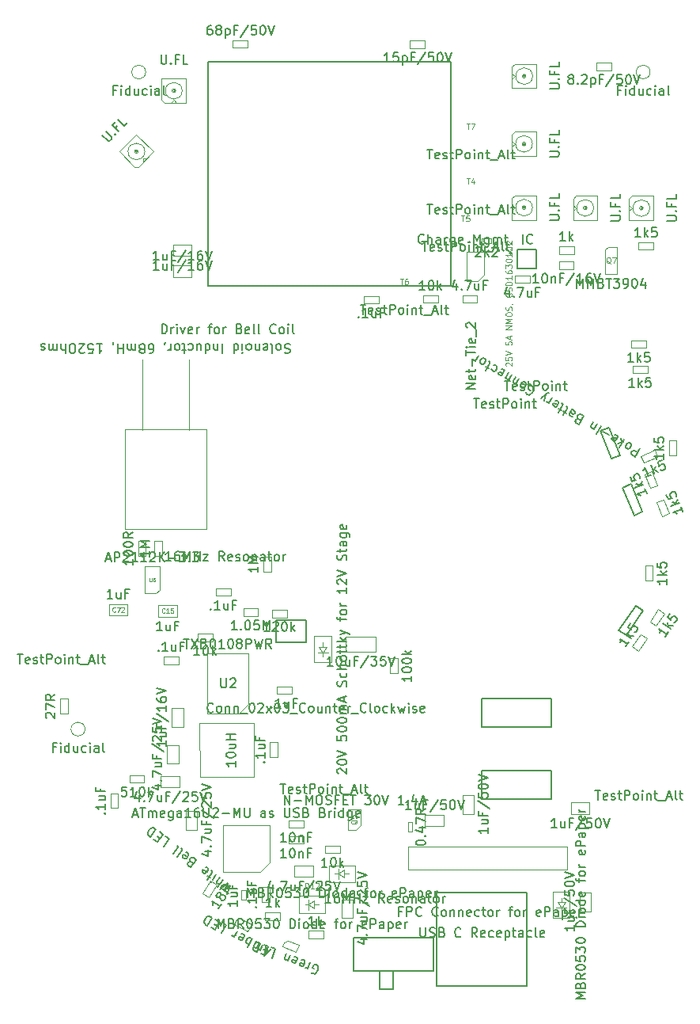
<source format=gbr>
G04 #@! TF.GenerationSoftware,KiCad,Pcbnew,6.0.11+dfsg-1~bpo11+1*
G04 #@! TF.CreationDate,2023-05-24T11:45:56-04:00*
G04 #@! TF.ProjectId,RUSP_Mainboard,52555350-5f4d-4616-996e-626f6172642e,rev?*
G04 #@! TF.SameCoordinates,Original*
G04 #@! TF.FileFunction,AssemblyDrawing,Top*
%FSLAX46Y46*%
G04 Gerber Fmt 4.6, Leading zero omitted, Abs format (unit mm)*
G04 Created by KiCad (PCBNEW 6.0.11+dfsg-1~bpo11+1) date 2023-05-24 11:45:56*
%MOMM*%
%LPD*%
G01*
G04 APERTURE LIST*
%ADD10C,0.150000*%
%ADD11C,0.015000*%
%ADD12C,0.120000*%
%ADD13C,0.080000*%
%ADD14C,0.060000*%
%ADD15C,0.100000*%
%ADD16C,0.127000*%
%ADD17C,0.200000*%
G04 APERTURE END LIST*
D10*
X152422380Y-141438095D02*
X152422380Y-141342857D01*
X152470000Y-141247619D01*
X152517619Y-141200000D01*
X152612857Y-141152380D01*
X152803333Y-141104761D01*
X153041428Y-141104761D01*
X153231904Y-141152380D01*
X153327142Y-141200000D01*
X153374761Y-141247619D01*
X153422380Y-141342857D01*
X153422380Y-141438095D01*
X153374761Y-141533333D01*
X153327142Y-141580952D01*
X153231904Y-141628571D01*
X153041428Y-141676190D01*
X152803333Y-141676190D01*
X152612857Y-141628571D01*
X152517619Y-141580952D01*
X152470000Y-141533333D01*
X152422380Y-141438095D01*
X153327142Y-140676190D02*
X153374761Y-140628571D01*
X153422380Y-140676190D01*
X153374761Y-140723809D01*
X153327142Y-140676190D01*
X153422380Y-140676190D01*
X152755714Y-139771428D02*
X153422380Y-139771428D01*
X152374761Y-140009523D02*
X153089047Y-140247619D01*
X153089047Y-139628571D01*
X152422380Y-139342857D02*
X152422380Y-138676190D01*
X153422380Y-139104761D01*
X153422380Y-137723809D02*
X152946190Y-138057142D01*
X153422380Y-138295238D02*
X152422380Y-138295238D01*
X152422380Y-137914285D01*
X152470000Y-137819047D01*
X152517619Y-137771428D01*
X152612857Y-137723809D01*
X152755714Y-137723809D01*
X152850952Y-137771428D01*
X152898571Y-137819047D01*
X152946190Y-137914285D01*
X152946190Y-138295238D01*
X146267857Y-85137142D02*
X146315476Y-85184761D01*
X146267857Y-85232380D01*
X146220238Y-85184761D01*
X146267857Y-85137142D01*
X146267857Y-85232380D01*
X147267857Y-85232380D02*
X146696428Y-85232380D01*
X146982142Y-85232380D02*
X146982142Y-84232380D01*
X146886904Y-84375238D01*
X146791666Y-84470476D01*
X146696428Y-84518095D01*
X148125000Y-84565714D02*
X148125000Y-85232380D01*
X147696428Y-84565714D02*
X147696428Y-85089523D01*
X147744047Y-85184761D01*
X147839285Y-85232380D01*
X147982142Y-85232380D01*
X148077380Y-85184761D01*
X148125000Y-85137142D01*
X148934523Y-84708571D02*
X148601190Y-84708571D01*
X148601190Y-85232380D02*
X148601190Y-84232380D01*
X149077380Y-84232380D01*
X165543809Y-81542380D02*
X164972380Y-81542380D01*
X165258095Y-81542380D02*
X165258095Y-80542380D01*
X165162857Y-80685238D01*
X165067619Y-80780476D01*
X164972380Y-80828095D01*
X166162857Y-80542380D02*
X166258095Y-80542380D01*
X166353333Y-80590000D01*
X166400952Y-80637619D01*
X166448571Y-80732857D01*
X166496190Y-80923333D01*
X166496190Y-81161428D01*
X166448571Y-81351904D01*
X166400952Y-81447142D01*
X166353333Y-81494761D01*
X166258095Y-81542380D01*
X166162857Y-81542380D01*
X166067619Y-81494761D01*
X166020000Y-81447142D01*
X165972380Y-81351904D01*
X165924761Y-81161428D01*
X165924761Y-80923333D01*
X165972380Y-80732857D01*
X166020000Y-80637619D01*
X166067619Y-80590000D01*
X166162857Y-80542380D01*
X166924761Y-80875714D02*
X166924761Y-81542380D01*
X166924761Y-80970952D02*
X166972380Y-80923333D01*
X167067619Y-80875714D01*
X167210476Y-80875714D01*
X167305714Y-80923333D01*
X167353333Y-81018571D01*
X167353333Y-81542380D01*
X168162857Y-81018571D02*
X167829523Y-81018571D01*
X167829523Y-81542380D02*
X167829523Y-80542380D01*
X168305714Y-80542380D01*
X169400952Y-80494761D02*
X168543809Y-81780476D01*
X170258095Y-81542380D02*
X169686666Y-81542380D01*
X169972380Y-81542380D02*
X169972380Y-80542380D01*
X169877142Y-80685238D01*
X169781904Y-80780476D01*
X169686666Y-80828095D01*
X171115238Y-80542380D02*
X170924761Y-80542380D01*
X170829523Y-80590000D01*
X170781904Y-80637619D01*
X170686666Y-80780476D01*
X170639047Y-80970952D01*
X170639047Y-81351904D01*
X170686666Y-81447142D01*
X170734285Y-81494761D01*
X170829523Y-81542380D01*
X171020000Y-81542380D01*
X171115238Y-81494761D01*
X171162857Y-81447142D01*
X171210476Y-81351904D01*
X171210476Y-81113809D01*
X171162857Y-81018571D01*
X171115238Y-80970952D01*
X171020000Y-80923333D01*
X170829523Y-80923333D01*
X170734285Y-80970952D01*
X170686666Y-81018571D01*
X170639047Y-81113809D01*
X171496190Y-80542380D02*
X171829523Y-81542380D01*
X172162857Y-80542380D01*
X168919761Y-59710952D02*
X168824523Y-59663333D01*
X168776904Y-59615714D01*
X168729285Y-59520476D01*
X168729285Y-59472857D01*
X168776904Y-59377619D01*
X168824523Y-59330000D01*
X168919761Y-59282380D01*
X169110238Y-59282380D01*
X169205476Y-59330000D01*
X169253095Y-59377619D01*
X169300714Y-59472857D01*
X169300714Y-59520476D01*
X169253095Y-59615714D01*
X169205476Y-59663333D01*
X169110238Y-59710952D01*
X168919761Y-59710952D01*
X168824523Y-59758571D01*
X168776904Y-59806190D01*
X168729285Y-59901428D01*
X168729285Y-60091904D01*
X168776904Y-60187142D01*
X168824523Y-60234761D01*
X168919761Y-60282380D01*
X169110238Y-60282380D01*
X169205476Y-60234761D01*
X169253095Y-60187142D01*
X169300714Y-60091904D01*
X169300714Y-59901428D01*
X169253095Y-59806190D01*
X169205476Y-59758571D01*
X169110238Y-59710952D01*
X169729285Y-60187142D02*
X169776904Y-60234761D01*
X169729285Y-60282380D01*
X169681666Y-60234761D01*
X169729285Y-60187142D01*
X169729285Y-60282380D01*
X170157857Y-59377619D02*
X170205476Y-59330000D01*
X170300714Y-59282380D01*
X170538809Y-59282380D01*
X170634047Y-59330000D01*
X170681666Y-59377619D01*
X170729285Y-59472857D01*
X170729285Y-59568095D01*
X170681666Y-59710952D01*
X170110238Y-60282380D01*
X170729285Y-60282380D01*
X171157857Y-59615714D02*
X171157857Y-60615714D01*
X171157857Y-59663333D02*
X171253095Y-59615714D01*
X171443571Y-59615714D01*
X171538809Y-59663333D01*
X171586428Y-59710952D01*
X171634047Y-59806190D01*
X171634047Y-60091904D01*
X171586428Y-60187142D01*
X171538809Y-60234761D01*
X171443571Y-60282380D01*
X171253095Y-60282380D01*
X171157857Y-60234761D01*
X172395952Y-59758571D02*
X172062619Y-59758571D01*
X172062619Y-60282380D02*
X172062619Y-59282380D01*
X172538809Y-59282380D01*
X173634047Y-59234761D02*
X172776904Y-60520476D01*
X174443571Y-59282380D02*
X173967380Y-59282380D01*
X173919761Y-59758571D01*
X173967380Y-59710952D01*
X174062619Y-59663333D01*
X174300714Y-59663333D01*
X174395952Y-59710952D01*
X174443571Y-59758571D01*
X174491190Y-59853809D01*
X174491190Y-60091904D01*
X174443571Y-60187142D01*
X174395952Y-60234761D01*
X174300714Y-60282380D01*
X174062619Y-60282380D01*
X173967380Y-60234761D01*
X173919761Y-60187142D01*
X175110238Y-59282380D02*
X175205476Y-59282380D01*
X175300714Y-59330000D01*
X175348333Y-59377619D01*
X175395952Y-59472857D01*
X175443571Y-59663333D01*
X175443571Y-59901428D01*
X175395952Y-60091904D01*
X175348333Y-60187142D01*
X175300714Y-60234761D01*
X175205476Y-60282380D01*
X175110238Y-60282380D01*
X175015000Y-60234761D01*
X174967380Y-60187142D01*
X174919761Y-60091904D01*
X174872142Y-59901428D01*
X174872142Y-59663333D01*
X174919761Y-59472857D01*
X174967380Y-59377619D01*
X175015000Y-59330000D01*
X175110238Y-59282380D01*
X175729285Y-59282380D02*
X176062619Y-60282380D01*
X176395952Y-59282380D01*
X149613809Y-57922380D02*
X149042380Y-57922380D01*
X149328095Y-57922380D02*
X149328095Y-56922380D01*
X149232857Y-57065238D01*
X149137619Y-57160476D01*
X149042380Y-57208095D01*
X150518571Y-56922380D02*
X150042380Y-56922380D01*
X149994761Y-57398571D01*
X150042380Y-57350952D01*
X150137619Y-57303333D01*
X150375714Y-57303333D01*
X150470952Y-57350952D01*
X150518571Y-57398571D01*
X150566190Y-57493809D01*
X150566190Y-57731904D01*
X150518571Y-57827142D01*
X150470952Y-57874761D01*
X150375714Y-57922380D01*
X150137619Y-57922380D01*
X150042380Y-57874761D01*
X149994761Y-57827142D01*
X150994761Y-57255714D02*
X150994761Y-58255714D01*
X150994761Y-57303333D02*
X151090000Y-57255714D01*
X151280476Y-57255714D01*
X151375714Y-57303333D01*
X151423333Y-57350952D01*
X151470952Y-57446190D01*
X151470952Y-57731904D01*
X151423333Y-57827142D01*
X151375714Y-57874761D01*
X151280476Y-57922380D01*
X151090000Y-57922380D01*
X150994761Y-57874761D01*
X152232857Y-57398571D02*
X151899523Y-57398571D01*
X151899523Y-57922380D02*
X151899523Y-56922380D01*
X152375714Y-56922380D01*
X153470952Y-56874761D02*
X152613809Y-58160476D01*
X154280476Y-56922380D02*
X153804285Y-56922380D01*
X153756666Y-57398571D01*
X153804285Y-57350952D01*
X153899523Y-57303333D01*
X154137619Y-57303333D01*
X154232857Y-57350952D01*
X154280476Y-57398571D01*
X154328095Y-57493809D01*
X154328095Y-57731904D01*
X154280476Y-57827142D01*
X154232857Y-57874761D01*
X154137619Y-57922380D01*
X153899523Y-57922380D01*
X153804285Y-57874761D01*
X153756666Y-57827142D01*
X154947142Y-56922380D02*
X155042380Y-56922380D01*
X155137619Y-56970000D01*
X155185238Y-57017619D01*
X155232857Y-57112857D01*
X155280476Y-57303333D01*
X155280476Y-57541428D01*
X155232857Y-57731904D01*
X155185238Y-57827142D01*
X155137619Y-57874761D01*
X155042380Y-57922380D01*
X154947142Y-57922380D01*
X154851904Y-57874761D01*
X154804285Y-57827142D01*
X154756666Y-57731904D01*
X154709047Y-57541428D01*
X154709047Y-57303333D01*
X154756666Y-57112857D01*
X154804285Y-57017619D01*
X154851904Y-56970000D01*
X154947142Y-56922380D01*
X155566190Y-56922380D02*
X155899523Y-57922380D01*
X156232857Y-56922380D01*
X150919047Y-148728571D02*
X150585714Y-148728571D01*
X150585714Y-149252380D02*
X150585714Y-148252380D01*
X151061904Y-148252380D01*
X151442857Y-149252380D02*
X151442857Y-148252380D01*
X151823809Y-148252380D01*
X151919047Y-148300000D01*
X151966666Y-148347619D01*
X152014285Y-148442857D01*
X152014285Y-148585714D01*
X151966666Y-148680952D01*
X151919047Y-148728571D01*
X151823809Y-148776190D01*
X151442857Y-148776190D01*
X153014285Y-149157142D02*
X152966666Y-149204761D01*
X152823809Y-149252380D01*
X152728571Y-149252380D01*
X152585714Y-149204761D01*
X152490476Y-149109523D01*
X152442857Y-149014285D01*
X152395238Y-148823809D01*
X152395238Y-148680952D01*
X152442857Y-148490476D01*
X152490476Y-148395238D01*
X152585714Y-148300000D01*
X152728571Y-148252380D01*
X152823809Y-148252380D01*
X152966666Y-148300000D01*
X153014285Y-148347619D01*
X154776190Y-149157142D02*
X154728571Y-149204761D01*
X154585714Y-149252380D01*
X154490476Y-149252380D01*
X154347619Y-149204761D01*
X154252380Y-149109523D01*
X154204761Y-149014285D01*
X154157142Y-148823809D01*
X154157142Y-148680952D01*
X154204761Y-148490476D01*
X154252380Y-148395238D01*
X154347619Y-148300000D01*
X154490476Y-148252380D01*
X154585714Y-148252380D01*
X154728571Y-148300000D01*
X154776190Y-148347619D01*
X155347619Y-149252380D02*
X155252380Y-149204761D01*
X155204761Y-149157142D01*
X155157142Y-149061904D01*
X155157142Y-148776190D01*
X155204761Y-148680952D01*
X155252380Y-148633333D01*
X155347619Y-148585714D01*
X155490476Y-148585714D01*
X155585714Y-148633333D01*
X155633333Y-148680952D01*
X155680952Y-148776190D01*
X155680952Y-149061904D01*
X155633333Y-149157142D01*
X155585714Y-149204761D01*
X155490476Y-149252380D01*
X155347619Y-149252380D01*
X156109523Y-148585714D02*
X156109523Y-149252380D01*
X156109523Y-148680952D02*
X156157142Y-148633333D01*
X156252380Y-148585714D01*
X156395238Y-148585714D01*
X156490476Y-148633333D01*
X156538095Y-148728571D01*
X156538095Y-149252380D01*
X157014285Y-148585714D02*
X157014285Y-149252380D01*
X157014285Y-148680952D02*
X157061904Y-148633333D01*
X157157142Y-148585714D01*
X157300000Y-148585714D01*
X157395238Y-148633333D01*
X157442857Y-148728571D01*
X157442857Y-149252380D01*
X158300000Y-149204761D02*
X158204761Y-149252380D01*
X158014285Y-149252380D01*
X157919047Y-149204761D01*
X157871428Y-149109523D01*
X157871428Y-148728571D01*
X157919047Y-148633333D01*
X158014285Y-148585714D01*
X158204761Y-148585714D01*
X158300000Y-148633333D01*
X158347619Y-148728571D01*
X158347619Y-148823809D01*
X157871428Y-148919047D01*
X159204761Y-149204761D02*
X159109523Y-149252380D01*
X158919047Y-149252380D01*
X158823809Y-149204761D01*
X158776190Y-149157142D01*
X158728571Y-149061904D01*
X158728571Y-148776190D01*
X158776190Y-148680952D01*
X158823809Y-148633333D01*
X158919047Y-148585714D01*
X159109523Y-148585714D01*
X159204761Y-148633333D01*
X159490476Y-148585714D02*
X159871428Y-148585714D01*
X159633333Y-148252380D02*
X159633333Y-149109523D01*
X159680952Y-149204761D01*
X159776190Y-149252380D01*
X159871428Y-149252380D01*
X160347619Y-149252380D02*
X160252380Y-149204761D01*
X160204761Y-149157142D01*
X160157142Y-149061904D01*
X160157142Y-148776190D01*
X160204761Y-148680952D01*
X160252380Y-148633333D01*
X160347619Y-148585714D01*
X160490476Y-148585714D01*
X160585714Y-148633333D01*
X160633333Y-148680952D01*
X160680952Y-148776190D01*
X160680952Y-149061904D01*
X160633333Y-149157142D01*
X160585714Y-149204761D01*
X160490476Y-149252380D01*
X160347619Y-149252380D01*
X161109523Y-149252380D02*
X161109523Y-148585714D01*
X161109523Y-148776190D02*
X161157142Y-148680952D01*
X161204761Y-148633333D01*
X161300000Y-148585714D01*
X161395238Y-148585714D01*
X162347619Y-148585714D02*
X162728571Y-148585714D01*
X162490476Y-149252380D02*
X162490476Y-148395238D01*
X162538095Y-148300000D01*
X162633333Y-148252380D01*
X162728571Y-148252380D01*
X163204761Y-149252380D02*
X163109523Y-149204761D01*
X163061904Y-149157142D01*
X163014285Y-149061904D01*
X163014285Y-148776190D01*
X163061904Y-148680952D01*
X163109523Y-148633333D01*
X163204761Y-148585714D01*
X163347619Y-148585714D01*
X163442857Y-148633333D01*
X163490476Y-148680952D01*
X163538095Y-148776190D01*
X163538095Y-149061904D01*
X163490476Y-149157142D01*
X163442857Y-149204761D01*
X163347619Y-149252380D01*
X163204761Y-149252380D01*
X163966666Y-149252380D02*
X163966666Y-148585714D01*
X163966666Y-148776190D02*
X164014285Y-148680952D01*
X164061904Y-148633333D01*
X164157142Y-148585714D01*
X164252380Y-148585714D01*
X165728571Y-149204761D02*
X165633333Y-149252380D01*
X165442857Y-149252380D01*
X165347619Y-149204761D01*
X165300000Y-149109523D01*
X165300000Y-148728571D01*
X165347619Y-148633333D01*
X165442857Y-148585714D01*
X165633333Y-148585714D01*
X165728571Y-148633333D01*
X165776190Y-148728571D01*
X165776190Y-148823809D01*
X165300000Y-148919047D01*
X166204761Y-149252380D02*
X166204761Y-148252380D01*
X166585714Y-148252380D01*
X166680952Y-148300000D01*
X166728571Y-148347619D01*
X166776190Y-148442857D01*
X166776190Y-148585714D01*
X166728571Y-148680952D01*
X166680952Y-148728571D01*
X166585714Y-148776190D01*
X166204761Y-148776190D01*
X167633333Y-149252380D02*
X167633333Y-148728571D01*
X167585714Y-148633333D01*
X167490476Y-148585714D01*
X167300000Y-148585714D01*
X167204761Y-148633333D01*
X167633333Y-149204761D02*
X167538095Y-149252380D01*
X167300000Y-149252380D01*
X167204761Y-149204761D01*
X167157142Y-149109523D01*
X167157142Y-149014285D01*
X167204761Y-148919047D01*
X167300000Y-148871428D01*
X167538095Y-148871428D01*
X167633333Y-148823809D01*
X168109523Y-148585714D02*
X168109523Y-149585714D01*
X168109523Y-148633333D02*
X168204761Y-148585714D01*
X168395238Y-148585714D01*
X168490476Y-148633333D01*
X168538095Y-148680952D01*
X168585714Y-148776190D01*
X168585714Y-149061904D01*
X168538095Y-149157142D01*
X168490476Y-149204761D01*
X168395238Y-149252380D01*
X168204761Y-149252380D01*
X168109523Y-149204761D01*
X169395238Y-149204761D02*
X169300000Y-149252380D01*
X169109523Y-149252380D01*
X169014285Y-149204761D01*
X168966666Y-149109523D01*
X168966666Y-148728571D01*
X169014285Y-148633333D01*
X169109523Y-148585714D01*
X169300000Y-148585714D01*
X169395238Y-148633333D01*
X169442857Y-148728571D01*
X169442857Y-148823809D01*
X168966666Y-148919047D01*
X169871428Y-149252380D02*
X169871428Y-148585714D01*
X169871428Y-148776190D02*
X169919047Y-148680952D01*
X169966666Y-148633333D01*
X170061904Y-148585714D01*
X170157142Y-148585714D01*
X170552380Y-158091428D02*
X169552380Y-158091428D01*
X170266666Y-157758095D01*
X169552380Y-157424761D01*
X170552380Y-157424761D01*
X170028571Y-156615238D02*
X170076190Y-156472380D01*
X170123809Y-156424761D01*
X170219047Y-156377142D01*
X170361904Y-156377142D01*
X170457142Y-156424761D01*
X170504761Y-156472380D01*
X170552380Y-156567619D01*
X170552380Y-156948571D01*
X169552380Y-156948571D01*
X169552380Y-156615238D01*
X169600000Y-156520000D01*
X169647619Y-156472380D01*
X169742857Y-156424761D01*
X169838095Y-156424761D01*
X169933333Y-156472380D01*
X169980952Y-156520000D01*
X170028571Y-156615238D01*
X170028571Y-156948571D01*
X170552380Y-155377142D02*
X170076190Y-155710476D01*
X170552380Y-155948571D02*
X169552380Y-155948571D01*
X169552380Y-155567619D01*
X169600000Y-155472380D01*
X169647619Y-155424761D01*
X169742857Y-155377142D01*
X169885714Y-155377142D01*
X169980952Y-155424761D01*
X170028571Y-155472380D01*
X170076190Y-155567619D01*
X170076190Y-155948571D01*
X169552380Y-154758095D02*
X169552380Y-154662857D01*
X169600000Y-154567619D01*
X169647619Y-154520000D01*
X169742857Y-154472380D01*
X169933333Y-154424761D01*
X170171428Y-154424761D01*
X170361904Y-154472380D01*
X170457142Y-154520000D01*
X170504761Y-154567619D01*
X170552380Y-154662857D01*
X170552380Y-154758095D01*
X170504761Y-154853333D01*
X170457142Y-154900952D01*
X170361904Y-154948571D01*
X170171428Y-154996190D01*
X169933333Y-154996190D01*
X169742857Y-154948571D01*
X169647619Y-154900952D01*
X169600000Y-154853333D01*
X169552380Y-154758095D01*
X169552380Y-153520000D02*
X169552380Y-153996190D01*
X170028571Y-154043809D01*
X169980952Y-153996190D01*
X169933333Y-153900952D01*
X169933333Y-153662857D01*
X169980952Y-153567619D01*
X170028571Y-153520000D01*
X170123809Y-153472380D01*
X170361904Y-153472380D01*
X170457142Y-153520000D01*
X170504761Y-153567619D01*
X170552380Y-153662857D01*
X170552380Y-153900952D01*
X170504761Y-153996190D01*
X170457142Y-154043809D01*
X169552380Y-153139047D02*
X169552380Y-152520000D01*
X169933333Y-152853333D01*
X169933333Y-152710476D01*
X169980952Y-152615238D01*
X170028571Y-152567619D01*
X170123809Y-152520000D01*
X170361904Y-152520000D01*
X170457142Y-152567619D01*
X170504761Y-152615238D01*
X170552380Y-152710476D01*
X170552380Y-152996190D01*
X170504761Y-153091428D01*
X170457142Y-153139047D01*
X169552380Y-151900952D02*
X169552380Y-151805714D01*
X169600000Y-151710476D01*
X169647619Y-151662857D01*
X169742857Y-151615238D01*
X169933333Y-151567619D01*
X170171428Y-151567619D01*
X170361904Y-151615238D01*
X170457142Y-151662857D01*
X170504761Y-151710476D01*
X170552380Y-151805714D01*
X170552380Y-151900952D01*
X170504761Y-151996190D01*
X170457142Y-152043809D01*
X170361904Y-152091428D01*
X170171428Y-152139047D01*
X169933333Y-152139047D01*
X169742857Y-152091428D01*
X169647619Y-152043809D01*
X169600000Y-151996190D01*
X169552380Y-151900952D01*
X170552380Y-150377142D02*
X169552380Y-150377142D01*
X169552380Y-150139047D01*
X169600000Y-149996190D01*
X169695238Y-149900952D01*
X169790476Y-149853333D01*
X169980952Y-149805714D01*
X170123809Y-149805714D01*
X170314285Y-149853333D01*
X170409523Y-149900952D01*
X170504761Y-149996190D01*
X170552380Y-150139047D01*
X170552380Y-150377142D01*
X170552380Y-149377142D02*
X169885714Y-149377142D01*
X169552380Y-149377142D02*
X169600000Y-149424761D01*
X169647619Y-149377142D01*
X169600000Y-149329523D01*
X169552380Y-149377142D01*
X169647619Y-149377142D01*
X170552380Y-148758095D02*
X170504761Y-148853333D01*
X170457142Y-148900952D01*
X170361904Y-148948571D01*
X170076190Y-148948571D01*
X169980952Y-148900952D01*
X169933333Y-148853333D01*
X169885714Y-148758095D01*
X169885714Y-148615238D01*
X169933333Y-148520000D01*
X169980952Y-148472380D01*
X170076190Y-148424761D01*
X170361904Y-148424761D01*
X170457142Y-148472380D01*
X170504761Y-148520000D01*
X170552380Y-148615238D01*
X170552380Y-148758095D01*
X170552380Y-147567619D02*
X169552380Y-147567619D01*
X170504761Y-147567619D02*
X170552380Y-147662857D01*
X170552380Y-147853333D01*
X170504761Y-147948571D01*
X170457142Y-147996190D01*
X170361904Y-148043809D01*
X170076190Y-148043809D01*
X169980952Y-147996190D01*
X169933333Y-147948571D01*
X169885714Y-147853333D01*
X169885714Y-147662857D01*
X169933333Y-147567619D01*
X170504761Y-146710476D02*
X170552380Y-146805714D01*
X170552380Y-146996190D01*
X170504761Y-147091428D01*
X170409523Y-147139047D01*
X170028571Y-147139047D01*
X169933333Y-147091428D01*
X169885714Y-146996190D01*
X169885714Y-146805714D01*
X169933333Y-146710476D01*
X170028571Y-146662857D01*
X170123809Y-146662857D01*
X170219047Y-147139047D01*
X169885714Y-145615238D02*
X169885714Y-145234285D01*
X170552380Y-145472380D02*
X169695238Y-145472380D01*
X169600000Y-145424761D01*
X169552380Y-145329523D01*
X169552380Y-145234285D01*
X170552380Y-144758095D02*
X170504761Y-144853333D01*
X170457142Y-144900952D01*
X170361904Y-144948571D01*
X170076190Y-144948571D01*
X169980952Y-144900952D01*
X169933333Y-144853333D01*
X169885714Y-144758095D01*
X169885714Y-144615238D01*
X169933333Y-144520000D01*
X169980952Y-144472380D01*
X170076190Y-144424761D01*
X170361904Y-144424761D01*
X170457142Y-144472380D01*
X170504761Y-144520000D01*
X170552380Y-144615238D01*
X170552380Y-144758095D01*
X170552380Y-143996190D02*
X169885714Y-143996190D01*
X170076190Y-143996190D02*
X169980952Y-143948571D01*
X169933333Y-143900952D01*
X169885714Y-143805714D01*
X169885714Y-143710476D01*
X170504761Y-142234285D02*
X170552380Y-142329523D01*
X170552380Y-142520000D01*
X170504761Y-142615238D01*
X170409523Y-142662857D01*
X170028571Y-142662857D01*
X169933333Y-142615238D01*
X169885714Y-142520000D01*
X169885714Y-142329523D01*
X169933333Y-142234285D01*
X170028571Y-142186666D01*
X170123809Y-142186666D01*
X170219047Y-142662857D01*
X170552380Y-141758095D02*
X169552380Y-141758095D01*
X169552380Y-141377142D01*
X169600000Y-141281904D01*
X169647619Y-141234285D01*
X169742857Y-141186666D01*
X169885714Y-141186666D01*
X169980952Y-141234285D01*
X170028571Y-141281904D01*
X170076190Y-141377142D01*
X170076190Y-141758095D01*
X170552380Y-140329523D02*
X170028571Y-140329523D01*
X169933333Y-140377142D01*
X169885714Y-140472380D01*
X169885714Y-140662857D01*
X169933333Y-140758095D01*
X170504761Y-140329523D02*
X170552380Y-140424761D01*
X170552380Y-140662857D01*
X170504761Y-140758095D01*
X170409523Y-140805714D01*
X170314285Y-140805714D01*
X170219047Y-140758095D01*
X170171428Y-140662857D01*
X170171428Y-140424761D01*
X170123809Y-140329523D01*
X169885714Y-139853333D02*
X170885714Y-139853333D01*
X169933333Y-139853333D02*
X169885714Y-139758095D01*
X169885714Y-139567619D01*
X169933333Y-139472380D01*
X169980952Y-139424761D01*
X170076190Y-139377142D01*
X170361904Y-139377142D01*
X170457142Y-139424761D01*
X170504761Y-139472380D01*
X170552380Y-139567619D01*
X170552380Y-139758095D01*
X170504761Y-139853333D01*
X170504761Y-138567619D02*
X170552380Y-138662857D01*
X170552380Y-138853333D01*
X170504761Y-138948571D01*
X170409523Y-138996190D01*
X170028571Y-138996190D01*
X169933333Y-138948571D01*
X169885714Y-138853333D01*
X169885714Y-138662857D01*
X169933333Y-138567619D01*
X170028571Y-138520000D01*
X170123809Y-138520000D01*
X170219047Y-138996190D01*
X170552380Y-138091428D02*
X169885714Y-138091428D01*
X170076190Y-138091428D02*
X169980952Y-138043809D01*
X169933333Y-137996190D01*
X169885714Y-137900952D01*
X169885714Y-137805714D01*
X167500000Y-139802380D02*
X166928571Y-139802380D01*
X167214285Y-139802380D02*
X167214285Y-138802380D01*
X167119047Y-138945238D01*
X167023809Y-139040476D01*
X166928571Y-139088095D01*
X168357142Y-139135714D02*
X168357142Y-139802380D01*
X167928571Y-139135714D02*
X167928571Y-139659523D01*
X167976190Y-139754761D01*
X168071428Y-139802380D01*
X168214285Y-139802380D01*
X168309523Y-139754761D01*
X168357142Y-139707142D01*
X169166666Y-139278571D02*
X168833333Y-139278571D01*
X168833333Y-139802380D02*
X168833333Y-138802380D01*
X169309523Y-138802380D01*
X170404761Y-138754761D02*
X169547619Y-140040476D01*
X171214285Y-138802380D02*
X170738095Y-138802380D01*
X170690476Y-139278571D01*
X170738095Y-139230952D01*
X170833333Y-139183333D01*
X171071428Y-139183333D01*
X171166666Y-139230952D01*
X171214285Y-139278571D01*
X171261904Y-139373809D01*
X171261904Y-139611904D01*
X171214285Y-139707142D01*
X171166666Y-139754761D01*
X171071428Y-139802380D01*
X170833333Y-139802380D01*
X170738095Y-139754761D01*
X170690476Y-139707142D01*
X171880952Y-138802380D02*
X171976190Y-138802380D01*
X172071428Y-138850000D01*
X172119047Y-138897619D01*
X172166666Y-138992857D01*
X172214285Y-139183333D01*
X172214285Y-139421428D01*
X172166666Y-139611904D01*
X172119047Y-139707142D01*
X172071428Y-139754761D01*
X171976190Y-139802380D01*
X171880952Y-139802380D01*
X171785714Y-139754761D01*
X171738095Y-139707142D01*
X171690476Y-139611904D01*
X171642857Y-139421428D01*
X171642857Y-139183333D01*
X171690476Y-138992857D01*
X171738095Y-138897619D01*
X171785714Y-138850000D01*
X171880952Y-138802380D01*
X172500000Y-138802380D02*
X172833333Y-139802380D01*
X173166666Y-138802380D01*
X160102380Y-139800000D02*
X160102380Y-140371428D01*
X160102380Y-140085714D02*
X159102380Y-140085714D01*
X159245238Y-140180952D01*
X159340476Y-140276190D01*
X159388095Y-140371428D01*
X159435714Y-138942857D02*
X160102380Y-138942857D01*
X159435714Y-139371428D02*
X159959523Y-139371428D01*
X160054761Y-139323809D01*
X160102380Y-139228571D01*
X160102380Y-139085714D01*
X160054761Y-138990476D01*
X160007142Y-138942857D01*
X159578571Y-138133333D02*
X159578571Y-138466666D01*
X160102380Y-138466666D02*
X159102380Y-138466666D01*
X159102380Y-137990476D01*
X159054761Y-136895238D02*
X160340476Y-137752380D01*
X159102380Y-136085714D02*
X159102380Y-136561904D01*
X159578571Y-136609523D01*
X159530952Y-136561904D01*
X159483333Y-136466666D01*
X159483333Y-136228571D01*
X159530952Y-136133333D01*
X159578571Y-136085714D01*
X159673809Y-136038095D01*
X159911904Y-136038095D01*
X160007142Y-136085714D01*
X160054761Y-136133333D01*
X160102380Y-136228571D01*
X160102380Y-136466666D01*
X160054761Y-136561904D01*
X160007142Y-136609523D01*
X159102380Y-135419047D02*
X159102380Y-135323809D01*
X159150000Y-135228571D01*
X159197619Y-135180952D01*
X159292857Y-135133333D01*
X159483333Y-135085714D01*
X159721428Y-135085714D01*
X159911904Y-135133333D01*
X160007142Y-135180952D01*
X160054761Y-135228571D01*
X160102380Y-135323809D01*
X160102380Y-135419047D01*
X160054761Y-135514285D01*
X160007142Y-135561904D01*
X159911904Y-135609523D01*
X159721428Y-135657142D01*
X159483333Y-135657142D01*
X159292857Y-135609523D01*
X159197619Y-135561904D01*
X159150000Y-135514285D01*
X159102380Y-135419047D01*
X159102380Y-134800000D02*
X160102380Y-134466666D01*
X159102380Y-134133333D01*
X151900000Y-137822380D02*
X151328571Y-137822380D01*
X151614285Y-137822380D02*
X151614285Y-136822380D01*
X151519047Y-136965238D01*
X151423809Y-137060476D01*
X151328571Y-137108095D01*
X152757142Y-137155714D02*
X152757142Y-137822380D01*
X152328571Y-137155714D02*
X152328571Y-137679523D01*
X152376190Y-137774761D01*
X152471428Y-137822380D01*
X152614285Y-137822380D01*
X152709523Y-137774761D01*
X152757142Y-137727142D01*
X153566666Y-137298571D02*
X153233333Y-137298571D01*
X153233333Y-137822380D02*
X153233333Y-136822380D01*
X153709523Y-136822380D01*
X154804761Y-136774761D02*
X153947619Y-138060476D01*
X155614285Y-136822380D02*
X155138095Y-136822380D01*
X155090476Y-137298571D01*
X155138095Y-137250952D01*
X155233333Y-137203333D01*
X155471428Y-137203333D01*
X155566666Y-137250952D01*
X155614285Y-137298571D01*
X155661904Y-137393809D01*
X155661904Y-137631904D01*
X155614285Y-137727142D01*
X155566666Y-137774761D01*
X155471428Y-137822380D01*
X155233333Y-137822380D01*
X155138095Y-137774761D01*
X155090476Y-137727142D01*
X156280952Y-136822380D02*
X156376190Y-136822380D01*
X156471428Y-136870000D01*
X156519047Y-136917619D01*
X156566666Y-137012857D01*
X156614285Y-137203333D01*
X156614285Y-137441428D01*
X156566666Y-137631904D01*
X156519047Y-137727142D01*
X156471428Y-137774761D01*
X156376190Y-137822380D01*
X156280952Y-137822380D01*
X156185714Y-137774761D01*
X156138095Y-137727142D01*
X156090476Y-137631904D01*
X156042857Y-137441428D01*
X156042857Y-137203333D01*
X156090476Y-137012857D01*
X156138095Y-136917619D01*
X156185714Y-136870000D01*
X156280952Y-136822380D01*
X156900000Y-136822380D02*
X157233333Y-137822380D01*
X157566666Y-136822380D01*
X137090476Y-145835714D02*
X137090476Y-146502380D01*
X136852380Y-145454761D02*
X136614285Y-146169047D01*
X137233333Y-146169047D01*
X137614285Y-146407142D02*
X137661904Y-146454761D01*
X137614285Y-146502380D01*
X137566666Y-146454761D01*
X137614285Y-146407142D01*
X137614285Y-146502380D01*
X137995238Y-145502380D02*
X138661904Y-145502380D01*
X138233333Y-146502380D01*
X139471428Y-145835714D02*
X139471428Y-146502380D01*
X139042857Y-145835714D02*
X139042857Y-146359523D01*
X139090476Y-146454761D01*
X139185714Y-146502380D01*
X139328571Y-146502380D01*
X139423809Y-146454761D01*
X139471428Y-146407142D01*
X140280952Y-145978571D02*
X139947619Y-145978571D01*
X139947619Y-146502380D02*
X139947619Y-145502380D01*
X140423809Y-145502380D01*
X141519047Y-145454761D02*
X140661904Y-146740476D01*
X141804761Y-145597619D02*
X141852380Y-145550000D01*
X141947619Y-145502380D01*
X142185714Y-145502380D01*
X142280952Y-145550000D01*
X142328571Y-145597619D01*
X142376190Y-145692857D01*
X142376190Y-145788095D01*
X142328571Y-145930952D01*
X141757142Y-146502380D01*
X142376190Y-146502380D01*
X143280952Y-145502380D02*
X142804761Y-145502380D01*
X142757142Y-145978571D01*
X142804761Y-145930952D01*
X142900000Y-145883333D01*
X143138095Y-145883333D01*
X143233333Y-145930952D01*
X143280952Y-145978571D01*
X143328571Y-146073809D01*
X143328571Y-146311904D01*
X143280952Y-146407142D01*
X143233333Y-146454761D01*
X143138095Y-146502380D01*
X142900000Y-146502380D01*
X142804761Y-146454761D01*
X142757142Y-146407142D01*
X143614285Y-145502380D02*
X143947619Y-146502380D01*
X144280952Y-145502380D01*
X129835714Y-142309523D02*
X130502380Y-142309523D01*
X129454761Y-142547619D02*
X130169047Y-142785714D01*
X130169047Y-142166666D01*
X130407142Y-141785714D02*
X130454761Y-141738095D01*
X130502380Y-141785714D01*
X130454761Y-141833333D01*
X130407142Y-141785714D01*
X130502380Y-141785714D01*
X129502380Y-141404761D02*
X129502380Y-140738095D01*
X130502380Y-141166666D01*
X129835714Y-139928571D02*
X130502380Y-139928571D01*
X129835714Y-140357142D02*
X130359523Y-140357142D01*
X130454761Y-140309523D01*
X130502380Y-140214285D01*
X130502380Y-140071428D01*
X130454761Y-139976190D01*
X130407142Y-139928571D01*
X129978571Y-139119047D02*
X129978571Y-139452380D01*
X130502380Y-139452380D02*
X129502380Y-139452380D01*
X129502380Y-138976190D01*
X129454761Y-137880952D02*
X130740476Y-138738095D01*
X129597619Y-137595238D02*
X129550000Y-137547619D01*
X129502380Y-137452380D01*
X129502380Y-137214285D01*
X129550000Y-137119047D01*
X129597619Y-137071428D01*
X129692857Y-137023809D01*
X129788095Y-137023809D01*
X129930952Y-137071428D01*
X130502380Y-137642857D01*
X130502380Y-137023809D01*
X129502380Y-136119047D02*
X129502380Y-136595238D01*
X129978571Y-136642857D01*
X129930952Y-136595238D01*
X129883333Y-136500000D01*
X129883333Y-136261904D01*
X129930952Y-136166666D01*
X129978571Y-136119047D01*
X130073809Y-136071428D01*
X130311904Y-136071428D01*
X130407142Y-136119047D01*
X130454761Y-136166666D01*
X130502380Y-136261904D01*
X130502380Y-136500000D01*
X130454761Y-136595238D01*
X130407142Y-136642857D01*
X129502380Y-135785714D02*
X130502380Y-135452380D01*
X129502380Y-135119047D01*
X130543571Y-54022380D02*
X130353095Y-54022380D01*
X130257857Y-54070000D01*
X130210238Y-54117619D01*
X130115000Y-54260476D01*
X130067380Y-54450952D01*
X130067380Y-54831904D01*
X130115000Y-54927142D01*
X130162619Y-54974761D01*
X130257857Y-55022380D01*
X130448333Y-55022380D01*
X130543571Y-54974761D01*
X130591190Y-54927142D01*
X130638809Y-54831904D01*
X130638809Y-54593809D01*
X130591190Y-54498571D01*
X130543571Y-54450952D01*
X130448333Y-54403333D01*
X130257857Y-54403333D01*
X130162619Y-54450952D01*
X130115000Y-54498571D01*
X130067380Y-54593809D01*
X131210238Y-54450952D02*
X131115000Y-54403333D01*
X131067380Y-54355714D01*
X131019761Y-54260476D01*
X131019761Y-54212857D01*
X131067380Y-54117619D01*
X131115000Y-54070000D01*
X131210238Y-54022380D01*
X131400714Y-54022380D01*
X131495952Y-54070000D01*
X131543571Y-54117619D01*
X131591190Y-54212857D01*
X131591190Y-54260476D01*
X131543571Y-54355714D01*
X131495952Y-54403333D01*
X131400714Y-54450952D01*
X131210238Y-54450952D01*
X131115000Y-54498571D01*
X131067380Y-54546190D01*
X131019761Y-54641428D01*
X131019761Y-54831904D01*
X131067380Y-54927142D01*
X131115000Y-54974761D01*
X131210238Y-55022380D01*
X131400714Y-55022380D01*
X131495952Y-54974761D01*
X131543571Y-54927142D01*
X131591190Y-54831904D01*
X131591190Y-54641428D01*
X131543571Y-54546190D01*
X131495952Y-54498571D01*
X131400714Y-54450952D01*
X132019761Y-54355714D02*
X132019761Y-55355714D01*
X132019761Y-54403333D02*
X132115000Y-54355714D01*
X132305476Y-54355714D01*
X132400714Y-54403333D01*
X132448333Y-54450952D01*
X132495952Y-54546190D01*
X132495952Y-54831904D01*
X132448333Y-54927142D01*
X132400714Y-54974761D01*
X132305476Y-55022380D01*
X132115000Y-55022380D01*
X132019761Y-54974761D01*
X133257857Y-54498571D02*
X132924523Y-54498571D01*
X132924523Y-55022380D02*
X132924523Y-54022380D01*
X133400714Y-54022380D01*
X134495952Y-53974761D02*
X133638809Y-55260476D01*
X135305476Y-54022380D02*
X134829285Y-54022380D01*
X134781666Y-54498571D01*
X134829285Y-54450952D01*
X134924523Y-54403333D01*
X135162619Y-54403333D01*
X135257857Y-54450952D01*
X135305476Y-54498571D01*
X135353095Y-54593809D01*
X135353095Y-54831904D01*
X135305476Y-54927142D01*
X135257857Y-54974761D01*
X135162619Y-55022380D01*
X134924523Y-55022380D01*
X134829285Y-54974761D01*
X134781666Y-54927142D01*
X135972142Y-54022380D02*
X136067380Y-54022380D01*
X136162619Y-54070000D01*
X136210238Y-54117619D01*
X136257857Y-54212857D01*
X136305476Y-54403333D01*
X136305476Y-54641428D01*
X136257857Y-54831904D01*
X136210238Y-54927142D01*
X136162619Y-54974761D01*
X136067380Y-55022380D01*
X135972142Y-55022380D01*
X135876904Y-54974761D01*
X135829285Y-54927142D01*
X135781666Y-54831904D01*
X135734047Y-54641428D01*
X135734047Y-54403333D01*
X135781666Y-54212857D01*
X135829285Y-54117619D01*
X135876904Y-54070000D01*
X135972142Y-54022380D01*
X136591190Y-54022380D02*
X136924523Y-55022380D01*
X137257857Y-54022380D01*
X130442857Y-116387142D02*
X130490476Y-116434761D01*
X130442857Y-116482380D01*
X130395238Y-116434761D01*
X130442857Y-116387142D01*
X130442857Y-116482380D01*
X131442857Y-116482380D02*
X130871428Y-116482380D01*
X131157142Y-116482380D02*
X131157142Y-115482380D01*
X131061904Y-115625238D01*
X130966666Y-115720476D01*
X130871428Y-115768095D01*
X132300000Y-115815714D02*
X132300000Y-116482380D01*
X131871428Y-115815714D02*
X131871428Y-116339523D01*
X131919047Y-116434761D01*
X132014285Y-116482380D01*
X132157142Y-116482380D01*
X132252380Y-116434761D01*
X132300000Y-116387142D01*
X133109523Y-115958571D02*
X132776190Y-115958571D01*
X132776190Y-116482380D02*
X132776190Y-115482380D01*
X133252380Y-115482380D01*
X120369047Y-60928571D02*
X120035714Y-60928571D01*
X120035714Y-61452380D02*
X120035714Y-60452380D01*
X120511904Y-60452380D01*
X120892857Y-61452380D02*
X120892857Y-60785714D01*
X120892857Y-60452380D02*
X120845238Y-60500000D01*
X120892857Y-60547619D01*
X120940476Y-60500000D01*
X120892857Y-60452380D01*
X120892857Y-60547619D01*
X121797619Y-61452380D02*
X121797619Y-60452380D01*
X121797619Y-61404761D02*
X121702380Y-61452380D01*
X121511904Y-61452380D01*
X121416666Y-61404761D01*
X121369047Y-61357142D01*
X121321428Y-61261904D01*
X121321428Y-60976190D01*
X121369047Y-60880952D01*
X121416666Y-60833333D01*
X121511904Y-60785714D01*
X121702380Y-60785714D01*
X121797619Y-60833333D01*
X122702380Y-60785714D02*
X122702380Y-61452380D01*
X122273809Y-60785714D02*
X122273809Y-61309523D01*
X122321428Y-61404761D01*
X122416666Y-61452380D01*
X122559523Y-61452380D01*
X122654761Y-61404761D01*
X122702380Y-61357142D01*
X123607142Y-61404761D02*
X123511904Y-61452380D01*
X123321428Y-61452380D01*
X123226190Y-61404761D01*
X123178571Y-61357142D01*
X123130952Y-61261904D01*
X123130952Y-60976190D01*
X123178571Y-60880952D01*
X123226190Y-60833333D01*
X123321428Y-60785714D01*
X123511904Y-60785714D01*
X123607142Y-60833333D01*
X124035714Y-61452380D02*
X124035714Y-60785714D01*
X124035714Y-60452380D02*
X123988095Y-60500000D01*
X124035714Y-60547619D01*
X124083333Y-60500000D01*
X124035714Y-60452380D01*
X124035714Y-60547619D01*
X124940476Y-61452380D02*
X124940476Y-60928571D01*
X124892857Y-60833333D01*
X124797619Y-60785714D01*
X124607142Y-60785714D01*
X124511904Y-60833333D01*
X124940476Y-61404761D02*
X124845238Y-61452380D01*
X124607142Y-61452380D01*
X124511904Y-61404761D01*
X124464285Y-61309523D01*
X124464285Y-61214285D01*
X124511904Y-61119047D01*
X124607142Y-61071428D01*
X124845238Y-61071428D01*
X124940476Y-61023809D01*
X125559523Y-61452380D02*
X125464285Y-61404761D01*
X125416666Y-61309523D01*
X125416666Y-60452380D01*
X141215921Y-155264365D02*
X141287769Y-155342951D01*
X141421137Y-155394147D01*
X141571571Y-155400886D01*
X141694614Y-155346104D01*
X141773200Y-155274257D01*
X141885917Y-155113497D01*
X141937112Y-154980128D01*
X141960917Y-154785238D01*
X141950591Y-154679261D01*
X141895809Y-154556218D01*
X141779505Y-154460566D01*
X141690593Y-154426436D01*
X141540159Y-154419697D01*
X141478638Y-154447088D01*
X141359182Y-154758281D01*
X141537006Y-154826542D01*
X141112662Y-154204589D02*
X140873750Y-154826976D01*
X140942011Y-154649151D02*
X140863424Y-154720999D01*
X140801903Y-154748390D01*
X140695925Y-154758716D01*
X140607013Y-154724585D01*
X140162016Y-153890677D02*
X140267994Y-153880352D01*
X140445819Y-153948612D01*
X140517666Y-154027199D01*
X140527992Y-154133176D01*
X140391471Y-154488826D01*
X140312884Y-154560673D01*
X140206907Y-154570999D01*
X140029082Y-154502739D01*
X139957235Y-154424152D01*
X139946909Y-154318174D01*
X139981039Y-154229262D01*
X140459731Y-154311001D01*
X139361805Y-153583505D02*
X139467782Y-153573179D01*
X139645607Y-153641440D01*
X139717454Y-153720026D01*
X139727780Y-153826004D01*
X139591259Y-154181653D01*
X139512673Y-154253501D01*
X139406695Y-154263827D01*
X139228870Y-154195566D01*
X139157023Y-154116979D01*
X139146697Y-154011002D01*
X139180827Y-153922090D01*
X139659520Y-154003828D01*
X138695396Y-153990784D02*
X138934308Y-153368397D01*
X138729526Y-153901872D02*
X138668005Y-153929263D01*
X138562027Y-153939589D01*
X138428658Y-153888393D01*
X138356811Y-153809807D01*
X138346485Y-153703829D01*
X138534202Y-153214811D01*
X136933778Y-152600466D02*
X137378340Y-152771117D01*
X137019972Y-153704698D01*
X136434868Y-152970028D02*
X136123675Y-152850572D01*
X136178023Y-152310359D02*
X136622585Y-152481010D01*
X136264217Y-153414590D01*
X135819655Y-153243939D01*
X135777917Y-152156772D02*
X135419549Y-153090353D01*
X135197268Y-153005027D01*
X135080964Y-152909375D01*
X135026182Y-152786333D01*
X135015856Y-152680355D01*
X135039660Y-152485465D01*
X135090856Y-152352097D01*
X135203573Y-152191337D01*
X135282159Y-152119490D01*
X135405202Y-152064707D01*
X135555636Y-152071447D01*
X135777917Y-152156772D01*
X136127142Y-132757142D02*
X136174761Y-132709523D01*
X136222380Y-132757142D01*
X136174761Y-132804761D01*
X136127142Y-132757142D01*
X136222380Y-132757142D01*
X136222380Y-131757142D02*
X136222380Y-132328571D01*
X136222380Y-132042857D02*
X135222380Y-132042857D01*
X135365238Y-132138095D01*
X135460476Y-132233333D01*
X135508095Y-132328571D01*
X135555714Y-130900000D02*
X136222380Y-130900000D01*
X135555714Y-131328571D02*
X136079523Y-131328571D01*
X136174761Y-131280952D01*
X136222380Y-131185714D01*
X136222380Y-131042857D01*
X136174761Y-130947619D01*
X136127142Y-130900000D01*
X135698571Y-130090476D02*
X135698571Y-130423809D01*
X136222380Y-130423809D02*
X135222380Y-130423809D01*
X135222380Y-129947619D01*
X144097619Y-134009523D02*
X144050000Y-133961904D01*
X144002380Y-133866666D01*
X144002380Y-133628571D01*
X144050000Y-133533333D01*
X144097619Y-133485714D01*
X144192857Y-133438095D01*
X144288095Y-133438095D01*
X144430952Y-133485714D01*
X145002380Y-134057142D01*
X145002380Y-133438095D01*
X144002380Y-132819047D02*
X144002380Y-132723809D01*
X144050000Y-132628571D01*
X144097619Y-132580952D01*
X144192857Y-132533333D01*
X144383333Y-132485714D01*
X144621428Y-132485714D01*
X144811904Y-132533333D01*
X144907142Y-132580952D01*
X144954761Y-132628571D01*
X145002380Y-132723809D01*
X145002380Y-132819047D01*
X144954761Y-132914285D01*
X144907142Y-132961904D01*
X144811904Y-133009523D01*
X144621428Y-133057142D01*
X144383333Y-133057142D01*
X144192857Y-133009523D01*
X144097619Y-132961904D01*
X144050000Y-132914285D01*
X144002380Y-132819047D01*
X144002380Y-132200000D02*
X145002380Y-131866666D01*
X144002380Y-131533333D01*
X144002380Y-129961904D02*
X144002380Y-130438095D01*
X144478571Y-130485714D01*
X144430952Y-130438095D01*
X144383333Y-130342857D01*
X144383333Y-130104761D01*
X144430952Y-130009523D01*
X144478571Y-129961904D01*
X144573809Y-129914285D01*
X144811904Y-129914285D01*
X144907142Y-129961904D01*
X144954761Y-130009523D01*
X145002380Y-130104761D01*
X145002380Y-130342857D01*
X144954761Y-130438095D01*
X144907142Y-130485714D01*
X144002380Y-129295238D02*
X144002380Y-129200000D01*
X144050000Y-129104761D01*
X144097619Y-129057142D01*
X144192857Y-129009523D01*
X144383333Y-128961904D01*
X144621428Y-128961904D01*
X144811904Y-129009523D01*
X144907142Y-129057142D01*
X144954761Y-129104761D01*
X145002380Y-129200000D01*
X145002380Y-129295238D01*
X144954761Y-129390476D01*
X144907142Y-129438095D01*
X144811904Y-129485714D01*
X144621428Y-129533333D01*
X144383333Y-129533333D01*
X144192857Y-129485714D01*
X144097619Y-129438095D01*
X144050000Y-129390476D01*
X144002380Y-129295238D01*
X144002380Y-128342857D02*
X144002380Y-128247619D01*
X144050000Y-128152380D01*
X144097619Y-128104761D01*
X144192857Y-128057142D01*
X144383333Y-128009523D01*
X144621428Y-128009523D01*
X144811904Y-128057142D01*
X144907142Y-128104761D01*
X144954761Y-128152380D01*
X145002380Y-128247619D01*
X145002380Y-128342857D01*
X144954761Y-128438095D01*
X144907142Y-128485714D01*
X144811904Y-128533333D01*
X144621428Y-128580952D01*
X144383333Y-128580952D01*
X144192857Y-128533333D01*
X144097619Y-128485714D01*
X144050000Y-128438095D01*
X144002380Y-128342857D01*
X145002380Y-127580952D02*
X144335714Y-127580952D01*
X144430952Y-127580952D02*
X144383333Y-127533333D01*
X144335714Y-127438095D01*
X144335714Y-127295238D01*
X144383333Y-127200000D01*
X144478571Y-127152380D01*
X145002380Y-127152380D01*
X144478571Y-127152380D02*
X144383333Y-127104761D01*
X144335714Y-127009523D01*
X144335714Y-126866666D01*
X144383333Y-126771428D01*
X144478571Y-126723809D01*
X145002380Y-126723809D01*
X144716666Y-126295238D02*
X144716666Y-125819047D01*
X145002380Y-126390476D02*
X144002380Y-126057142D01*
X145002380Y-125723809D01*
X144954761Y-124676190D02*
X145002380Y-124533333D01*
X145002380Y-124295238D01*
X144954761Y-124200000D01*
X144907142Y-124152380D01*
X144811904Y-124104761D01*
X144716666Y-124104761D01*
X144621428Y-124152380D01*
X144573809Y-124200000D01*
X144526190Y-124295238D01*
X144478571Y-124485714D01*
X144430952Y-124580952D01*
X144383333Y-124628571D01*
X144288095Y-124676190D01*
X144192857Y-124676190D01*
X144097619Y-124628571D01*
X144050000Y-124580952D01*
X144002380Y-124485714D01*
X144002380Y-124247619D01*
X144050000Y-124104761D01*
X144954761Y-123247619D02*
X145002380Y-123342857D01*
X145002380Y-123533333D01*
X144954761Y-123628571D01*
X144907142Y-123676190D01*
X144811904Y-123723809D01*
X144526190Y-123723809D01*
X144430952Y-123676190D01*
X144383333Y-123628571D01*
X144335714Y-123533333D01*
X144335714Y-123342857D01*
X144383333Y-123247619D01*
X145002380Y-122819047D02*
X144002380Y-122819047D01*
X145002380Y-122390476D02*
X144478571Y-122390476D01*
X144383333Y-122438095D01*
X144335714Y-122533333D01*
X144335714Y-122676190D01*
X144383333Y-122771428D01*
X144430952Y-122819047D01*
X145002380Y-121771428D02*
X144954761Y-121866666D01*
X144907142Y-121914285D01*
X144811904Y-121961904D01*
X144526190Y-121961904D01*
X144430952Y-121914285D01*
X144383333Y-121866666D01*
X144335714Y-121771428D01*
X144335714Y-121628571D01*
X144383333Y-121533333D01*
X144430952Y-121485714D01*
X144526190Y-121438095D01*
X144811904Y-121438095D01*
X144907142Y-121485714D01*
X144954761Y-121533333D01*
X145002380Y-121628571D01*
X145002380Y-121771428D01*
X144335714Y-121152380D02*
X144335714Y-120771428D01*
X144002380Y-121009523D02*
X144859523Y-121009523D01*
X144954761Y-120961904D01*
X145002380Y-120866666D01*
X145002380Y-120771428D01*
X144335714Y-120580952D02*
X144335714Y-120200000D01*
X144002380Y-120438095D02*
X144859523Y-120438095D01*
X144954761Y-120390476D01*
X145002380Y-120295238D01*
X145002380Y-120200000D01*
X145002380Y-119866666D02*
X144002380Y-119866666D01*
X144621428Y-119771428D02*
X145002380Y-119485714D01*
X144335714Y-119485714D02*
X144716666Y-119866666D01*
X144335714Y-119152380D02*
X145002380Y-118914285D01*
X144335714Y-118676190D02*
X145002380Y-118914285D01*
X145240476Y-119009523D01*
X145288095Y-119057142D01*
X145335714Y-119152380D01*
X144335714Y-117676190D02*
X144335714Y-117295238D01*
X145002380Y-117533333D02*
X144145238Y-117533333D01*
X144050000Y-117485714D01*
X144002380Y-117390476D01*
X144002380Y-117295238D01*
X145002380Y-116819047D02*
X144954761Y-116914285D01*
X144907142Y-116961904D01*
X144811904Y-117009523D01*
X144526190Y-117009523D01*
X144430952Y-116961904D01*
X144383333Y-116914285D01*
X144335714Y-116819047D01*
X144335714Y-116676190D01*
X144383333Y-116580952D01*
X144430952Y-116533333D01*
X144526190Y-116485714D01*
X144811904Y-116485714D01*
X144907142Y-116533333D01*
X144954761Y-116580952D01*
X145002380Y-116676190D01*
X145002380Y-116819047D01*
X145002380Y-116057142D02*
X144335714Y-116057142D01*
X144526190Y-116057142D02*
X144430952Y-116009523D01*
X144383333Y-115961904D01*
X144335714Y-115866666D01*
X144335714Y-115771428D01*
X145002380Y-114152380D02*
X145002380Y-114723809D01*
X145002380Y-114438095D02*
X144002380Y-114438095D01*
X144145238Y-114533333D01*
X144240476Y-114628571D01*
X144288095Y-114723809D01*
X144097619Y-113771428D02*
X144050000Y-113723809D01*
X144002380Y-113628571D01*
X144002380Y-113390476D01*
X144050000Y-113295238D01*
X144097619Y-113247619D01*
X144192857Y-113200000D01*
X144288095Y-113200000D01*
X144430952Y-113247619D01*
X145002380Y-113819047D01*
X145002380Y-113200000D01*
X144002380Y-112914285D02*
X145002380Y-112580952D01*
X144002380Y-112247619D01*
X144954761Y-111200000D02*
X145002380Y-111057142D01*
X145002380Y-110819047D01*
X144954761Y-110723809D01*
X144907142Y-110676190D01*
X144811904Y-110628571D01*
X144716666Y-110628571D01*
X144621428Y-110676190D01*
X144573809Y-110723809D01*
X144526190Y-110819047D01*
X144478571Y-111009523D01*
X144430952Y-111104761D01*
X144383333Y-111152380D01*
X144288095Y-111200000D01*
X144192857Y-111200000D01*
X144097619Y-111152380D01*
X144050000Y-111104761D01*
X144002380Y-111009523D01*
X144002380Y-110771428D01*
X144050000Y-110628571D01*
X144335714Y-110342857D02*
X144335714Y-109961904D01*
X144002380Y-110200000D02*
X144859523Y-110200000D01*
X144954761Y-110152380D01*
X145002380Y-110057142D01*
X145002380Y-109961904D01*
X145002380Y-109200000D02*
X144478571Y-109200000D01*
X144383333Y-109247619D01*
X144335714Y-109342857D01*
X144335714Y-109533333D01*
X144383333Y-109628571D01*
X144954761Y-109200000D02*
X145002380Y-109295238D01*
X145002380Y-109533333D01*
X144954761Y-109628571D01*
X144859523Y-109676190D01*
X144764285Y-109676190D01*
X144669047Y-109628571D01*
X144621428Y-109533333D01*
X144621428Y-109295238D01*
X144573809Y-109200000D01*
X144335714Y-108295238D02*
X145145238Y-108295238D01*
X145240476Y-108342857D01*
X145288095Y-108390476D01*
X145335714Y-108485714D01*
X145335714Y-108628571D01*
X145288095Y-108723809D01*
X144954761Y-108295238D02*
X145002380Y-108390476D01*
X145002380Y-108580952D01*
X144954761Y-108676190D01*
X144907142Y-108723809D01*
X144811904Y-108771428D01*
X144526190Y-108771428D01*
X144430952Y-108723809D01*
X144383333Y-108676190D01*
X144335714Y-108580952D01*
X144335714Y-108390476D01*
X144383333Y-108295238D01*
X144954761Y-107438095D02*
X145002380Y-107533333D01*
X145002380Y-107723809D01*
X144954761Y-107819047D01*
X144859523Y-107866666D01*
X144478571Y-107866666D01*
X144383333Y-107819047D01*
X144335714Y-107723809D01*
X144335714Y-107533333D01*
X144383333Y-107438095D01*
X144478571Y-107390476D01*
X144573809Y-107390476D01*
X144669047Y-107866666D01*
X152880952Y-150477380D02*
X152880952Y-151286904D01*
X152928571Y-151382142D01*
X152976190Y-151429761D01*
X153071428Y-151477380D01*
X153261904Y-151477380D01*
X153357142Y-151429761D01*
X153404761Y-151382142D01*
X153452380Y-151286904D01*
X153452380Y-150477380D01*
X153880952Y-151429761D02*
X154023809Y-151477380D01*
X154261904Y-151477380D01*
X154357142Y-151429761D01*
X154404761Y-151382142D01*
X154452380Y-151286904D01*
X154452380Y-151191666D01*
X154404761Y-151096428D01*
X154357142Y-151048809D01*
X154261904Y-151001190D01*
X154071428Y-150953571D01*
X153976190Y-150905952D01*
X153928571Y-150858333D01*
X153880952Y-150763095D01*
X153880952Y-150667857D01*
X153928571Y-150572619D01*
X153976190Y-150525000D01*
X154071428Y-150477380D01*
X154309523Y-150477380D01*
X154452380Y-150525000D01*
X155214285Y-150953571D02*
X155357142Y-151001190D01*
X155404761Y-151048809D01*
X155452380Y-151144047D01*
X155452380Y-151286904D01*
X155404761Y-151382142D01*
X155357142Y-151429761D01*
X155261904Y-151477380D01*
X154880952Y-151477380D01*
X154880952Y-150477380D01*
X155214285Y-150477380D01*
X155309523Y-150525000D01*
X155357142Y-150572619D01*
X155404761Y-150667857D01*
X155404761Y-150763095D01*
X155357142Y-150858333D01*
X155309523Y-150905952D01*
X155214285Y-150953571D01*
X154880952Y-150953571D01*
X157214285Y-151382142D02*
X157166666Y-151429761D01*
X157023809Y-151477380D01*
X156928571Y-151477380D01*
X156785714Y-151429761D01*
X156690476Y-151334523D01*
X156642857Y-151239285D01*
X156595238Y-151048809D01*
X156595238Y-150905952D01*
X156642857Y-150715476D01*
X156690476Y-150620238D01*
X156785714Y-150525000D01*
X156928571Y-150477380D01*
X157023809Y-150477380D01*
X157166666Y-150525000D01*
X157214285Y-150572619D01*
X158976190Y-151477380D02*
X158642857Y-151001190D01*
X158404761Y-151477380D02*
X158404761Y-150477380D01*
X158785714Y-150477380D01*
X158880952Y-150525000D01*
X158928571Y-150572619D01*
X158976190Y-150667857D01*
X158976190Y-150810714D01*
X158928571Y-150905952D01*
X158880952Y-150953571D01*
X158785714Y-151001190D01*
X158404761Y-151001190D01*
X159785714Y-151429761D02*
X159690476Y-151477380D01*
X159500000Y-151477380D01*
X159404761Y-151429761D01*
X159357142Y-151334523D01*
X159357142Y-150953571D01*
X159404761Y-150858333D01*
X159500000Y-150810714D01*
X159690476Y-150810714D01*
X159785714Y-150858333D01*
X159833333Y-150953571D01*
X159833333Y-151048809D01*
X159357142Y-151144047D01*
X160690476Y-151429761D02*
X160595238Y-151477380D01*
X160404761Y-151477380D01*
X160309523Y-151429761D01*
X160261904Y-151382142D01*
X160214285Y-151286904D01*
X160214285Y-151001190D01*
X160261904Y-150905952D01*
X160309523Y-150858333D01*
X160404761Y-150810714D01*
X160595238Y-150810714D01*
X160690476Y-150858333D01*
X161500000Y-151429761D02*
X161404761Y-151477380D01*
X161214285Y-151477380D01*
X161119047Y-151429761D01*
X161071428Y-151334523D01*
X161071428Y-150953571D01*
X161119047Y-150858333D01*
X161214285Y-150810714D01*
X161404761Y-150810714D01*
X161500000Y-150858333D01*
X161547619Y-150953571D01*
X161547619Y-151048809D01*
X161071428Y-151144047D01*
X161976190Y-150810714D02*
X161976190Y-151810714D01*
X161976190Y-150858333D02*
X162071428Y-150810714D01*
X162261904Y-150810714D01*
X162357142Y-150858333D01*
X162404761Y-150905952D01*
X162452380Y-151001190D01*
X162452380Y-151286904D01*
X162404761Y-151382142D01*
X162357142Y-151429761D01*
X162261904Y-151477380D01*
X162071428Y-151477380D01*
X161976190Y-151429761D01*
X162738095Y-150810714D02*
X163119047Y-150810714D01*
X162880952Y-150477380D02*
X162880952Y-151334523D01*
X162928571Y-151429761D01*
X163023809Y-151477380D01*
X163119047Y-151477380D01*
X163880952Y-151477380D02*
X163880952Y-150953571D01*
X163833333Y-150858333D01*
X163738095Y-150810714D01*
X163547619Y-150810714D01*
X163452380Y-150858333D01*
X163880952Y-151429761D02*
X163785714Y-151477380D01*
X163547619Y-151477380D01*
X163452380Y-151429761D01*
X163404761Y-151334523D01*
X163404761Y-151239285D01*
X163452380Y-151144047D01*
X163547619Y-151096428D01*
X163785714Y-151096428D01*
X163880952Y-151048809D01*
X164785714Y-151429761D02*
X164690476Y-151477380D01*
X164500000Y-151477380D01*
X164404761Y-151429761D01*
X164357142Y-151382142D01*
X164309523Y-151286904D01*
X164309523Y-151001190D01*
X164357142Y-150905952D01*
X164404761Y-150858333D01*
X164500000Y-150810714D01*
X164690476Y-150810714D01*
X164785714Y-150858333D01*
X165357142Y-151477380D02*
X165261904Y-151429761D01*
X165214285Y-151334523D01*
X165214285Y-150477380D01*
X166119047Y-151429761D02*
X166023809Y-151477380D01*
X165833333Y-151477380D01*
X165738095Y-151429761D01*
X165690476Y-151334523D01*
X165690476Y-150953571D01*
X165738095Y-150858333D01*
X165833333Y-150810714D01*
X166023809Y-150810714D01*
X166119047Y-150858333D01*
X166166666Y-150953571D01*
X166166666Y-151048809D01*
X165690476Y-151144047D01*
X158802380Y-92873809D02*
X157802380Y-92873809D01*
X158802380Y-92302380D01*
X157802380Y-92302380D01*
X158754761Y-91445238D02*
X158802380Y-91540476D01*
X158802380Y-91730952D01*
X158754761Y-91826190D01*
X158659523Y-91873809D01*
X158278571Y-91873809D01*
X158183333Y-91826190D01*
X158135714Y-91730952D01*
X158135714Y-91540476D01*
X158183333Y-91445238D01*
X158278571Y-91397619D01*
X158373809Y-91397619D01*
X158469047Y-91873809D01*
X158135714Y-91111904D02*
X158135714Y-90730952D01*
X157802380Y-90969047D02*
X158659523Y-90969047D01*
X158754761Y-90921428D01*
X158802380Y-90826190D01*
X158802380Y-90730952D01*
X158421428Y-90397619D02*
X158421428Y-89635714D01*
X157802380Y-89302380D02*
X157802380Y-88730952D01*
X158802380Y-89016666D02*
X157802380Y-89016666D01*
X158802380Y-88397619D02*
X158135714Y-88397619D01*
X157802380Y-88397619D02*
X157850000Y-88445238D01*
X157897619Y-88397619D01*
X157850000Y-88350000D01*
X157802380Y-88397619D01*
X157897619Y-88397619D01*
X158754761Y-87540476D02*
X158802380Y-87635714D01*
X158802380Y-87826190D01*
X158754761Y-87921428D01*
X158659523Y-87969047D01*
X158278571Y-87969047D01*
X158183333Y-87921428D01*
X158135714Y-87826190D01*
X158135714Y-87635714D01*
X158183333Y-87540476D01*
X158278571Y-87492857D01*
X158373809Y-87492857D01*
X158469047Y-87969047D01*
X158897619Y-87302380D02*
X158897619Y-86540476D01*
X157897619Y-86350000D02*
X157850000Y-86302380D01*
X157802380Y-86207142D01*
X157802380Y-85969047D01*
X157850000Y-85873809D01*
X157897619Y-85826190D01*
X157992857Y-85778571D01*
X158088095Y-85778571D01*
X158230952Y-85826190D01*
X158802380Y-86397619D01*
X158802380Y-85778571D01*
X178922380Y-99795238D02*
X178922380Y-100366666D01*
X178922380Y-100080952D02*
X177922380Y-100080952D01*
X178065238Y-100176190D01*
X178160476Y-100271428D01*
X178208095Y-100366666D01*
X178922380Y-99366666D02*
X177922380Y-99366666D01*
X178541428Y-99271428D02*
X178922380Y-98985714D01*
X178255714Y-98985714D02*
X178636666Y-99366666D01*
X177922380Y-98080952D02*
X177922380Y-98557142D01*
X178398571Y-98604761D01*
X178350952Y-98557142D01*
X178303333Y-98461904D01*
X178303333Y-98223809D01*
X178350952Y-98128571D01*
X178398571Y-98080952D01*
X178493809Y-98033333D01*
X178731904Y-98033333D01*
X178827142Y-98080952D01*
X178874761Y-98128571D01*
X178922380Y-98223809D01*
X178922380Y-98461904D01*
X178874761Y-98557142D01*
X178827142Y-98604761D01*
X179232380Y-113170238D02*
X179232380Y-113741666D01*
X179232380Y-113455952D02*
X178232380Y-113455952D01*
X178375238Y-113551190D01*
X178470476Y-113646428D01*
X178518095Y-113741666D01*
X179232380Y-112741666D02*
X178232380Y-112741666D01*
X178851428Y-112646428D02*
X179232380Y-112360714D01*
X178565714Y-112360714D02*
X178946666Y-112741666D01*
X178232380Y-111455952D02*
X178232380Y-111932142D01*
X178708571Y-111979761D01*
X178660952Y-111932142D01*
X178613333Y-111836904D01*
X178613333Y-111598809D01*
X178660952Y-111503571D01*
X178708571Y-111455952D01*
X178803809Y-111408333D01*
X179041904Y-111408333D01*
X179137142Y-111455952D01*
X179184761Y-111503571D01*
X179232380Y-111598809D01*
X179232380Y-111836904D01*
X179184761Y-111932142D01*
X179137142Y-111979761D01*
X176916547Y-103518117D02*
X177130608Y-104047936D01*
X177023577Y-103783026D02*
X176096394Y-104157633D01*
X176264525Y-104192421D01*
X176388505Y-104245047D01*
X176468334Y-104315512D01*
X176756001Y-103120752D02*
X175828817Y-103495359D01*
X176367112Y-103175156D02*
X176613294Y-102767539D01*
X175995171Y-103017277D02*
X176491092Y-103227783D01*
X175347180Y-102303265D02*
X175525564Y-102744781D01*
X175984919Y-102610549D01*
X175922929Y-102584236D01*
X175843101Y-102513771D01*
X175753908Y-102293013D01*
X175762383Y-102186871D01*
X175788696Y-102124881D01*
X175859161Y-102045053D01*
X176079919Y-101955861D01*
X176186061Y-101964336D01*
X176248051Y-101990649D01*
X176327879Y-102061114D01*
X176417071Y-102281872D01*
X176408597Y-102388013D01*
X176382283Y-102450003D01*
X179450541Y-118867279D02*
X179122783Y-119335366D01*
X179286662Y-119101322D02*
X178467510Y-118527746D01*
X178529905Y-118687700D01*
X178553293Y-118820341D01*
X178537674Y-118925668D01*
X179696359Y-118516214D02*
X178877207Y-117942637D01*
X179438928Y-118219694D02*
X179914865Y-118204156D01*
X179368763Y-117821772D02*
X179462316Y-118352335D01*
X179614663Y-116889442D02*
X179341531Y-117279514D01*
X179704290Y-117591653D01*
X179692596Y-117525333D01*
X179708215Y-117420005D01*
X179844781Y-117224969D01*
X179938415Y-117174268D01*
X180004735Y-117162574D01*
X180110063Y-117178193D01*
X180305099Y-117314759D01*
X180355800Y-117408392D01*
X180367494Y-117474712D01*
X180351875Y-117580040D01*
X180215309Y-117775076D01*
X180121676Y-117825778D01*
X180055355Y-117837472D01*
X175232767Y-119926851D02*
X174905009Y-120394938D01*
X175068888Y-120160894D02*
X174249736Y-119587318D01*
X174312131Y-119747272D01*
X174335519Y-119879913D01*
X174319900Y-119985240D01*
X175478585Y-119575786D02*
X174659433Y-119002209D01*
X175221154Y-119279266D02*
X175697091Y-119263728D01*
X175150989Y-118881344D02*
X175244542Y-119411907D01*
X175396889Y-117949014D02*
X175123757Y-118339086D01*
X175486516Y-118651225D01*
X175474822Y-118584905D01*
X175490441Y-118479577D01*
X175627007Y-118284541D01*
X175720641Y-118233840D01*
X175786961Y-118222146D01*
X175892289Y-118237765D01*
X176087325Y-118374331D01*
X176138026Y-118467964D01*
X176149720Y-118534284D01*
X176134101Y-118639612D01*
X175997535Y-118834648D01*
X175903902Y-118885350D01*
X175837581Y-118897044D01*
X176462261Y-76632380D02*
X175890833Y-76632380D01*
X176176547Y-76632380D02*
X176176547Y-75632380D01*
X176081309Y-75775238D01*
X175986071Y-75870476D01*
X175890833Y-75918095D01*
X176890833Y-76632380D02*
X176890833Y-75632380D01*
X176986071Y-76251428D02*
X177271785Y-76632380D01*
X177271785Y-75965714D02*
X176890833Y-76346666D01*
X178176547Y-75632380D02*
X177700357Y-75632380D01*
X177652738Y-76108571D01*
X177700357Y-76060952D01*
X177795595Y-76013333D01*
X178033690Y-76013333D01*
X178128928Y-76060952D01*
X178176547Y-76108571D01*
X178224166Y-76203809D01*
X178224166Y-76441904D01*
X178176547Y-76537142D01*
X178128928Y-76584761D01*
X178033690Y-76632380D01*
X177795595Y-76632380D01*
X177700357Y-76584761D01*
X177652738Y-76537142D01*
X180793293Y-105446743D02*
X181007354Y-105976562D01*
X180900323Y-105711652D02*
X179973140Y-106086259D01*
X180141271Y-106121047D01*
X180265251Y-106173673D01*
X180345080Y-106244138D01*
X180632747Y-105049378D02*
X179705563Y-105423985D01*
X180243858Y-105103782D02*
X180490040Y-104696165D01*
X179871917Y-104945903D02*
X180367838Y-105156409D01*
X179223926Y-104231891D02*
X179402310Y-104673407D01*
X179861665Y-104539175D01*
X179799675Y-104512862D01*
X179719847Y-104442397D01*
X179630654Y-104221639D01*
X179639129Y-104115497D01*
X179665442Y-104053507D01*
X179735907Y-103973679D01*
X179956665Y-103884487D01*
X180062807Y-103892962D01*
X180124797Y-103919275D01*
X180204625Y-103989740D01*
X180293817Y-104210498D01*
X180285343Y-104316639D01*
X180259029Y-104378629D01*
X153379761Y-82297380D02*
X152808333Y-82297380D01*
X153094047Y-82297380D02*
X153094047Y-81297380D01*
X152998809Y-81440238D01*
X152903571Y-81535476D01*
X152808333Y-81583095D01*
X153998809Y-81297380D02*
X154094047Y-81297380D01*
X154189285Y-81345000D01*
X154236904Y-81392619D01*
X154284523Y-81487857D01*
X154332142Y-81678333D01*
X154332142Y-81916428D01*
X154284523Y-82106904D01*
X154236904Y-82202142D01*
X154189285Y-82249761D01*
X154094047Y-82297380D01*
X153998809Y-82297380D01*
X153903571Y-82249761D01*
X153855952Y-82202142D01*
X153808333Y-82106904D01*
X153760714Y-81916428D01*
X153760714Y-81678333D01*
X153808333Y-81487857D01*
X153855952Y-81392619D01*
X153903571Y-81345000D01*
X153998809Y-81297380D01*
X154760714Y-82297380D02*
X154760714Y-81297380D01*
X154855952Y-81916428D02*
X155141666Y-82297380D01*
X155141666Y-81630714D02*
X154760714Y-82011666D01*
X136728571Y-118782380D02*
X136157142Y-118782380D01*
X136442857Y-118782380D02*
X136442857Y-117782380D01*
X136347619Y-117925238D01*
X136252380Y-118020476D01*
X136157142Y-118068095D01*
X137109523Y-117877619D02*
X137157142Y-117830000D01*
X137252380Y-117782380D01*
X137490476Y-117782380D01*
X137585714Y-117830000D01*
X137633333Y-117877619D01*
X137680952Y-117972857D01*
X137680952Y-118068095D01*
X137633333Y-118210952D01*
X137061904Y-118782380D01*
X137680952Y-118782380D01*
X138300000Y-117782380D02*
X138395238Y-117782380D01*
X138490476Y-117830000D01*
X138538095Y-117877619D01*
X138585714Y-117972857D01*
X138633333Y-118163333D01*
X138633333Y-118401428D01*
X138585714Y-118591904D01*
X138538095Y-118687142D01*
X138490476Y-118734761D01*
X138395238Y-118782380D01*
X138300000Y-118782380D01*
X138204761Y-118734761D01*
X138157142Y-118687142D01*
X138109523Y-118591904D01*
X138061904Y-118401428D01*
X138061904Y-118163333D01*
X138109523Y-117972857D01*
X138157142Y-117877619D01*
X138204761Y-117830000D01*
X138300000Y-117782380D01*
X139061904Y-118782380D02*
X139061904Y-117782380D01*
X139157142Y-118401428D02*
X139442857Y-118782380D01*
X139442857Y-118115714D02*
X139061904Y-118496666D01*
X133263809Y-118622380D02*
X132692380Y-118622380D01*
X132978095Y-118622380D02*
X132978095Y-117622380D01*
X132882857Y-117765238D01*
X132787619Y-117860476D01*
X132692380Y-117908095D01*
X133692380Y-118527142D02*
X133740000Y-118574761D01*
X133692380Y-118622380D01*
X133644761Y-118574761D01*
X133692380Y-118527142D01*
X133692380Y-118622380D01*
X134359047Y-117622380D02*
X134454285Y-117622380D01*
X134549523Y-117670000D01*
X134597142Y-117717619D01*
X134644761Y-117812857D01*
X134692380Y-118003333D01*
X134692380Y-118241428D01*
X134644761Y-118431904D01*
X134597142Y-118527142D01*
X134549523Y-118574761D01*
X134454285Y-118622380D01*
X134359047Y-118622380D01*
X134263809Y-118574761D01*
X134216190Y-118527142D01*
X134168571Y-118431904D01*
X134120952Y-118241428D01*
X134120952Y-118003333D01*
X134168571Y-117812857D01*
X134216190Y-117717619D01*
X134263809Y-117670000D01*
X134359047Y-117622380D01*
X135597142Y-117622380D02*
X135120952Y-117622380D01*
X135073333Y-118098571D01*
X135120952Y-118050952D01*
X135216190Y-118003333D01*
X135454285Y-118003333D01*
X135549523Y-118050952D01*
X135597142Y-118098571D01*
X135644761Y-118193809D01*
X135644761Y-118431904D01*
X135597142Y-118527142D01*
X135549523Y-118574761D01*
X135454285Y-118622380D01*
X135216190Y-118622380D01*
X135120952Y-118574761D01*
X135073333Y-118527142D01*
X136073333Y-118622380D02*
X136073333Y-117622380D01*
X136406666Y-118336666D01*
X136740000Y-117622380D01*
X136740000Y-118622380D01*
X158833333Y-77787619D02*
X158880952Y-77740000D01*
X158976190Y-77692380D01*
X159214285Y-77692380D01*
X159309523Y-77740000D01*
X159357142Y-77787619D01*
X159404761Y-77882857D01*
X159404761Y-77978095D01*
X159357142Y-78120952D01*
X158785714Y-78692380D01*
X159404761Y-78692380D01*
X159833333Y-78692380D02*
X159833333Y-77692380D01*
X159928571Y-78311428D02*
X160214285Y-78692380D01*
X160214285Y-78025714D02*
X159833333Y-78406666D01*
X160595238Y-77787619D02*
X160642857Y-77740000D01*
X160738095Y-77692380D01*
X160976190Y-77692380D01*
X161071428Y-77740000D01*
X161119047Y-77787619D01*
X161166666Y-77882857D01*
X161166666Y-77978095D01*
X161119047Y-78120952D01*
X160547619Y-78692380D01*
X161166666Y-78692380D01*
X136980952Y-148272380D02*
X136409523Y-148272380D01*
X136695238Y-148272380D02*
X136695238Y-147272380D01*
X136600000Y-147415238D01*
X136504761Y-147510476D01*
X136409523Y-147558095D01*
X137409523Y-148272380D02*
X137409523Y-147272380D01*
X137504761Y-147891428D02*
X137790476Y-148272380D01*
X137790476Y-147605714D02*
X137409523Y-147986666D01*
X141580952Y-150222380D02*
X141009523Y-150222380D01*
X141295238Y-150222380D02*
X141295238Y-149222380D01*
X141200000Y-149365238D01*
X141104761Y-149460476D01*
X141009523Y-149508095D01*
X142009523Y-150222380D02*
X142009523Y-149222380D01*
X142104761Y-149841428D02*
X142390476Y-150222380D01*
X142390476Y-149555714D02*
X142009523Y-149936666D01*
X135522380Y-111885714D02*
X135522380Y-112457142D01*
X135522380Y-112171428D02*
X134522380Y-112171428D01*
X134665238Y-112266666D01*
X134760476Y-112361904D01*
X134808095Y-112457142D01*
X135522380Y-111457142D02*
X134522380Y-111457142D01*
X135236666Y-111123809D01*
X134522380Y-110790476D01*
X135522380Y-110790476D01*
D11*
X162104076Y-90424185D02*
X162073600Y-90393709D01*
X162043123Y-90332757D01*
X162043123Y-90180376D01*
X162073600Y-90119423D01*
X162104076Y-90088947D01*
X162165028Y-90058471D01*
X162225980Y-90058471D01*
X162317409Y-90088947D01*
X162683123Y-90454661D01*
X162683123Y-90058471D01*
X162043123Y-89479423D02*
X162043123Y-89784185D01*
X162347885Y-89814661D01*
X162317409Y-89784185D01*
X162286933Y-89723233D01*
X162286933Y-89570852D01*
X162317409Y-89509900D01*
X162347885Y-89479423D01*
X162408838Y-89448947D01*
X162561219Y-89448947D01*
X162622171Y-89479423D01*
X162652647Y-89509900D01*
X162683123Y-89570852D01*
X162683123Y-89723233D01*
X162652647Y-89784185D01*
X162622171Y-89814661D01*
X162043123Y-89266090D02*
X162683123Y-89052757D01*
X162043123Y-88839423D01*
X162043123Y-87833709D02*
X162043123Y-88138471D01*
X162347885Y-88168947D01*
X162317409Y-88138471D01*
X162286933Y-88077519D01*
X162286933Y-87925138D01*
X162317409Y-87864185D01*
X162347885Y-87833709D01*
X162408838Y-87803233D01*
X162561219Y-87803233D01*
X162622171Y-87833709D01*
X162652647Y-87864185D01*
X162683123Y-87925138D01*
X162683123Y-88077519D01*
X162652647Y-88138471D01*
X162622171Y-88168947D01*
X162500266Y-87559423D02*
X162500266Y-87254661D01*
X162683123Y-87620376D02*
X162043123Y-87407042D01*
X162683123Y-87193709D01*
X162683123Y-86492757D02*
X162043123Y-86492757D01*
X162683123Y-86127042D01*
X162043123Y-86127042D01*
X162683123Y-85822280D02*
X162043123Y-85822280D01*
X162500266Y-85608947D01*
X162043123Y-85395614D01*
X162683123Y-85395614D01*
X162043123Y-84968947D02*
X162043123Y-84847042D01*
X162073600Y-84786090D01*
X162134552Y-84725138D01*
X162256457Y-84694661D01*
X162469790Y-84694661D01*
X162591695Y-84725138D01*
X162652647Y-84786090D01*
X162683123Y-84847042D01*
X162683123Y-84968947D01*
X162652647Y-85029900D01*
X162591695Y-85090852D01*
X162469790Y-85121328D01*
X162256457Y-85121328D01*
X162134552Y-85090852D01*
X162073600Y-85029900D01*
X162043123Y-84968947D01*
X162652647Y-84450852D02*
X162683123Y-84359423D01*
X162683123Y-84207042D01*
X162652647Y-84146090D01*
X162622171Y-84115614D01*
X162561219Y-84085138D01*
X162500266Y-84085138D01*
X162439314Y-84115614D01*
X162408838Y-84146090D01*
X162378361Y-84207042D01*
X162347885Y-84328947D01*
X162317409Y-84389900D01*
X162286933Y-84420376D01*
X162225980Y-84450852D01*
X162165028Y-84450852D01*
X162104076Y-84420376D01*
X162073600Y-84389900D01*
X162043123Y-84328947D01*
X162043123Y-84176566D01*
X162073600Y-84085138D01*
X162652647Y-83780376D02*
X162683123Y-83780376D01*
X162744076Y-83810852D01*
X162774552Y-83841328D01*
X162622171Y-82652757D02*
X162652647Y-82683233D01*
X162683123Y-82774661D01*
X162683123Y-82835614D01*
X162652647Y-82927042D01*
X162591695Y-82987995D01*
X162530742Y-83018471D01*
X162408838Y-83048947D01*
X162317409Y-83048947D01*
X162195504Y-83018471D01*
X162134552Y-82987995D01*
X162073600Y-82927042D01*
X162043123Y-82835614D01*
X162043123Y-82774661D01*
X162073600Y-82683233D01*
X162104076Y-82652757D01*
X162652647Y-82408947D02*
X162683123Y-82317519D01*
X162683123Y-82165138D01*
X162652647Y-82104185D01*
X162622171Y-82073709D01*
X162561219Y-82043233D01*
X162500266Y-82043233D01*
X162439314Y-82073709D01*
X162408838Y-82104185D01*
X162378361Y-82165138D01*
X162347885Y-82287042D01*
X162317409Y-82347995D01*
X162286933Y-82378471D01*
X162225980Y-82408947D01*
X162165028Y-82408947D01*
X162104076Y-82378471D01*
X162073600Y-82347995D01*
X162043123Y-82287042D01*
X162043123Y-82134661D01*
X162073600Y-82043233D01*
X162683123Y-81768947D02*
X162043123Y-81768947D01*
X162043123Y-81616566D01*
X162073600Y-81525138D01*
X162134552Y-81464185D01*
X162195504Y-81433709D01*
X162317409Y-81403233D01*
X162408838Y-81403233D01*
X162530742Y-81433709D01*
X162591695Y-81464185D01*
X162652647Y-81525138D01*
X162683123Y-81616566D01*
X162683123Y-81768947D01*
X162683123Y-80793709D02*
X162683123Y-81159423D01*
X162683123Y-80976566D02*
X162043123Y-80976566D01*
X162134552Y-81037519D01*
X162195504Y-81098471D01*
X162225980Y-81159423D01*
X162043123Y-80245138D02*
X162043123Y-80367042D01*
X162073600Y-80427995D01*
X162104076Y-80458471D01*
X162195504Y-80519423D01*
X162317409Y-80549900D01*
X162561219Y-80549900D01*
X162622171Y-80519423D01*
X162652647Y-80488947D01*
X162683123Y-80427995D01*
X162683123Y-80306090D01*
X162652647Y-80245138D01*
X162622171Y-80214661D01*
X162561219Y-80184185D01*
X162408838Y-80184185D01*
X162347885Y-80214661D01*
X162317409Y-80245138D01*
X162286933Y-80306090D01*
X162286933Y-80427995D01*
X162317409Y-80488947D01*
X162347885Y-80519423D01*
X162408838Y-80549900D01*
X162043123Y-79970852D02*
X162043123Y-79574661D01*
X162286933Y-79787995D01*
X162286933Y-79696566D01*
X162317409Y-79635614D01*
X162347885Y-79605138D01*
X162408838Y-79574661D01*
X162561219Y-79574661D01*
X162622171Y-79605138D01*
X162652647Y-79635614D01*
X162683123Y-79696566D01*
X162683123Y-79879423D01*
X162652647Y-79940376D01*
X162622171Y-79970852D01*
X162043123Y-79178471D02*
X162043123Y-79117519D01*
X162073600Y-79056566D01*
X162104076Y-79026090D01*
X162165028Y-78995614D01*
X162286933Y-78965138D01*
X162439314Y-78965138D01*
X162561219Y-78995614D01*
X162622171Y-79026090D01*
X162652647Y-79056566D01*
X162683123Y-79117519D01*
X162683123Y-79178471D01*
X162652647Y-79239423D01*
X162622171Y-79269900D01*
X162561219Y-79300376D01*
X162439314Y-79330852D01*
X162286933Y-79330852D01*
X162165028Y-79300376D01*
X162104076Y-79269900D01*
X162073600Y-79239423D01*
X162043123Y-79178471D01*
X162683123Y-78355614D02*
X162683123Y-78721328D01*
X162683123Y-78538471D02*
X162043123Y-78538471D01*
X162134552Y-78599423D01*
X162195504Y-78660376D01*
X162225980Y-78721328D01*
X162744076Y-77654661D02*
X162713600Y-77715614D01*
X162652647Y-77776566D01*
X162561219Y-77867995D01*
X162530742Y-77928947D01*
X162530742Y-77989900D01*
X162683123Y-77959423D02*
X162652647Y-78020376D01*
X162591695Y-78081328D01*
X162469790Y-78111804D01*
X162256457Y-78111804D01*
X162134552Y-78081328D01*
X162073600Y-78020376D01*
X162043123Y-77959423D01*
X162043123Y-77837519D01*
X162073600Y-77776566D01*
X162134552Y-77715614D01*
X162256457Y-77685138D01*
X162469790Y-77685138D01*
X162591695Y-77715614D01*
X162652647Y-77776566D01*
X162683123Y-77837519D01*
X162683123Y-77959423D01*
X162104076Y-77441328D02*
X162073600Y-77410852D01*
X162043123Y-77349900D01*
X162043123Y-77197519D01*
X162073600Y-77136566D01*
X162104076Y-77106090D01*
X162165028Y-77075614D01*
X162225980Y-77075614D01*
X162317409Y-77106090D01*
X162683123Y-77471804D01*
X162683123Y-77075614D01*
D10*
X125142857Y-57150380D02*
X125142857Y-57959904D01*
X125190476Y-58055142D01*
X125238095Y-58102761D01*
X125333333Y-58150380D01*
X125523809Y-58150380D01*
X125619047Y-58102761D01*
X125666666Y-58055142D01*
X125714285Y-57959904D01*
X125714285Y-57150380D01*
X126190476Y-58055142D02*
X126238095Y-58102761D01*
X126190476Y-58150380D01*
X126142857Y-58102761D01*
X126190476Y-58055142D01*
X126190476Y-58150380D01*
X127000000Y-57626571D02*
X126666666Y-57626571D01*
X126666666Y-58150380D02*
X126666666Y-57150380D01*
X127142857Y-57150380D01*
X128000000Y-58150380D02*
X127523809Y-58150380D01*
X127523809Y-57150380D01*
X118818262Y-65737552D02*
X119390682Y-66309972D01*
X119491697Y-66343644D01*
X119559041Y-66343644D01*
X119660056Y-66309972D01*
X119794743Y-66175285D01*
X119828415Y-66074270D01*
X119828415Y-66006926D01*
X119794743Y-65905911D01*
X119222323Y-65333491D01*
X120198804Y-65636537D02*
X120266148Y-65636537D01*
X120266148Y-65703881D01*
X120198804Y-65703881D01*
X120198804Y-65636537D01*
X120266148Y-65703881D01*
X120468178Y-64761071D02*
X120232476Y-64996774D01*
X120602865Y-65367163D02*
X119895758Y-64660056D01*
X120232476Y-64323339D01*
X121545674Y-64424354D02*
X121208957Y-64761071D01*
X120501850Y-64053965D01*
X136711360Y-152970951D02*
X136290909Y-152747393D01*
X136929585Y-152763391D02*
X136165798Y-153489848D01*
X136340953Y-152450410D01*
X136046638Y-152293920D02*
X135733657Y-152882552D01*
X135778368Y-152798461D02*
X135713967Y-152818151D01*
X135607521Y-152815484D01*
X135481386Y-152748417D01*
X135419651Y-152661660D01*
X135422318Y-152555214D01*
X135668231Y-152092718D01*
X135422318Y-152555214D02*
X135335561Y-152616949D01*
X135229115Y-152614282D01*
X135102980Y-152547215D01*
X135041245Y-152460458D01*
X135043912Y-152354012D01*
X135289825Y-151891516D01*
X134869374Y-151667958D02*
X134399903Y-152550905D01*
X134578749Y-152214544D02*
X134472303Y-152211878D01*
X134304122Y-152122455D01*
X134242388Y-152035698D01*
X134222699Y-151971297D01*
X134225365Y-151864851D01*
X134359500Y-151612580D01*
X134446256Y-151550846D01*
X134510657Y-151531157D01*
X134617103Y-151533823D01*
X134785284Y-151623246D01*
X134847018Y-151710003D01*
X133711800Y-151106397D02*
X133818246Y-151109063D01*
X133986427Y-151198486D01*
X134048161Y-151285243D01*
X134045495Y-151391689D01*
X133866648Y-151728050D01*
X133779892Y-151789784D01*
X133673445Y-151787118D01*
X133505265Y-151697695D01*
X133443531Y-151610938D01*
X133446197Y-151504492D01*
X133490909Y-151420402D01*
X133956071Y-151559869D01*
X133313705Y-150840794D02*
X133000724Y-151429425D01*
X133090147Y-151261245D02*
X133003390Y-151322979D01*
X132938989Y-151342669D01*
X132832543Y-151340002D01*
X132748453Y-151295291D01*
X131673945Y-149968918D02*
X132094396Y-150192476D01*
X131624924Y-151075423D01*
X131133715Y-150274924D02*
X130839399Y-150118433D01*
X130959178Y-149588869D02*
X131379629Y-149812427D01*
X130910157Y-150695375D01*
X130489706Y-150471817D01*
X130580772Y-149387667D02*
X130111300Y-150270615D01*
X129901074Y-150158836D01*
X129797295Y-150049723D01*
X129757916Y-149920922D01*
X129760583Y-149814476D01*
X129807961Y-149623939D01*
X129875028Y-149497804D01*
X130006496Y-149351979D01*
X130093253Y-149290245D01*
X130222055Y-149250866D01*
X130370546Y-149275888D01*
X130580772Y-149387667D01*
X126190476Y-111252380D02*
X125619047Y-111252380D01*
X125904761Y-111252380D02*
X125904761Y-110252380D01*
X125809523Y-110395238D01*
X125714285Y-110490476D01*
X125619047Y-110538095D01*
X127047619Y-110252380D02*
X126857142Y-110252380D01*
X126761904Y-110300000D01*
X126714285Y-110347619D01*
X126619047Y-110490476D01*
X126571428Y-110680952D01*
X126571428Y-111061904D01*
X126619047Y-111157142D01*
X126666666Y-111204761D01*
X126761904Y-111252380D01*
X126952380Y-111252380D01*
X127047619Y-111204761D01*
X127095238Y-111157142D01*
X127142857Y-111061904D01*
X127142857Y-110823809D01*
X127095238Y-110728571D01*
X127047619Y-110680952D01*
X126952380Y-110633333D01*
X126761904Y-110633333D01*
X126666666Y-110680952D01*
X126619047Y-110728571D01*
X126571428Y-110823809D01*
X127571428Y-111252380D02*
X127571428Y-110252380D01*
X127904761Y-110966666D01*
X128238095Y-110252380D01*
X128238095Y-111252380D01*
X128714285Y-111252380D02*
X128714285Y-110252380D01*
X128714285Y-110728571D02*
X129285714Y-110728571D01*
X129285714Y-111252380D02*
X129285714Y-110252380D01*
X129666666Y-110585714D02*
X130190476Y-110585714D01*
X129666666Y-111252380D01*
X130190476Y-111252380D01*
X131904761Y-111252380D02*
X131571428Y-110776190D01*
X131333333Y-111252380D02*
X131333333Y-110252380D01*
X131714285Y-110252380D01*
X131809523Y-110300000D01*
X131857142Y-110347619D01*
X131904761Y-110442857D01*
X131904761Y-110585714D01*
X131857142Y-110680952D01*
X131809523Y-110728571D01*
X131714285Y-110776190D01*
X131333333Y-110776190D01*
X132714285Y-111204761D02*
X132619047Y-111252380D01*
X132428571Y-111252380D01*
X132333333Y-111204761D01*
X132285714Y-111109523D01*
X132285714Y-110728571D01*
X132333333Y-110633333D01*
X132428571Y-110585714D01*
X132619047Y-110585714D01*
X132714285Y-110633333D01*
X132761904Y-110728571D01*
X132761904Y-110823809D01*
X132285714Y-110919047D01*
X133142857Y-111204761D02*
X133238095Y-111252380D01*
X133428571Y-111252380D01*
X133523809Y-111204761D01*
X133571428Y-111109523D01*
X133571428Y-111061904D01*
X133523809Y-110966666D01*
X133428571Y-110919047D01*
X133285714Y-110919047D01*
X133190476Y-110871428D01*
X133142857Y-110776190D01*
X133142857Y-110728571D01*
X133190476Y-110633333D01*
X133285714Y-110585714D01*
X133428571Y-110585714D01*
X133523809Y-110633333D01*
X134142857Y-111252380D02*
X134047619Y-111204761D01*
X134000000Y-111157142D01*
X133952380Y-111061904D01*
X133952380Y-110776190D01*
X134000000Y-110680952D01*
X134047619Y-110633333D01*
X134142857Y-110585714D01*
X134285714Y-110585714D01*
X134380952Y-110633333D01*
X134428571Y-110680952D01*
X134476190Y-110776190D01*
X134476190Y-111061904D01*
X134428571Y-111157142D01*
X134380952Y-111204761D01*
X134285714Y-111252380D01*
X134142857Y-111252380D01*
X134904761Y-110585714D02*
X134904761Y-111252380D01*
X134904761Y-110680952D02*
X134952380Y-110633333D01*
X135047619Y-110585714D01*
X135190476Y-110585714D01*
X135285714Y-110633333D01*
X135333333Y-110728571D01*
X135333333Y-111252380D01*
X136238095Y-111252380D02*
X136238095Y-110728571D01*
X136190476Y-110633333D01*
X136095238Y-110585714D01*
X135904761Y-110585714D01*
X135809523Y-110633333D01*
X136238095Y-111204761D02*
X136142857Y-111252380D01*
X135904761Y-111252380D01*
X135809523Y-111204761D01*
X135761904Y-111109523D01*
X135761904Y-111014285D01*
X135809523Y-110919047D01*
X135904761Y-110871428D01*
X136142857Y-110871428D01*
X136238095Y-110823809D01*
X136571428Y-110585714D02*
X136952380Y-110585714D01*
X136714285Y-110252380D02*
X136714285Y-111109523D01*
X136761904Y-111204761D01*
X136857142Y-111252380D01*
X136952380Y-111252380D01*
X137428571Y-111252380D02*
X137333333Y-111204761D01*
X137285714Y-111157142D01*
X137238095Y-111061904D01*
X137238095Y-110776190D01*
X137285714Y-110680952D01*
X137333333Y-110633333D01*
X137428571Y-110585714D01*
X137571428Y-110585714D01*
X137666666Y-110633333D01*
X137714285Y-110680952D01*
X137761904Y-110776190D01*
X137761904Y-111061904D01*
X137714285Y-111157142D01*
X137666666Y-111204761D01*
X137571428Y-111252380D01*
X137428571Y-111252380D01*
X138190476Y-111252380D02*
X138190476Y-110585714D01*
X138190476Y-110776190D02*
X138238095Y-110680952D01*
X138285714Y-110633333D01*
X138380952Y-110585714D01*
X138476190Y-110585714D01*
X174369047Y-60928571D02*
X174035714Y-60928571D01*
X174035714Y-61452380D02*
X174035714Y-60452380D01*
X174511904Y-60452380D01*
X174892857Y-61452380D02*
X174892857Y-60785714D01*
X174892857Y-60452380D02*
X174845238Y-60500000D01*
X174892857Y-60547619D01*
X174940476Y-60500000D01*
X174892857Y-60452380D01*
X174892857Y-60547619D01*
X175797619Y-61452380D02*
X175797619Y-60452380D01*
X175797619Y-61404761D02*
X175702380Y-61452380D01*
X175511904Y-61452380D01*
X175416666Y-61404761D01*
X175369047Y-61357142D01*
X175321428Y-61261904D01*
X175321428Y-60976190D01*
X175369047Y-60880952D01*
X175416666Y-60833333D01*
X175511904Y-60785714D01*
X175702380Y-60785714D01*
X175797619Y-60833333D01*
X176702380Y-60785714D02*
X176702380Y-61452380D01*
X176273809Y-60785714D02*
X176273809Y-61309523D01*
X176321428Y-61404761D01*
X176416666Y-61452380D01*
X176559523Y-61452380D01*
X176654761Y-61404761D01*
X176702380Y-61357142D01*
X177607142Y-61404761D02*
X177511904Y-61452380D01*
X177321428Y-61452380D01*
X177226190Y-61404761D01*
X177178571Y-61357142D01*
X177130952Y-61261904D01*
X177130952Y-60976190D01*
X177178571Y-60880952D01*
X177226190Y-60833333D01*
X177321428Y-60785714D01*
X177511904Y-60785714D01*
X177607142Y-60833333D01*
X178035714Y-61452380D02*
X178035714Y-60785714D01*
X178035714Y-60452380D02*
X177988095Y-60500000D01*
X178035714Y-60547619D01*
X178083333Y-60500000D01*
X178035714Y-60452380D01*
X178035714Y-60547619D01*
X178940476Y-61452380D02*
X178940476Y-60928571D01*
X178892857Y-60833333D01*
X178797619Y-60785714D01*
X178607142Y-60785714D01*
X178511904Y-60833333D01*
X178940476Y-61404761D02*
X178845238Y-61452380D01*
X178607142Y-61452380D01*
X178511904Y-61404761D01*
X178464285Y-61309523D01*
X178464285Y-61214285D01*
X178511904Y-61119047D01*
X178607142Y-61071428D01*
X178845238Y-61071428D01*
X178940476Y-61023809D01*
X179559523Y-61452380D02*
X179464285Y-61404761D01*
X179416666Y-61309523D01*
X179416666Y-60452380D01*
X109759523Y-121252380D02*
X110330952Y-121252380D01*
X110045238Y-122252380D02*
X110045238Y-121252380D01*
X111045238Y-122204761D02*
X110950000Y-122252380D01*
X110759523Y-122252380D01*
X110664285Y-122204761D01*
X110616666Y-122109523D01*
X110616666Y-121728571D01*
X110664285Y-121633333D01*
X110759523Y-121585714D01*
X110950000Y-121585714D01*
X111045238Y-121633333D01*
X111092857Y-121728571D01*
X111092857Y-121823809D01*
X110616666Y-121919047D01*
X111473809Y-122204761D02*
X111569047Y-122252380D01*
X111759523Y-122252380D01*
X111854761Y-122204761D01*
X111902380Y-122109523D01*
X111902380Y-122061904D01*
X111854761Y-121966666D01*
X111759523Y-121919047D01*
X111616666Y-121919047D01*
X111521428Y-121871428D01*
X111473809Y-121776190D01*
X111473809Y-121728571D01*
X111521428Y-121633333D01*
X111616666Y-121585714D01*
X111759523Y-121585714D01*
X111854761Y-121633333D01*
X112188095Y-121585714D02*
X112569047Y-121585714D01*
X112330952Y-121252380D02*
X112330952Y-122109523D01*
X112378571Y-122204761D01*
X112473809Y-122252380D01*
X112569047Y-122252380D01*
X112902380Y-122252380D02*
X112902380Y-121252380D01*
X113283333Y-121252380D01*
X113378571Y-121300000D01*
X113426190Y-121347619D01*
X113473809Y-121442857D01*
X113473809Y-121585714D01*
X113426190Y-121680952D01*
X113378571Y-121728571D01*
X113283333Y-121776190D01*
X112902380Y-121776190D01*
X114045238Y-122252380D02*
X113950000Y-122204761D01*
X113902380Y-122157142D01*
X113854761Y-122061904D01*
X113854761Y-121776190D01*
X113902380Y-121680952D01*
X113950000Y-121633333D01*
X114045238Y-121585714D01*
X114188095Y-121585714D01*
X114283333Y-121633333D01*
X114330952Y-121680952D01*
X114378571Y-121776190D01*
X114378571Y-122061904D01*
X114330952Y-122157142D01*
X114283333Y-122204761D01*
X114188095Y-122252380D01*
X114045238Y-122252380D01*
X114807142Y-122252380D02*
X114807142Y-121585714D01*
X114807142Y-121252380D02*
X114759523Y-121300000D01*
X114807142Y-121347619D01*
X114854761Y-121300000D01*
X114807142Y-121252380D01*
X114807142Y-121347619D01*
X115283333Y-121585714D02*
X115283333Y-122252380D01*
X115283333Y-121680952D02*
X115330952Y-121633333D01*
X115426190Y-121585714D01*
X115569047Y-121585714D01*
X115664285Y-121633333D01*
X115711904Y-121728571D01*
X115711904Y-122252380D01*
X116045238Y-121585714D02*
X116426190Y-121585714D01*
X116188095Y-121252380D02*
X116188095Y-122109523D01*
X116235714Y-122204761D01*
X116330952Y-122252380D01*
X116426190Y-122252380D01*
X116521428Y-122347619D02*
X117283333Y-122347619D01*
X117473809Y-121966666D02*
X117950000Y-121966666D01*
X117378571Y-122252380D02*
X117711904Y-121252380D01*
X118045238Y-122252380D01*
X118521428Y-122252380D02*
X118426190Y-122204761D01*
X118378571Y-122109523D01*
X118378571Y-121252380D01*
X118759523Y-121585714D02*
X119140476Y-121585714D01*
X118902380Y-121252380D02*
X118902380Y-122109523D01*
X118950000Y-122204761D01*
X119045238Y-122252380D01*
X119140476Y-122252380D01*
X146535714Y-151749523D02*
X147202380Y-151749523D01*
X146154761Y-151987619D02*
X146869047Y-152225714D01*
X146869047Y-151606666D01*
X147107142Y-151225714D02*
X147154761Y-151178095D01*
X147202380Y-151225714D01*
X147154761Y-151273333D01*
X147107142Y-151225714D01*
X147202380Y-151225714D01*
X146202380Y-150844761D02*
X146202380Y-150178095D01*
X147202380Y-150606666D01*
X146535714Y-149368571D02*
X147202380Y-149368571D01*
X146535714Y-149797142D02*
X147059523Y-149797142D01*
X147154761Y-149749523D01*
X147202380Y-149654285D01*
X147202380Y-149511428D01*
X147154761Y-149416190D01*
X147107142Y-149368571D01*
X146678571Y-148559047D02*
X146678571Y-148892380D01*
X147202380Y-148892380D02*
X146202380Y-148892380D01*
X146202380Y-148416190D01*
X146154761Y-147320952D02*
X147440476Y-148178095D01*
X146297619Y-147035238D02*
X146250000Y-146987619D01*
X146202380Y-146892380D01*
X146202380Y-146654285D01*
X146250000Y-146559047D01*
X146297619Y-146511428D01*
X146392857Y-146463809D01*
X146488095Y-146463809D01*
X146630952Y-146511428D01*
X147202380Y-147082857D01*
X147202380Y-146463809D01*
X146202380Y-145559047D02*
X146202380Y-146035238D01*
X146678571Y-146082857D01*
X146630952Y-146035238D01*
X146583333Y-145940000D01*
X146583333Y-145701904D01*
X146630952Y-145606666D01*
X146678571Y-145559047D01*
X146773809Y-145511428D01*
X147011904Y-145511428D01*
X147107142Y-145559047D01*
X147154761Y-145606666D01*
X147202380Y-145701904D01*
X147202380Y-145940000D01*
X147154761Y-146035238D01*
X147107142Y-146082857D01*
X146202380Y-145225714D02*
X147202380Y-144892380D01*
X146202380Y-144559047D01*
X175804761Y-92682380D02*
X175233333Y-92682380D01*
X175519047Y-92682380D02*
X175519047Y-91682380D01*
X175423809Y-91825238D01*
X175328571Y-91920476D01*
X175233333Y-91968095D01*
X176233333Y-92682380D02*
X176233333Y-91682380D01*
X176328571Y-92301428D02*
X176614285Y-92682380D01*
X176614285Y-92015714D02*
X176233333Y-92396666D01*
X177519047Y-91682380D02*
X177042857Y-91682380D01*
X176995238Y-92158571D01*
X177042857Y-92110952D01*
X177138095Y-92063333D01*
X177376190Y-92063333D01*
X177471428Y-92110952D01*
X177519047Y-92158571D01*
X177566666Y-92253809D01*
X177566666Y-92491904D01*
X177519047Y-92587142D01*
X177471428Y-92634761D01*
X177376190Y-92682380D01*
X177138095Y-92682380D01*
X177042857Y-92634761D01*
X176995238Y-92587142D01*
X177553256Y-102068293D02*
X177023437Y-102282354D01*
X177288347Y-102175323D02*
X176913740Y-101248140D01*
X176878952Y-101416271D01*
X176826326Y-101540251D01*
X176755861Y-101620080D01*
X177950621Y-101907747D02*
X177576014Y-100980563D01*
X177896217Y-101518858D02*
X178303834Y-101765040D01*
X178054096Y-101146917D02*
X177843590Y-101642838D01*
X178768108Y-100498926D02*
X178326592Y-100677310D01*
X178460824Y-101136665D01*
X178487137Y-101074675D01*
X178557602Y-100994847D01*
X178778360Y-100905654D01*
X178884502Y-100914129D01*
X178946492Y-100940442D01*
X179026320Y-101010907D01*
X179115512Y-101231665D01*
X179107037Y-101337807D01*
X179080724Y-101399797D01*
X179010259Y-101479625D01*
X178789501Y-101568817D01*
X178683360Y-101560343D01*
X178621370Y-101534029D01*
X137909523Y-135102380D02*
X138480952Y-135102380D01*
X138195238Y-136102380D02*
X138195238Y-135102380D01*
X139195238Y-136054761D02*
X139100000Y-136102380D01*
X138909523Y-136102380D01*
X138814285Y-136054761D01*
X138766666Y-135959523D01*
X138766666Y-135578571D01*
X138814285Y-135483333D01*
X138909523Y-135435714D01*
X139100000Y-135435714D01*
X139195238Y-135483333D01*
X139242857Y-135578571D01*
X139242857Y-135673809D01*
X138766666Y-135769047D01*
X139623809Y-136054761D02*
X139719047Y-136102380D01*
X139909523Y-136102380D01*
X140004761Y-136054761D01*
X140052380Y-135959523D01*
X140052380Y-135911904D01*
X140004761Y-135816666D01*
X139909523Y-135769047D01*
X139766666Y-135769047D01*
X139671428Y-135721428D01*
X139623809Y-135626190D01*
X139623809Y-135578571D01*
X139671428Y-135483333D01*
X139766666Y-135435714D01*
X139909523Y-135435714D01*
X140004761Y-135483333D01*
X140338095Y-135435714D02*
X140719047Y-135435714D01*
X140480952Y-135102380D02*
X140480952Y-135959523D01*
X140528571Y-136054761D01*
X140623809Y-136102380D01*
X140719047Y-136102380D01*
X141052380Y-136102380D02*
X141052380Y-135102380D01*
X141433333Y-135102380D01*
X141528571Y-135150000D01*
X141576190Y-135197619D01*
X141623809Y-135292857D01*
X141623809Y-135435714D01*
X141576190Y-135530952D01*
X141528571Y-135578571D01*
X141433333Y-135626190D01*
X141052380Y-135626190D01*
X142195238Y-136102380D02*
X142100000Y-136054761D01*
X142052380Y-136007142D01*
X142004761Y-135911904D01*
X142004761Y-135626190D01*
X142052380Y-135530952D01*
X142100000Y-135483333D01*
X142195238Y-135435714D01*
X142338095Y-135435714D01*
X142433333Y-135483333D01*
X142480952Y-135530952D01*
X142528571Y-135626190D01*
X142528571Y-135911904D01*
X142480952Y-136007142D01*
X142433333Y-136054761D01*
X142338095Y-136102380D01*
X142195238Y-136102380D01*
X142957142Y-136102380D02*
X142957142Y-135435714D01*
X142957142Y-135102380D02*
X142909523Y-135150000D01*
X142957142Y-135197619D01*
X143004761Y-135150000D01*
X142957142Y-135102380D01*
X142957142Y-135197619D01*
X143433333Y-135435714D02*
X143433333Y-136102380D01*
X143433333Y-135530952D02*
X143480952Y-135483333D01*
X143576190Y-135435714D01*
X143719047Y-135435714D01*
X143814285Y-135483333D01*
X143861904Y-135578571D01*
X143861904Y-136102380D01*
X144195238Y-135435714D02*
X144576190Y-135435714D01*
X144338095Y-135102380D02*
X144338095Y-135959523D01*
X144385714Y-136054761D01*
X144480952Y-136102380D01*
X144576190Y-136102380D01*
X144671428Y-136197619D02*
X145433333Y-136197619D01*
X145623809Y-135816666D02*
X146100000Y-135816666D01*
X145528571Y-136102380D02*
X145861904Y-135102380D01*
X146195238Y-136102380D01*
X146671428Y-136102380D02*
X146576190Y-136054761D01*
X146528571Y-135959523D01*
X146528571Y-135102380D01*
X146909523Y-135435714D02*
X147290476Y-135435714D01*
X147052380Y-135102380D02*
X147052380Y-135959523D01*
X147100000Y-136054761D01*
X147195238Y-136102380D01*
X147290476Y-136102380D01*
X171609523Y-135802380D02*
X172180952Y-135802380D01*
X171895238Y-136802380D02*
X171895238Y-135802380D01*
X172895238Y-136754761D02*
X172800000Y-136802380D01*
X172609523Y-136802380D01*
X172514285Y-136754761D01*
X172466666Y-136659523D01*
X172466666Y-136278571D01*
X172514285Y-136183333D01*
X172609523Y-136135714D01*
X172800000Y-136135714D01*
X172895238Y-136183333D01*
X172942857Y-136278571D01*
X172942857Y-136373809D01*
X172466666Y-136469047D01*
X173323809Y-136754761D02*
X173419047Y-136802380D01*
X173609523Y-136802380D01*
X173704761Y-136754761D01*
X173752380Y-136659523D01*
X173752380Y-136611904D01*
X173704761Y-136516666D01*
X173609523Y-136469047D01*
X173466666Y-136469047D01*
X173371428Y-136421428D01*
X173323809Y-136326190D01*
X173323809Y-136278571D01*
X173371428Y-136183333D01*
X173466666Y-136135714D01*
X173609523Y-136135714D01*
X173704761Y-136183333D01*
X174038095Y-136135714D02*
X174419047Y-136135714D01*
X174180952Y-135802380D02*
X174180952Y-136659523D01*
X174228571Y-136754761D01*
X174323809Y-136802380D01*
X174419047Y-136802380D01*
X174752380Y-136802380D02*
X174752380Y-135802380D01*
X175133333Y-135802380D01*
X175228571Y-135850000D01*
X175276190Y-135897619D01*
X175323809Y-135992857D01*
X175323809Y-136135714D01*
X175276190Y-136230952D01*
X175228571Y-136278571D01*
X175133333Y-136326190D01*
X174752380Y-136326190D01*
X175895238Y-136802380D02*
X175800000Y-136754761D01*
X175752380Y-136707142D01*
X175704761Y-136611904D01*
X175704761Y-136326190D01*
X175752380Y-136230952D01*
X175800000Y-136183333D01*
X175895238Y-136135714D01*
X176038095Y-136135714D01*
X176133333Y-136183333D01*
X176180952Y-136230952D01*
X176228571Y-136326190D01*
X176228571Y-136611904D01*
X176180952Y-136707142D01*
X176133333Y-136754761D01*
X176038095Y-136802380D01*
X175895238Y-136802380D01*
X176657142Y-136802380D02*
X176657142Y-136135714D01*
X176657142Y-135802380D02*
X176609523Y-135850000D01*
X176657142Y-135897619D01*
X176704761Y-135850000D01*
X176657142Y-135802380D01*
X176657142Y-135897619D01*
X177133333Y-136135714D02*
X177133333Y-136802380D01*
X177133333Y-136230952D02*
X177180952Y-136183333D01*
X177276190Y-136135714D01*
X177419047Y-136135714D01*
X177514285Y-136183333D01*
X177561904Y-136278571D01*
X177561904Y-136802380D01*
X177895238Y-136135714D02*
X178276190Y-136135714D01*
X178038095Y-135802380D02*
X178038095Y-136659523D01*
X178085714Y-136754761D01*
X178180952Y-136802380D01*
X178276190Y-136802380D01*
X178371428Y-136897619D02*
X179133333Y-136897619D01*
X179323809Y-136516666D02*
X179800000Y-136516666D01*
X179228571Y-136802380D02*
X179561904Y-135802380D01*
X179895238Y-136802380D01*
X180371428Y-136802380D02*
X180276190Y-136754761D01*
X180228571Y-136659523D01*
X180228571Y-135802380D01*
X180609523Y-136135714D02*
X180990476Y-136135714D01*
X180752380Y-135802380D02*
X180752380Y-136659523D01*
X180800000Y-136754761D01*
X180895238Y-136802380D01*
X180990476Y-136802380D01*
X162395238Y-82365714D02*
X162395238Y-83032380D01*
X162157142Y-81984761D02*
X161919047Y-82699047D01*
X162538095Y-82699047D01*
X162919047Y-82937142D02*
X162966666Y-82984761D01*
X162919047Y-83032380D01*
X162871428Y-82984761D01*
X162919047Y-82937142D01*
X162919047Y-83032380D01*
X163300000Y-82032380D02*
X163966666Y-82032380D01*
X163538095Y-83032380D01*
X164776190Y-82365714D02*
X164776190Y-83032380D01*
X164347619Y-82365714D02*
X164347619Y-82889523D01*
X164395238Y-82984761D01*
X164490476Y-83032380D01*
X164633333Y-83032380D01*
X164728571Y-82984761D01*
X164776190Y-82937142D01*
X165585714Y-82508571D02*
X165252380Y-82508571D01*
X165252380Y-83032380D02*
X165252380Y-82032380D01*
X165728571Y-82032380D01*
X156782738Y-81605714D02*
X156782738Y-82272380D01*
X156544642Y-81224761D02*
X156306547Y-81939047D01*
X156925595Y-81939047D01*
X157306547Y-82177142D02*
X157354166Y-82224761D01*
X157306547Y-82272380D01*
X157258928Y-82224761D01*
X157306547Y-82177142D01*
X157306547Y-82272380D01*
X157687500Y-81272380D02*
X158354166Y-81272380D01*
X157925595Y-82272380D01*
X159163690Y-81605714D02*
X159163690Y-82272380D01*
X158735119Y-81605714D02*
X158735119Y-82129523D01*
X158782738Y-82224761D01*
X158877976Y-82272380D01*
X159020833Y-82272380D01*
X159116071Y-82224761D01*
X159163690Y-82177142D01*
X159973214Y-81748571D02*
X159639880Y-81748571D01*
X159639880Y-82272380D02*
X159639880Y-81272380D01*
X160116071Y-81272380D01*
X153275000Y-77257142D02*
X153227380Y-77304761D01*
X153084523Y-77352380D01*
X152989285Y-77352380D01*
X152846428Y-77304761D01*
X152751190Y-77209523D01*
X152703571Y-77114285D01*
X152655952Y-76923809D01*
X152655952Y-76780952D01*
X152703571Y-76590476D01*
X152751190Y-76495238D01*
X152846428Y-76400000D01*
X152989285Y-76352380D01*
X153084523Y-76352380D01*
X153227380Y-76400000D01*
X153275000Y-76447619D01*
X153703571Y-77352380D02*
X153703571Y-76352380D01*
X154132142Y-77352380D02*
X154132142Y-76828571D01*
X154084523Y-76733333D01*
X153989285Y-76685714D01*
X153846428Y-76685714D01*
X153751190Y-76733333D01*
X153703571Y-76780952D01*
X155036904Y-77352380D02*
X155036904Y-76828571D01*
X154989285Y-76733333D01*
X154894047Y-76685714D01*
X154703571Y-76685714D01*
X154608333Y-76733333D01*
X155036904Y-77304761D02*
X154941666Y-77352380D01*
X154703571Y-77352380D01*
X154608333Y-77304761D01*
X154560714Y-77209523D01*
X154560714Y-77114285D01*
X154608333Y-77019047D01*
X154703571Y-76971428D01*
X154941666Y-76971428D01*
X155036904Y-76923809D01*
X155513095Y-77352380D02*
X155513095Y-76685714D01*
X155513095Y-76876190D02*
X155560714Y-76780952D01*
X155608333Y-76733333D01*
X155703571Y-76685714D01*
X155798809Y-76685714D01*
X156560714Y-76685714D02*
X156560714Y-77495238D01*
X156513095Y-77590476D01*
X156465476Y-77638095D01*
X156370238Y-77685714D01*
X156227380Y-77685714D01*
X156132142Y-77638095D01*
X156560714Y-77304761D02*
X156465476Y-77352380D01*
X156275000Y-77352380D01*
X156179761Y-77304761D01*
X156132142Y-77257142D01*
X156084523Y-77161904D01*
X156084523Y-76876190D01*
X156132142Y-76780952D01*
X156179761Y-76733333D01*
X156275000Y-76685714D01*
X156465476Y-76685714D01*
X156560714Y-76733333D01*
X157417857Y-77304761D02*
X157322619Y-77352380D01*
X157132142Y-77352380D01*
X157036904Y-77304761D01*
X156989285Y-77209523D01*
X156989285Y-76828571D01*
X157036904Y-76733333D01*
X157132142Y-76685714D01*
X157322619Y-76685714D01*
X157417857Y-76733333D01*
X157465476Y-76828571D01*
X157465476Y-76923809D01*
X156989285Y-77019047D01*
X158655952Y-77352380D02*
X158655952Y-76352380D01*
X158989285Y-77066666D01*
X159322619Y-76352380D01*
X159322619Y-77352380D01*
X160227380Y-76685714D02*
X160227380Y-77495238D01*
X160179761Y-77590476D01*
X160132142Y-77638095D01*
X160036904Y-77685714D01*
X159894047Y-77685714D01*
X159798809Y-77638095D01*
X160227380Y-77304761D02*
X160132142Y-77352380D01*
X159941666Y-77352380D01*
X159846428Y-77304761D01*
X159798809Y-77257142D01*
X159751190Y-77161904D01*
X159751190Y-76876190D01*
X159798809Y-76780952D01*
X159846428Y-76733333D01*
X159941666Y-76685714D01*
X160132142Y-76685714D01*
X160227380Y-76733333D01*
X160703571Y-77352380D02*
X160703571Y-76685714D01*
X160703571Y-76780952D02*
X160751190Y-76733333D01*
X160846428Y-76685714D01*
X160989285Y-76685714D01*
X161084523Y-76733333D01*
X161132142Y-76828571D01*
X161132142Y-77352380D01*
X161132142Y-76828571D02*
X161179761Y-76733333D01*
X161275000Y-76685714D01*
X161417857Y-76685714D01*
X161513095Y-76733333D01*
X161560714Y-76828571D01*
X161560714Y-77352380D01*
X161894047Y-76685714D02*
X162275000Y-76685714D01*
X162036904Y-76352380D02*
X162036904Y-77209523D01*
X162084523Y-77304761D01*
X162179761Y-77352380D01*
X162275000Y-77352380D01*
X162608333Y-77257142D02*
X162655952Y-77304761D01*
X162608333Y-77352380D01*
X162560714Y-77304761D01*
X162608333Y-77257142D01*
X162608333Y-77352380D01*
X163846428Y-77352380D02*
X163846428Y-76352380D01*
X164894047Y-77257142D02*
X164846428Y-77304761D01*
X164703571Y-77352380D01*
X164608333Y-77352380D01*
X164465476Y-77304761D01*
X164370238Y-77209523D01*
X164322619Y-77114285D01*
X164275000Y-76923809D01*
X164275000Y-76780952D01*
X164322619Y-76590476D01*
X164370238Y-76495238D01*
X164465476Y-76400000D01*
X164608333Y-76352380D01*
X164703571Y-76352380D01*
X164846428Y-76400000D01*
X164894047Y-76447619D01*
X168420952Y-77062380D02*
X167849523Y-77062380D01*
X168135238Y-77062380D02*
X168135238Y-76062380D01*
X168040000Y-76205238D01*
X167944761Y-76300476D01*
X167849523Y-76348095D01*
X168849523Y-77062380D02*
X168849523Y-76062380D01*
X168944761Y-76681428D02*
X169230476Y-77062380D01*
X169230476Y-76395714D02*
X168849523Y-76776666D01*
X113869047Y-131178571D02*
X113535714Y-131178571D01*
X113535714Y-131702380D02*
X113535714Y-130702380D01*
X114011904Y-130702380D01*
X114392857Y-131702380D02*
X114392857Y-131035714D01*
X114392857Y-130702380D02*
X114345238Y-130750000D01*
X114392857Y-130797619D01*
X114440476Y-130750000D01*
X114392857Y-130702380D01*
X114392857Y-130797619D01*
X115297619Y-131702380D02*
X115297619Y-130702380D01*
X115297619Y-131654761D02*
X115202380Y-131702380D01*
X115011904Y-131702380D01*
X114916666Y-131654761D01*
X114869047Y-131607142D01*
X114821428Y-131511904D01*
X114821428Y-131226190D01*
X114869047Y-131130952D01*
X114916666Y-131083333D01*
X115011904Y-131035714D01*
X115202380Y-131035714D01*
X115297619Y-131083333D01*
X116202380Y-131035714D02*
X116202380Y-131702380D01*
X115773809Y-131035714D02*
X115773809Y-131559523D01*
X115821428Y-131654761D01*
X115916666Y-131702380D01*
X116059523Y-131702380D01*
X116154761Y-131654761D01*
X116202380Y-131607142D01*
X117107142Y-131654761D02*
X117011904Y-131702380D01*
X116821428Y-131702380D01*
X116726190Y-131654761D01*
X116678571Y-131607142D01*
X116630952Y-131511904D01*
X116630952Y-131226190D01*
X116678571Y-131130952D01*
X116726190Y-131083333D01*
X116821428Y-131035714D01*
X117011904Y-131035714D01*
X117107142Y-131083333D01*
X117535714Y-131702380D02*
X117535714Y-131035714D01*
X117535714Y-130702380D02*
X117488095Y-130750000D01*
X117535714Y-130797619D01*
X117583333Y-130750000D01*
X117535714Y-130702380D01*
X117535714Y-130797619D01*
X118440476Y-131702380D02*
X118440476Y-131178571D01*
X118392857Y-131083333D01*
X118297619Y-131035714D01*
X118107142Y-131035714D01*
X118011904Y-131083333D01*
X118440476Y-131654761D02*
X118345238Y-131702380D01*
X118107142Y-131702380D01*
X118011904Y-131654761D01*
X117964285Y-131559523D01*
X117964285Y-131464285D01*
X118011904Y-131369047D01*
X118107142Y-131321428D01*
X118345238Y-131321428D01*
X118440476Y-131273809D01*
X119059523Y-131702380D02*
X118964285Y-131654761D01*
X118916666Y-131559523D01*
X118916666Y-130702380D01*
X169352380Y-150220000D02*
X169352380Y-150791428D01*
X169352380Y-150505714D02*
X168352380Y-150505714D01*
X168495238Y-150600952D01*
X168590476Y-150696190D01*
X168638095Y-150791428D01*
X168685714Y-149362857D02*
X169352380Y-149362857D01*
X168685714Y-149791428D02*
X169209523Y-149791428D01*
X169304761Y-149743809D01*
X169352380Y-149648571D01*
X169352380Y-149505714D01*
X169304761Y-149410476D01*
X169257142Y-149362857D01*
X168828571Y-148553333D02*
X168828571Y-148886666D01*
X169352380Y-148886666D02*
X168352380Y-148886666D01*
X168352380Y-148410476D01*
X168304761Y-147315238D02*
X169590476Y-148172380D01*
X168352380Y-146505714D02*
X168352380Y-146981904D01*
X168828571Y-147029523D01*
X168780952Y-146981904D01*
X168733333Y-146886666D01*
X168733333Y-146648571D01*
X168780952Y-146553333D01*
X168828571Y-146505714D01*
X168923809Y-146458095D01*
X169161904Y-146458095D01*
X169257142Y-146505714D01*
X169304761Y-146553333D01*
X169352380Y-146648571D01*
X169352380Y-146886666D01*
X169304761Y-146981904D01*
X169257142Y-147029523D01*
X168352380Y-145839047D02*
X168352380Y-145743809D01*
X168400000Y-145648571D01*
X168447619Y-145600952D01*
X168542857Y-145553333D01*
X168733333Y-145505714D01*
X168971428Y-145505714D01*
X169161904Y-145553333D01*
X169257142Y-145600952D01*
X169304761Y-145648571D01*
X169352380Y-145743809D01*
X169352380Y-145839047D01*
X169304761Y-145934285D01*
X169257142Y-145981904D01*
X169161904Y-146029523D01*
X168971428Y-146077142D01*
X168733333Y-146077142D01*
X168542857Y-146029523D01*
X168447619Y-145981904D01*
X168400000Y-145934285D01*
X168352380Y-145839047D01*
X168352380Y-145220000D02*
X169352380Y-144886666D01*
X168352380Y-144553333D01*
X138350000Y-137302380D02*
X138350000Y-136302380D01*
X138921428Y-137302380D01*
X138921428Y-136302380D01*
X139397619Y-136921428D02*
X140159523Y-136921428D01*
X140635714Y-137302380D02*
X140635714Y-136302380D01*
X140969047Y-137016666D01*
X141302380Y-136302380D01*
X141302380Y-137302380D01*
X141969047Y-136302380D02*
X142159523Y-136302380D01*
X142254761Y-136350000D01*
X142350000Y-136445238D01*
X142397619Y-136635714D01*
X142397619Y-136969047D01*
X142350000Y-137159523D01*
X142254761Y-137254761D01*
X142159523Y-137302380D01*
X141969047Y-137302380D01*
X141873809Y-137254761D01*
X141778571Y-137159523D01*
X141730952Y-136969047D01*
X141730952Y-136635714D01*
X141778571Y-136445238D01*
X141873809Y-136350000D01*
X141969047Y-136302380D01*
X142778571Y-137254761D02*
X142921428Y-137302380D01*
X143159523Y-137302380D01*
X143254761Y-137254761D01*
X143302380Y-137207142D01*
X143350000Y-137111904D01*
X143350000Y-137016666D01*
X143302380Y-136921428D01*
X143254761Y-136873809D01*
X143159523Y-136826190D01*
X142969047Y-136778571D01*
X142873809Y-136730952D01*
X142826190Y-136683333D01*
X142778571Y-136588095D01*
X142778571Y-136492857D01*
X142826190Y-136397619D01*
X142873809Y-136350000D01*
X142969047Y-136302380D01*
X143207142Y-136302380D01*
X143350000Y-136350000D01*
X144111904Y-136778571D02*
X143778571Y-136778571D01*
X143778571Y-137302380D02*
X143778571Y-136302380D01*
X144254761Y-136302380D01*
X144635714Y-136778571D02*
X144969047Y-136778571D01*
X145111904Y-137302380D02*
X144635714Y-137302380D01*
X144635714Y-136302380D01*
X145111904Y-136302380D01*
X145397619Y-136302380D02*
X145969047Y-136302380D01*
X145683333Y-137302380D02*
X145683333Y-136302380D01*
X146969047Y-136302380D02*
X147588095Y-136302380D01*
X147254761Y-136683333D01*
X147397619Y-136683333D01*
X147492857Y-136730952D01*
X147540476Y-136778571D01*
X147588095Y-136873809D01*
X147588095Y-137111904D01*
X147540476Y-137207142D01*
X147492857Y-137254761D01*
X147397619Y-137302380D01*
X147111904Y-137302380D01*
X147016666Y-137254761D01*
X146969047Y-137207142D01*
X148207142Y-136302380D02*
X148302380Y-136302380D01*
X148397619Y-136350000D01*
X148445238Y-136397619D01*
X148492857Y-136492857D01*
X148540476Y-136683333D01*
X148540476Y-136921428D01*
X148492857Y-137111904D01*
X148445238Y-137207142D01*
X148397619Y-137254761D01*
X148302380Y-137302380D01*
X148207142Y-137302380D01*
X148111904Y-137254761D01*
X148064285Y-137207142D01*
X148016666Y-137111904D01*
X147969047Y-136921428D01*
X147969047Y-136683333D01*
X148016666Y-136492857D01*
X148064285Y-136397619D01*
X148111904Y-136350000D01*
X148207142Y-136302380D01*
X148826190Y-136302380D02*
X149159523Y-137302380D01*
X149492857Y-136302380D01*
X151111904Y-137302380D02*
X150540476Y-137302380D01*
X150826190Y-137302380D02*
X150826190Y-136302380D01*
X150730952Y-136445238D01*
X150635714Y-136540476D01*
X150540476Y-136588095D01*
X151540476Y-137207142D02*
X151588095Y-137254761D01*
X151540476Y-137302380D01*
X151492857Y-137254761D01*
X151540476Y-137207142D01*
X151540476Y-137302380D01*
X152445238Y-136635714D02*
X152445238Y-137302380D01*
X152207142Y-136254761D02*
X151969047Y-136969047D01*
X152588095Y-136969047D01*
X152921428Y-137016666D02*
X153397619Y-137016666D01*
X152826190Y-137302380D02*
X153159523Y-136302380D01*
X153492857Y-137302380D01*
D12*
X146128571Y-138957142D02*
X146100000Y-139014285D01*
X146042857Y-139071428D01*
X145957142Y-139157142D01*
X145928571Y-139214285D01*
X145928571Y-139271428D01*
X146071428Y-139242857D02*
X146042857Y-139300000D01*
X145985714Y-139357142D01*
X145871428Y-139385714D01*
X145671428Y-139385714D01*
X145557142Y-139357142D01*
X145500000Y-139300000D01*
X145471428Y-139242857D01*
X145471428Y-139128571D01*
X145500000Y-139071428D01*
X145557142Y-139014285D01*
X145671428Y-138985714D01*
X145871428Y-138985714D01*
X145985714Y-139014285D01*
X146042857Y-139071428D01*
X146071428Y-139128571D01*
X146071428Y-139242857D01*
X145471428Y-138442857D02*
X145471428Y-138728571D01*
X145757142Y-138757142D01*
X145728571Y-138728571D01*
X145700000Y-138671428D01*
X145700000Y-138528571D01*
X145728571Y-138471428D01*
X145757142Y-138442857D01*
X145814285Y-138414285D01*
X145957142Y-138414285D01*
X146014285Y-138442857D01*
X146042857Y-138471428D01*
X146071428Y-138528571D01*
X146071428Y-138671428D01*
X146042857Y-138728571D01*
X146014285Y-138757142D01*
D10*
X133102380Y-132666666D02*
X133102380Y-133238095D01*
X133102380Y-132952380D02*
X132102380Y-132952380D01*
X132245238Y-133047619D01*
X132340476Y-133142857D01*
X132388095Y-133238095D01*
X132102380Y-132047619D02*
X132102380Y-131952380D01*
X132150000Y-131857142D01*
X132197619Y-131809523D01*
X132292857Y-131761904D01*
X132483333Y-131714285D01*
X132721428Y-131714285D01*
X132911904Y-131761904D01*
X133007142Y-131809523D01*
X133054761Y-131857142D01*
X133102380Y-131952380D01*
X133102380Y-132047619D01*
X133054761Y-132142857D01*
X133007142Y-132190476D01*
X132911904Y-132238095D01*
X132721428Y-132285714D01*
X132483333Y-132285714D01*
X132292857Y-132238095D01*
X132197619Y-132190476D01*
X132150000Y-132142857D01*
X132102380Y-132047619D01*
X132435714Y-130857142D02*
X133102380Y-130857142D01*
X132435714Y-131285714D02*
X132959523Y-131285714D01*
X133054761Y-131238095D01*
X133102380Y-131142857D01*
X133102380Y-131000000D01*
X133054761Y-130904761D01*
X133007142Y-130857142D01*
X133102380Y-130380952D02*
X132102380Y-130380952D01*
X132578571Y-130380952D02*
X132578571Y-129809523D01*
X133102380Y-129809523D02*
X132102380Y-129809523D01*
X166764380Y-60797142D02*
X167573904Y-60797142D01*
X167669142Y-60749523D01*
X167716761Y-60701904D01*
X167764380Y-60606666D01*
X167764380Y-60416190D01*
X167716761Y-60320952D01*
X167669142Y-60273333D01*
X167573904Y-60225714D01*
X166764380Y-60225714D01*
X167669142Y-59749523D02*
X167716761Y-59701904D01*
X167764380Y-59749523D01*
X167716761Y-59797142D01*
X167669142Y-59749523D01*
X167764380Y-59749523D01*
X167240571Y-58940000D02*
X167240571Y-59273333D01*
X167764380Y-59273333D02*
X166764380Y-59273333D01*
X166764380Y-58797142D01*
X167764380Y-57940000D02*
X167764380Y-58416190D01*
X166764380Y-58416190D01*
X166744380Y-68037142D02*
X167553904Y-68037142D01*
X167649142Y-67989523D01*
X167696761Y-67941904D01*
X167744380Y-67846666D01*
X167744380Y-67656190D01*
X167696761Y-67560952D01*
X167649142Y-67513333D01*
X167553904Y-67465714D01*
X166744380Y-67465714D01*
X167649142Y-66989523D02*
X167696761Y-66941904D01*
X167744380Y-66989523D01*
X167696761Y-67037142D01*
X167649142Y-66989523D01*
X167744380Y-66989523D01*
X167220571Y-66180000D02*
X167220571Y-66513333D01*
X167744380Y-66513333D02*
X166744380Y-66513333D01*
X166744380Y-66037142D01*
X167744380Y-65180000D02*
X167744380Y-65656190D01*
X166744380Y-65656190D01*
X173294380Y-74887142D02*
X174103904Y-74887142D01*
X174199142Y-74839523D01*
X174246761Y-74791904D01*
X174294380Y-74696666D01*
X174294380Y-74506190D01*
X174246761Y-74410952D01*
X174199142Y-74363333D01*
X174103904Y-74315714D01*
X173294380Y-74315714D01*
X174199142Y-73839523D02*
X174246761Y-73791904D01*
X174294380Y-73839523D01*
X174246761Y-73887142D01*
X174199142Y-73839523D01*
X174294380Y-73839523D01*
X173770571Y-73030000D02*
X173770571Y-73363333D01*
X174294380Y-73363333D02*
X173294380Y-73363333D01*
X173294380Y-72887142D01*
X174294380Y-72030000D02*
X174294380Y-72506190D01*
X173294380Y-72506190D01*
X124900000Y-79102380D02*
X124328571Y-79102380D01*
X124614285Y-79102380D02*
X124614285Y-78102380D01*
X124519047Y-78245238D01*
X124423809Y-78340476D01*
X124328571Y-78388095D01*
X125757142Y-78435714D02*
X125757142Y-79102380D01*
X125328571Y-78435714D02*
X125328571Y-78959523D01*
X125376190Y-79054761D01*
X125471428Y-79102380D01*
X125614285Y-79102380D01*
X125709523Y-79054761D01*
X125757142Y-79007142D01*
X126566666Y-78578571D02*
X126233333Y-78578571D01*
X126233333Y-79102380D02*
X126233333Y-78102380D01*
X126709523Y-78102380D01*
X127804761Y-78054761D02*
X126947619Y-79340476D01*
X128661904Y-79102380D02*
X128090476Y-79102380D01*
X128376190Y-79102380D02*
X128376190Y-78102380D01*
X128280952Y-78245238D01*
X128185714Y-78340476D01*
X128090476Y-78388095D01*
X129519047Y-78102380D02*
X129328571Y-78102380D01*
X129233333Y-78150000D01*
X129185714Y-78197619D01*
X129090476Y-78340476D01*
X129042857Y-78530952D01*
X129042857Y-78911904D01*
X129090476Y-79007142D01*
X129138095Y-79054761D01*
X129233333Y-79102380D01*
X129423809Y-79102380D01*
X129519047Y-79054761D01*
X129566666Y-79007142D01*
X129614285Y-78911904D01*
X129614285Y-78673809D01*
X129566666Y-78578571D01*
X129519047Y-78530952D01*
X129423809Y-78483333D01*
X129233333Y-78483333D01*
X129138095Y-78530952D01*
X129090476Y-78578571D01*
X129042857Y-78673809D01*
X129900000Y-78102380D02*
X130233333Y-79102380D01*
X130566666Y-78102380D01*
X131604382Y-147954142D02*
X131301571Y-148438741D01*
X131452976Y-148196441D02*
X130604928Y-147666522D01*
X130675609Y-147822991D01*
X130705907Y-147954226D01*
X130695822Y-148060227D01*
X131422594Y-147166732D02*
X131331742Y-147222264D01*
X131266125Y-147237413D01*
X131160124Y-147227328D01*
X131119741Y-147202094D01*
X131064208Y-147111242D01*
X131049059Y-147045624D01*
X131059145Y-146939624D01*
X131160082Y-146778091D01*
X131250933Y-146722559D01*
X131316551Y-146707410D01*
X131422552Y-146717495D01*
X131462935Y-146742729D01*
X131518467Y-146833581D01*
X131533616Y-146899198D01*
X131523531Y-147005199D01*
X131422594Y-147166732D01*
X131412509Y-147272733D01*
X131427657Y-147338350D01*
X131483190Y-147429202D01*
X131644723Y-147530139D01*
X131750723Y-147540224D01*
X131816341Y-147525075D01*
X131907193Y-147469543D01*
X132008130Y-147308010D01*
X132018215Y-147202009D01*
X132003066Y-147136392D01*
X131947534Y-147045540D01*
X131786001Y-146944603D01*
X131680000Y-146934518D01*
X131614383Y-146949667D01*
X131523531Y-147005199D01*
X132638986Y-146298429D02*
X132058514Y-146328769D01*
X132336175Y-146783028D02*
X131488127Y-146253109D01*
X131690001Y-145930043D01*
X131780853Y-145874510D01*
X131846470Y-145859361D01*
X131952471Y-145869447D01*
X132073621Y-145945149D01*
X132129153Y-146036001D01*
X132144302Y-146101619D01*
X132134217Y-146207619D01*
X131932343Y-146530685D01*
X166754380Y-74857142D02*
X167563904Y-74857142D01*
X167659142Y-74809523D01*
X167706761Y-74761904D01*
X167754380Y-74666666D01*
X167754380Y-74476190D01*
X167706761Y-74380952D01*
X167659142Y-74333333D01*
X167563904Y-74285714D01*
X166754380Y-74285714D01*
X167659142Y-73809523D02*
X167706761Y-73761904D01*
X167754380Y-73809523D01*
X167706761Y-73857142D01*
X167659142Y-73809523D01*
X167754380Y-73809523D01*
X167230571Y-73000000D02*
X167230571Y-73333333D01*
X167754380Y-73333333D02*
X166754380Y-73333333D01*
X166754380Y-72857142D01*
X167754380Y-72000000D02*
X167754380Y-72476190D01*
X166754380Y-72476190D01*
X132156005Y-146900786D02*
X132567669Y-145958862D01*
X131985680Y-146414684D01*
X132263427Y-145729599D01*
X131471460Y-146384945D01*
X131769033Y-145357047D02*
X131167218Y-146155682D01*
X131426761Y-145099126D02*
X131111524Y-145517459D01*
X131092239Y-145622177D01*
X131139642Y-145717523D01*
X131253732Y-145803497D01*
X131358451Y-145822782D01*
X131425139Y-145813410D01*
X131046458Y-144812547D02*
X130645248Y-145344971D01*
X130444643Y-145611183D02*
X130511331Y-145601810D01*
X130501959Y-145535122D01*
X130435271Y-145544495D01*
X130444643Y-145611183D01*
X130501959Y-145535122D01*
X130379036Y-145144366D02*
X130074794Y-144915103D01*
X130064340Y-145324604D02*
X130580182Y-144640060D01*
X130599467Y-144535341D01*
X130552065Y-144439995D01*
X130476004Y-144382679D01*
X129876892Y-143990842D02*
X129981611Y-144010127D01*
X130133732Y-144124759D01*
X130181134Y-144220105D01*
X130161849Y-144324823D01*
X129932586Y-144629065D01*
X129837240Y-144676468D01*
X129732522Y-144657182D01*
X129580401Y-144542551D01*
X129532998Y-144447205D01*
X129552284Y-144342487D01*
X129609599Y-144266426D01*
X130047218Y-144476944D01*
X128335315Y-143425435D02*
X128249882Y-143301431D01*
X128240510Y-143234743D01*
X128259795Y-143130025D01*
X128345769Y-143015934D01*
X128441115Y-142968531D01*
X128507803Y-142959159D01*
X128612521Y-142978444D01*
X128916763Y-143207707D01*
X128314948Y-144006343D01*
X128048737Y-143805738D01*
X128001334Y-143710392D01*
X127991962Y-143643704D01*
X128011247Y-143538985D01*
X128068563Y-143462925D01*
X128163909Y-143415522D01*
X128230597Y-143406150D01*
X128335315Y-143425435D01*
X128601527Y-143626040D01*
X127785228Y-142414660D02*
X127889946Y-142433945D01*
X128042067Y-142548576D01*
X128089470Y-142643922D01*
X128070185Y-142748641D01*
X127840922Y-143052883D01*
X127745576Y-143100286D01*
X127640857Y-143081000D01*
X127488736Y-142966369D01*
X127441334Y-142871023D01*
X127460619Y-142766304D01*
X127517935Y-142690244D01*
X127955553Y-142900762D01*
X127319492Y-142004077D02*
X127366895Y-142099423D01*
X127347610Y-142204142D01*
X126831768Y-142888686D01*
X126901160Y-141688841D02*
X126948562Y-141784187D01*
X126929277Y-141888905D01*
X126413435Y-142573450D01*
X125608131Y-140714474D02*
X125988433Y-141001052D01*
X125386618Y-141799688D01*
X125026682Y-140932201D02*
X124760470Y-140731596D01*
X124961616Y-140227290D02*
X125341919Y-140513869D01*
X124740104Y-141312504D01*
X124359801Y-141025925D01*
X124619344Y-139969369D02*
X124017529Y-140768005D01*
X123827377Y-140624715D01*
X123741945Y-140500712D01*
X123723200Y-140367335D01*
X123742485Y-140262617D01*
X123819086Y-140081838D01*
X123905060Y-139967747D01*
X124057722Y-139844284D01*
X124153068Y-139796881D01*
X124286444Y-139778137D01*
X124429192Y-139826080D01*
X124619344Y-139969369D01*
X169629523Y-82082380D02*
X169629523Y-81082380D01*
X169962857Y-81796666D01*
X170296190Y-81082380D01*
X170296190Y-82082380D01*
X170772380Y-82082380D02*
X170772380Y-81082380D01*
X171105714Y-81796666D01*
X171439047Y-81082380D01*
X171439047Y-82082380D01*
X172248571Y-81558571D02*
X172391428Y-81606190D01*
X172439047Y-81653809D01*
X172486666Y-81749047D01*
X172486666Y-81891904D01*
X172439047Y-81987142D01*
X172391428Y-82034761D01*
X172296190Y-82082380D01*
X171915238Y-82082380D01*
X171915238Y-81082380D01*
X172248571Y-81082380D01*
X172343809Y-81130000D01*
X172391428Y-81177619D01*
X172439047Y-81272857D01*
X172439047Y-81368095D01*
X172391428Y-81463333D01*
X172343809Y-81510952D01*
X172248571Y-81558571D01*
X171915238Y-81558571D01*
X172772380Y-81082380D02*
X173343809Y-81082380D01*
X173058095Y-82082380D02*
X173058095Y-81082380D01*
X173581904Y-81082380D02*
X174200952Y-81082380D01*
X173867619Y-81463333D01*
X174010476Y-81463333D01*
X174105714Y-81510952D01*
X174153333Y-81558571D01*
X174200952Y-81653809D01*
X174200952Y-81891904D01*
X174153333Y-81987142D01*
X174105714Y-82034761D01*
X174010476Y-82082380D01*
X173724761Y-82082380D01*
X173629523Y-82034761D01*
X173581904Y-81987142D01*
X174677142Y-82082380D02*
X174867619Y-82082380D01*
X174962857Y-82034761D01*
X175010476Y-81987142D01*
X175105714Y-81844285D01*
X175153333Y-81653809D01*
X175153333Y-81272857D01*
X175105714Y-81177619D01*
X175058095Y-81130000D01*
X174962857Y-81082380D01*
X174772380Y-81082380D01*
X174677142Y-81130000D01*
X174629523Y-81177619D01*
X174581904Y-81272857D01*
X174581904Y-81510952D01*
X174629523Y-81606190D01*
X174677142Y-81653809D01*
X174772380Y-81701428D01*
X174962857Y-81701428D01*
X175058095Y-81653809D01*
X175105714Y-81606190D01*
X175153333Y-81510952D01*
X175772380Y-81082380D02*
X175867619Y-81082380D01*
X175962857Y-81130000D01*
X176010476Y-81177619D01*
X176058095Y-81272857D01*
X176105714Y-81463333D01*
X176105714Y-81701428D01*
X176058095Y-81891904D01*
X176010476Y-81987142D01*
X175962857Y-82034761D01*
X175867619Y-82082380D01*
X175772380Y-82082380D01*
X175677142Y-82034761D01*
X175629523Y-81987142D01*
X175581904Y-81891904D01*
X175534285Y-81701428D01*
X175534285Y-81463333D01*
X175581904Y-81272857D01*
X175629523Y-81177619D01*
X175677142Y-81130000D01*
X175772380Y-81082380D01*
X176962857Y-81415714D02*
X176962857Y-82082380D01*
X176724761Y-81034761D02*
X176486666Y-81749047D01*
X177105714Y-81749047D01*
D12*
X173262857Y-79458571D02*
X173205714Y-79430000D01*
X173148571Y-79372857D01*
X173062857Y-79287142D01*
X173005714Y-79258571D01*
X172948571Y-79258571D01*
X172977142Y-79401428D02*
X172920000Y-79372857D01*
X172862857Y-79315714D01*
X172834285Y-79201428D01*
X172834285Y-79001428D01*
X172862857Y-78887142D01*
X172920000Y-78830000D01*
X172977142Y-78801428D01*
X173091428Y-78801428D01*
X173148571Y-78830000D01*
X173205714Y-78887142D01*
X173234285Y-79001428D01*
X173234285Y-79201428D01*
X173205714Y-79315714D01*
X173148571Y-79372857D01*
X173091428Y-79401428D01*
X172977142Y-79401428D01*
X173434285Y-78801428D02*
X173834285Y-78801428D01*
X173577142Y-79401428D01*
D10*
X125702380Y-130500000D02*
X125702380Y-131071428D01*
X125702380Y-130785714D02*
X124702380Y-130785714D01*
X124845238Y-130880952D01*
X124940476Y-130976190D01*
X124988095Y-131071428D01*
X125035714Y-129642857D02*
X125702380Y-129642857D01*
X125035714Y-130071428D02*
X125559523Y-130071428D01*
X125654761Y-130023809D01*
X125702380Y-129928571D01*
X125702380Y-129785714D01*
X125654761Y-129690476D01*
X125607142Y-129642857D01*
X125178571Y-128833333D02*
X125178571Y-129166666D01*
X125702380Y-129166666D02*
X124702380Y-129166666D01*
X124702380Y-128690476D01*
X124654761Y-127595238D02*
X125940476Y-128452380D01*
X125702380Y-126738095D02*
X125702380Y-127309523D01*
X125702380Y-127023809D02*
X124702380Y-127023809D01*
X124845238Y-127119047D01*
X124940476Y-127214285D01*
X124988095Y-127309523D01*
X124702380Y-125880952D02*
X124702380Y-126071428D01*
X124750000Y-126166666D01*
X124797619Y-126214285D01*
X124940476Y-126309523D01*
X125130952Y-126357142D01*
X125511904Y-126357142D01*
X125607142Y-126309523D01*
X125654761Y-126261904D01*
X125702380Y-126166666D01*
X125702380Y-125976190D01*
X125654761Y-125880952D01*
X125607142Y-125833333D01*
X125511904Y-125785714D01*
X125273809Y-125785714D01*
X125178571Y-125833333D01*
X125130952Y-125880952D01*
X125083333Y-125976190D01*
X125083333Y-126166666D01*
X125130952Y-126261904D01*
X125178571Y-126309523D01*
X125273809Y-126357142D01*
X124702380Y-125500000D02*
X125702380Y-125166666D01*
X124702380Y-124833333D01*
X124535714Y-135247023D02*
X125202380Y-135247023D01*
X124154761Y-135485119D02*
X124869047Y-135723214D01*
X124869047Y-135104166D01*
X125107142Y-134723214D02*
X125154761Y-134675595D01*
X125202380Y-134723214D01*
X125154761Y-134770833D01*
X125107142Y-134723214D01*
X125202380Y-134723214D01*
X124202380Y-134342261D02*
X124202380Y-133675595D01*
X125202380Y-134104166D01*
X124535714Y-132866071D02*
X125202380Y-132866071D01*
X124535714Y-133294642D02*
X125059523Y-133294642D01*
X125154761Y-133247023D01*
X125202380Y-133151785D01*
X125202380Y-133008928D01*
X125154761Y-132913690D01*
X125107142Y-132866071D01*
X124678571Y-132056547D02*
X124678571Y-132389880D01*
X125202380Y-132389880D02*
X124202380Y-132389880D01*
X124202380Y-131913690D01*
X124154761Y-130818452D02*
X125440476Y-131675595D01*
X124297619Y-130532738D02*
X124250000Y-130485119D01*
X124202380Y-130389880D01*
X124202380Y-130151785D01*
X124250000Y-130056547D01*
X124297619Y-130008928D01*
X124392857Y-129961309D01*
X124488095Y-129961309D01*
X124630952Y-130008928D01*
X125202380Y-130580357D01*
X125202380Y-129961309D01*
X124202380Y-129056547D02*
X124202380Y-129532738D01*
X124678571Y-129580357D01*
X124630952Y-129532738D01*
X124583333Y-129437500D01*
X124583333Y-129199404D01*
X124630952Y-129104166D01*
X124678571Y-129056547D01*
X124773809Y-129008928D01*
X125011904Y-129008928D01*
X125107142Y-129056547D01*
X125154761Y-129104166D01*
X125202380Y-129199404D01*
X125202380Y-129437500D01*
X125154761Y-129532738D01*
X125107142Y-129580357D01*
X124202380Y-128723214D02*
X125202380Y-128389880D01*
X124202380Y-128056547D01*
X122790476Y-136285714D02*
X122790476Y-136952380D01*
X122552380Y-135904761D02*
X122314285Y-136619047D01*
X122933333Y-136619047D01*
X123314285Y-136857142D02*
X123361904Y-136904761D01*
X123314285Y-136952380D01*
X123266666Y-136904761D01*
X123314285Y-136857142D01*
X123314285Y-136952380D01*
X123695238Y-135952380D02*
X124361904Y-135952380D01*
X123933333Y-136952380D01*
X125171428Y-136285714D02*
X125171428Y-136952380D01*
X124742857Y-136285714D02*
X124742857Y-136809523D01*
X124790476Y-136904761D01*
X124885714Y-136952380D01*
X125028571Y-136952380D01*
X125123809Y-136904761D01*
X125171428Y-136857142D01*
X125980952Y-136428571D02*
X125647619Y-136428571D01*
X125647619Y-136952380D02*
X125647619Y-135952380D01*
X126123809Y-135952380D01*
X127219047Y-135904761D02*
X126361904Y-137190476D01*
X127504761Y-136047619D02*
X127552380Y-136000000D01*
X127647619Y-135952380D01*
X127885714Y-135952380D01*
X127980952Y-136000000D01*
X128028571Y-136047619D01*
X128076190Y-136142857D01*
X128076190Y-136238095D01*
X128028571Y-136380952D01*
X127457142Y-136952380D01*
X128076190Y-136952380D01*
X128980952Y-135952380D02*
X128504761Y-135952380D01*
X128457142Y-136428571D01*
X128504761Y-136380952D01*
X128600000Y-136333333D01*
X128838095Y-136333333D01*
X128933333Y-136380952D01*
X128980952Y-136428571D01*
X129028571Y-136523809D01*
X129028571Y-136761904D01*
X128980952Y-136857142D01*
X128933333Y-136904761D01*
X128838095Y-136952380D01*
X128600000Y-136952380D01*
X128504761Y-136904761D01*
X128457142Y-136857142D01*
X129314285Y-135952380D02*
X129647619Y-136952380D01*
X129980952Y-135952380D01*
X121430952Y-135432380D02*
X120954761Y-135432380D01*
X120907142Y-135908571D01*
X120954761Y-135860952D01*
X121050000Y-135813333D01*
X121288095Y-135813333D01*
X121383333Y-135860952D01*
X121430952Y-135908571D01*
X121478571Y-136003809D01*
X121478571Y-136241904D01*
X121430952Y-136337142D01*
X121383333Y-136384761D01*
X121288095Y-136432380D01*
X121050000Y-136432380D01*
X120954761Y-136384761D01*
X120907142Y-136337142D01*
X122430952Y-136432380D02*
X121859523Y-136432380D01*
X122145238Y-136432380D02*
X122145238Y-135432380D01*
X122050000Y-135575238D01*
X121954761Y-135670476D01*
X121859523Y-135718095D01*
X123050000Y-135432380D02*
X123145238Y-135432380D01*
X123240476Y-135480000D01*
X123288095Y-135527619D01*
X123335714Y-135622857D01*
X123383333Y-135813333D01*
X123383333Y-136051428D01*
X123335714Y-136241904D01*
X123288095Y-136337142D01*
X123240476Y-136384761D01*
X123145238Y-136432380D01*
X123050000Y-136432380D01*
X122954761Y-136384761D01*
X122907142Y-136337142D01*
X122859523Y-136241904D01*
X122811904Y-136051428D01*
X122811904Y-135813333D01*
X122859523Y-135622857D01*
X122907142Y-135527619D01*
X122954761Y-135480000D01*
X123050000Y-135432380D01*
X123811904Y-136432380D02*
X123811904Y-135432380D01*
X123907142Y-136051428D02*
X124192857Y-136432380D01*
X124192857Y-135765714D02*
X123811904Y-136146666D01*
X143523809Y-122472380D02*
X142952380Y-122472380D01*
X143238095Y-122472380D02*
X143238095Y-121472380D01*
X143142857Y-121615238D01*
X143047619Y-121710476D01*
X142952380Y-121758095D01*
X144142857Y-121472380D02*
X144238095Y-121472380D01*
X144333333Y-121520000D01*
X144380952Y-121567619D01*
X144428571Y-121662857D01*
X144476190Y-121853333D01*
X144476190Y-122091428D01*
X144428571Y-122281904D01*
X144380952Y-122377142D01*
X144333333Y-122424761D01*
X144238095Y-122472380D01*
X144142857Y-122472380D01*
X144047619Y-122424761D01*
X144000000Y-122377142D01*
X143952380Y-122281904D01*
X143904761Y-122091428D01*
X143904761Y-121853333D01*
X143952380Y-121662857D01*
X144000000Y-121567619D01*
X144047619Y-121520000D01*
X144142857Y-121472380D01*
X145333333Y-121805714D02*
X145333333Y-122472380D01*
X144904761Y-121805714D02*
X144904761Y-122329523D01*
X144952380Y-122424761D01*
X145047619Y-122472380D01*
X145190476Y-122472380D01*
X145285714Y-122424761D01*
X145333333Y-122377142D01*
X146142857Y-121948571D02*
X145809523Y-121948571D01*
X145809523Y-122472380D02*
X145809523Y-121472380D01*
X146285714Y-121472380D01*
X147380952Y-121424761D02*
X146523809Y-122710476D01*
X147619047Y-121472380D02*
X148238095Y-121472380D01*
X147904761Y-121853333D01*
X148047619Y-121853333D01*
X148142857Y-121900952D01*
X148190476Y-121948571D01*
X148238095Y-122043809D01*
X148238095Y-122281904D01*
X148190476Y-122377142D01*
X148142857Y-122424761D01*
X148047619Y-122472380D01*
X147761904Y-122472380D01*
X147666666Y-122424761D01*
X147619047Y-122377142D01*
X149142857Y-121472380D02*
X148666666Y-121472380D01*
X148619047Y-121948571D01*
X148666666Y-121900952D01*
X148761904Y-121853333D01*
X149000000Y-121853333D01*
X149095238Y-121900952D01*
X149142857Y-121948571D01*
X149190476Y-122043809D01*
X149190476Y-122281904D01*
X149142857Y-122377142D01*
X149095238Y-122424761D01*
X149000000Y-122472380D01*
X148761904Y-122472380D01*
X148666666Y-122424761D01*
X148619047Y-122377142D01*
X149476190Y-121472380D02*
X149809523Y-122472380D01*
X150142857Y-121472380D01*
X125226190Y-86952380D02*
X125226190Y-85952380D01*
X125464285Y-85952380D01*
X125607142Y-86000000D01*
X125702380Y-86095238D01*
X125750000Y-86190476D01*
X125797619Y-86380952D01*
X125797619Y-86523809D01*
X125750000Y-86714285D01*
X125702380Y-86809523D01*
X125607142Y-86904761D01*
X125464285Y-86952380D01*
X125226190Y-86952380D01*
X126226190Y-86952380D02*
X126226190Y-86285714D01*
X126226190Y-86476190D02*
X126273809Y-86380952D01*
X126321428Y-86333333D01*
X126416666Y-86285714D01*
X126511904Y-86285714D01*
X126845238Y-86952380D02*
X126845238Y-86285714D01*
X126845238Y-85952380D02*
X126797619Y-86000000D01*
X126845238Y-86047619D01*
X126892857Y-86000000D01*
X126845238Y-85952380D01*
X126845238Y-86047619D01*
X127226190Y-86285714D02*
X127464285Y-86952380D01*
X127702380Y-86285714D01*
X128464285Y-86904761D02*
X128369047Y-86952380D01*
X128178571Y-86952380D01*
X128083333Y-86904761D01*
X128035714Y-86809523D01*
X128035714Y-86428571D01*
X128083333Y-86333333D01*
X128178571Y-86285714D01*
X128369047Y-86285714D01*
X128464285Y-86333333D01*
X128511904Y-86428571D01*
X128511904Y-86523809D01*
X128035714Y-86619047D01*
X128940476Y-86952380D02*
X128940476Y-86285714D01*
X128940476Y-86476190D02*
X128988095Y-86380952D01*
X129035714Y-86333333D01*
X129130952Y-86285714D01*
X129226190Y-86285714D01*
X130178571Y-86285714D02*
X130559523Y-86285714D01*
X130321428Y-86952380D02*
X130321428Y-86095238D01*
X130369047Y-86000000D01*
X130464285Y-85952380D01*
X130559523Y-85952380D01*
X131035714Y-86952380D02*
X130940476Y-86904761D01*
X130892857Y-86857142D01*
X130845238Y-86761904D01*
X130845238Y-86476190D01*
X130892857Y-86380952D01*
X130940476Y-86333333D01*
X131035714Y-86285714D01*
X131178571Y-86285714D01*
X131273809Y-86333333D01*
X131321428Y-86380952D01*
X131369047Y-86476190D01*
X131369047Y-86761904D01*
X131321428Y-86857142D01*
X131273809Y-86904761D01*
X131178571Y-86952380D01*
X131035714Y-86952380D01*
X131797619Y-86952380D02*
X131797619Y-86285714D01*
X131797619Y-86476190D02*
X131845238Y-86380952D01*
X131892857Y-86333333D01*
X131988095Y-86285714D01*
X132083333Y-86285714D01*
X133511904Y-86428571D02*
X133654761Y-86476190D01*
X133702380Y-86523809D01*
X133750000Y-86619047D01*
X133750000Y-86761904D01*
X133702380Y-86857142D01*
X133654761Y-86904761D01*
X133559523Y-86952380D01*
X133178571Y-86952380D01*
X133178571Y-85952380D01*
X133511904Y-85952380D01*
X133607142Y-86000000D01*
X133654761Y-86047619D01*
X133702380Y-86142857D01*
X133702380Y-86238095D01*
X133654761Y-86333333D01*
X133607142Y-86380952D01*
X133511904Y-86428571D01*
X133178571Y-86428571D01*
X134559523Y-86904761D02*
X134464285Y-86952380D01*
X134273809Y-86952380D01*
X134178571Y-86904761D01*
X134130952Y-86809523D01*
X134130952Y-86428571D01*
X134178571Y-86333333D01*
X134273809Y-86285714D01*
X134464285Y-86285714D01*
X134559523Y-86333333D01*
X134607142Y-86428571D01*
X134607142Y-86523809D01*
X134130952Y-86619047D01*
X135178571Y-86952380D02*
X135083333Y-86904761D01*
X135035714Y-86809523D01*
X135035714Y-85952380D01*
X135702380Y-86952380D02*
X135607142Y-86904761D01*
X135559523Y-86809523D01*
X135559523Y-85952380D01*
X137416666Y-86857142D02*
X137369047Y-86904761D01*
X137226190Y-86952380D01*
X137130952Y-86952380D01*
X136988095Y-86904761D01*
X136892857Y-86809523D01*
X136845238Y-86714285D01*
X136797619Y-86523809D01*
X136797619Y-86380952D01*
X136845238Y-86190476D01*
X136892857Y-86095238D01*
X136988095Y-86000000D01*
X137130952Y-85952380D01*
X137226190Y-85952380D01*
X137369047Y-86000000D01*
X137416666Y-86047619D01*
X137988095Y-86952380D02*
X137892857Y-86904761D01*
X137845238Y-86857142D01*
X137797619Y-86761904D01*
X137797619Y-86476190D01*
X137845238Y-86380952D01*
X137892857Y-86333333D01*
X137988095Y-86285714D01*
X138130952Y-86285714D01*
X138226190Y-86333333D01*
X138273809Y-86380952D01*
X138321428Y-86476190D01*
X138321428Y-86761904D01*
X138273809Y-86857142D01*
X138226190Y-86904761D01*
X138130952Y-86952380D01*
X137988095Y-86952380D01*
X138750000Y-86952380D02*
X138750000Y-86285714D01*
X138750000Y-85952380D02*
X138702380Y-86000000D01*
X138750000Y-86047619D01*
X138797619Y-86000000D01*
X138750000Y-85952380D01*
X138750000Y-86047619D01*
X139369047Y-86952380D02*
X139273809Y-86904761D01*
X139226190Y-86809523D01*
X139226190Y-85952380D01*
X124900000Y-80152380D02*
X124328571Y-80152380D01*
X124614285Y-80152380D02*
X124614285Y-79152380D01*
X124519047Y-79295238D01*
X124423809Y-79390476D01*
X124328571Y-79438095D01*
X125757142Y-79485714D02*
X125757142Y-80152380D01*
X125328571Y-79485714D02*
X125328571Y-80009523D01*
X125376190Y-80104761D01*
X125471428Y-80152380D01*
X125614285Y-80152380D01*
X125709523Y-80104761D01*
X125757142Y-80057142D01*
X126566666Y-79628571D02*
X126233333Y-79628571D01*
X126233333Y-80152380D02*
X126233333Y-79152380D01*
X126709523Y-79152380D01*
X127804761Y-79104761D02*
X126947619Y-80390476D01*
X128661904Y-80152380D02*
X128090476Y-80152380D01*
X128376190Y-80152380D02*
X128376190Y-79152380D01*
X128280952Y-79295238D01*
X128185714Y-79390476D01*
X128090476Y-79438095D01*
X129519047Y-79152380D02*
X129328571Y-79152380D01*
X129233333Y-79200000D01*
X129185714Y-79247619D01*
X129090476Y-79390476D01*
X129042857Y-79580952D01*
X129042857Y-79961904D01*
X129090476Y-80057142D01*
X129138095Y-80104761D01*
X129233333Y-80152380D01*
X129423809Y-80152380D01*
X129519047Y-80104761D01*
X129566666Y-80057142D01*
X129614285Y-79961904D01*
X129614285Y-79723809D01*
X129566666Y-79628571D01*
X129519047Y-79580952D01*
X129423809Y-79533333D01*
X129233333Y-79533333D01*
X129138095Y-79580952D01*
X129090476Y-79628571D01*
X129042857Y-79723809D01*
X129900000Y-79152380D02*
X130233333Y-80152380D01*
X130566666Y-79152380D01*
X151932380Y-123571428D02*
X151932380Y-124142857D01*
X151932380Y-123857142D02*
X150932380Y-123857142D01*
X151075238Y-123952380D01*
X151170476Y-124047619D01*
X151218095Y-124142857D01*
X150932380Y-122952380D02*
X150932380Y-122857142D01*
X150980000Y-122761904D01*
X151027619Y-122714285D01*
X151122857Y-122666666D01*
X151313333Y-122619047D01*
X151551428Y-122619047D01*
X151741904Y-122666666D01*
X151837142Y-122714285D01*
X151884761Y-122761904D01*
X151932380Y-122857142D01*
X151932380Y-122952380D01*
X151884761Y-123047619D01*
X151837142Y-123095238D01*
X151741904Y-123142857D01*
X151551428Y-123190476D01*
X151313333Y-123190476D01*
X151122857Y-123142857D01*
X151027619Y-123095238D01*
X150980000Y-123047619D01*
X150932380Y-122952380D01*
X150932380Y-122000000D02*
X150932380Y-121904761D01*
X150980000Y-121809523D01*
X151027619Y-121761904D01*
X151122857Y-121714285D01*
X151313333Y-121666666D01*
X151551428Y-121666666D01*
X151741904Y-121714285D01*
X151837142Y-121761904D01*
X151884761Y-121809523D01*
X151932380Y-121904761D01*
X151932380Y-122000000D01*
X151884761Y-122095238D01*
X151837142Y-122142857D01*
X151741904Y-122190476D01*
X151551428Y-122238095D01*
X151313333Y-122238095D01*
X151122857Y-122190476D01*
X151027619Y-122142857D01*
X150980000Y-122095238D01*
X150932380Y-122000000D01*
X151932380Y-121238095D02*
X150932380Y-121238095D01*
X151551428Y-121142857D02*
X151932380Y-120857142D01*
X151265714Y-120857142D02*
X151646666Y-121238095D01*
X119077142Y-138257142D02*
X119124761Y-138209523D01*
X119172380Y-138257142D01*
X119124761Y-138304761D01*
X119077142Y-138257142D01*
X119172380Y-138257142D01*
X119172380Y-137257142D02*
X119172380Y-137828571D01*
X119172380Y-137542857D02*
X118172380Y-137542857D01*
X118315238Y-137638095D01*
X118410476Y-137733333D01*
X118458095Y-137828571D01*
X118505714Y-136400000D02*
X119172380Y-136400000D01*
X118505714Y-136828571D02*
X119029523Y-136828571D01*
X119124761Y-136780952D01*
X119172380Y-136685714D01*
X119172380Y-136542857D01*
X119124761Y-136447619D01*
X119077142Y-136400000D01*
X118648571Y-135590476D02*
X118648571Y-135923809D01*
X119172380Y-135923809D02*
X118172380Y-135923809D01*
X118172380Y-135447619D01*
X133282380Y-147595238D02*
X133282380Y-148166666D01*
X133282380Y-147880952D02*
X132282380Y-147880952D01*
X132425238Y-147976190D01*
X132520476Y-148071428D01*
X132568095Y-148166666D01*
X132615714Y-146738095D02*
X133282380Y-146738095D01*
X132615714Y-147166666D02*
X133139523Y-147166666D01*
X133234761Y-147119047D01*
X133282380Y-147023809D01*
X133282380Y-146880952D01*
X133234761Y-146785714D01*
X133187142Y-146738095D01*
X132758571Y-145928571D02*
X132758571Y-146261904D01*
X133282380Y-146261904D02*
X132282380Y-146261904D01*
X132282380Y-145785714D01*
X135277142Y-148257142D02*
X135324761Y-148209523D01*
X135372380Y-148257142D01*
X135324761Y-148304761D01*
X135277142Y-148257142D01*
X135372380Y-148257142D01*
X135372380Y-147257142D02*
X135372380Y-147828571D01*
X135372380Y-147542857D02*
X134372380Y-147542857D01*
X134515238Y-147638095D01*
X134610476Y-147733333D01*
X134658095Y-147828571D01*
X134705714Y-146400000D02*
X135372380Y-146400000D01*
X134705714Y-146828571D02*
X135229523Y-146828571D01*
X135324761Y-146780952D01*
X135372380Y-146685714D01*
X135372380Y-146542857D01*
X135324761Y-146447619D01*
X135277142Y-146400000D01*
X134848571Y-145590476D02*
X134848571Y-145923809D01*
X135372380Y-145923809D02*
X134372380Y-145923809D01*
X134372380Y-145447619D01*
X138528571Y-141282380D02*
X137957142Y-141282380D01*
X138242857Y-141282380D02*
X138242857Y-140282380D01*
X138147619Y-140425238D01*
X138052380Y-140520476D01*
X137957142Y-140568095D01*
X139147619Y-140282380D02*
X139242857Y-140282380D01*
X139338095Y-140330000D01*
X139385714Y-140377619D01*
X139433333Y-140472857D01*
X139480952Y-140663333D01*
X139480952Y-140901428D01*
X139433333Y-141091904D01*
X139385714Y-141187142D01*
X139338095Y-141234761D01*
X139242857Y-141282380D01*
X139147619Y-141282380D01*
X139052380Y-141234761D01*
X139004761Y-141187142D01*
X138957142Y-141091904D01*
X138909523Y-140901428D01*
X138909523Y-140663333D01*
X138957142Y-140472857D01*
X139004761Y-140377619D01*
X139052380Y-140330000D01*
X139147619Y-140282380D01*
X139909523Y-140615714D02*
X139909523Y-141282380D01*
X139909523Y-140710952D02*
X139957142Y-140663333D01*
X140052380Y-140615714D01*
X140195238Y-140615714D01*
X140290476Y-140663333D01*
X140338095Y-140758571D01*
X140338095Y-141282380D01*
X141147619Y-140758571D02*
X140814285Y-140758571D01*
X140814285Y-141282380D02*
X140814285Y-140282380D01*
X141290476Y-140282380D01*
X138528571Y-142982380D02*
X137957142Y-142982380D01*
X138242857Y-142982380D02*
X138242857Y-141982380D01*
X138147619Y-142125238D01*
X138052380Y-142220476D01*
X137957142Y-142268095D01*
X139147619Y-141982380D02*
X139242857Y-141982380D01*
X139338095Y-142030000D01*
X139385714Y-142077619D01*
X139433333Y-142172857D01*
X139480952Y-142363333D01*
X139480952Y-142601428D01*
X139433333Y-142791904D01*
X139385714Y-142887142D01*
X139338095Y-142934761D01*
X139242857Y-142982380D01*
X139147619Y-142982380D01*
X139052380Y-142934761D01*
X139004761Y-142887142D01*
X138957142Y-142791904D01*
X138909523Y-142601428D01*
X138909523Y-142363333D01*
X138957142Y-142172857D01*
X139004761Y-142077619D01*
X139052380Y-142030000D01*
X139147619Y-141982380D01*
X139909523Y-142315714D02*
X139909523Y-142982380D01*
X139909523Y-142410952D02*
X139957142Y-142363333D01*
X140052380Y-142315714D01*
X140195238Y-142315714D01*
X140290476Y-142363333D01*
X140338095Y-142458571D01*
X140338095Y-142982380D01*
X141147619Y-142458571D02*
X140814285Y-142458571D01*
X140814285Y-142982380D02*
X140814285Y-141982380D01*
X141290476Y-141982380D01*
X130708190Y-127365142D02*
X130660571Y-127412761D01*
X130517714Y-127460380D01*
X130422476Y-127460380D01*
X130279619Y-127412761D01*
X130184380Y-127317523D01*
X130136761Y-127222285D01*
X130089142Y-127031809D01*
X130089142Y-126888952D01*
X130136761Y-126698476D01*
X130184380Y-126603238D01*
X130279619Y-126508000D01*
X130422476Y-126460380D01*
X130517714Y-126460380D01*
X130660571Y-126508000D01*
X130708190Y-126555619D01*
X131279619Y-127460380D02*
X131184380Y-127412761D01*
X131136761Y-127365142D01*
X131089142Y-127269904D01*
X131089142Y-126984190D01*
X131136761Y-126888952D01*
X131184380Y-126841333D01*
X131279619Y-126793714D01*
X131422476Y-126793714D01*
X131517714Y-126841333D01*
X131565333Y-126888952D01*
X131612952Y-126984190D01*
X131612952Y-127269904D01*
X131565333Y-127365142D01*
X131517714Y-127412761D01*
X131422476Y-127460380D01*
X131279619Y-127460380D01*
X132041523Y-126793714D02*
X132041523Y-127460380D01*
X132041523Y-126888952D02*
X132089142Y-126841333D01*
X132184380Y-126793714D01*
X132327238Y-126793714D01*
X132422476Y-126841333D01*
X132470095Y-126936571D01*
X132470095Y-127460380D01*
X132946285Y-126793714D02*
X132946285Y-127460380D01*
X132946285Y-126888952D02*
X132993904Y-126841333D01*
X133089142Y-126793714D01*
X133232000Y-126793714D01*
X133327238Y-126841333D01*
X133374857Y-126936571D01*
X133374857Y-127460380D01*
X133612952Y-127555619D02*
X134374857Y-127555619D01*
X134803428Y-126460380D02*
X134898666Y-126460380D01*
X134993904Y-126508000D01*
X135041523Y-126555619D01*
X135089142Y-126650857D01*
X135136761Y-126841333D01*
X135136761Y-127079428D01*
X135089142Y-127269904D01*
X135041523Y-127365142D01*
X134993904Y-127412761D01*
X134898666Y-127460380D01*
X134803428Y-127460380D01*
X134708190Y-127412761D01*
X134660571Y-127365142D01*
X134612952Y-127269904D01*
X134565333Y-127079428D01*
X134565333Y-126841333D01*
X134612952Y-126650857D01*
X134660571Y-126555619D01*
X134708190Y-126508000D01*
X134803428Y-126460380D01*
X135517714Y-126555619D02*
X135565333Y-126508000D01*
X135660571Y-126460380D01*
X135898666Y-126460380D01*
X135993904Y-126508000D01*
X136041523Y-126555619D01*
X136089142Y-126650857D01*
X136089142Y-126746095D01*
X136041523Y-126888952D01*
X135470095Y-127460380D01*
X136089142Y-127460380D01*
X136422476Y-127460380D02*
X136946285Y-126793714D01*
X136422476Y-126793714D02*
X136946285Y-127460380D01*
X137517714Y-126460380D02*
X137612952Y-126460380D01*
X137708190Y-126508000D01*
X137755809Y-126555619D01*
X137803428Y-126650857D01*
X137851047Y-126841333D01*
X137851047Y-127079428D01*
X137803428Y-127269904D01*
X137755809Y-127365142D01*
X137708190Y-127412761D01*
X137612952Y-127460380D01*
X137517714Y-127460380D01*
X137422476Y-127412761D01*
X137374857Y-127365142D01*
X137327238Y-127269904D01*
X137279619Y-127079428D01*
X137279619Y-126841333D01*
X137327238Y-126650857D01*
X137374857Y-126555619D01*
X137422476Y-126508000D01*
X137517714Y-126460380D01*
X138184380Y-126460380D02*
X138803428Y-126460380D01*
X138470095Y-126841333D01*
X138612952Y-126841333D01*
X138708190Y-126888952D01*
X138755809Y-126936571D01*
X138803428Y-127031809D01*
X138803428Y-127269904D01*
X138755809Y-127365142D01*
X138708190Y-127412761D01*
X138612952Y-127460380D01*
X138327238Y-127460380D01*
X138232000Y-127412761D01*
X138184380Y-127365142D01*
X138993904Y-127555619D02*
X139755809Y-127555619D01*
X140565333Y-127365142D02*
X140517714Y-127412761D01*
X140374857Y-127460380D01*
X140279619Y-127460380D01*
X140136761Y-127412761D01*
X140041523Y-127317523D01*
X139993904Y-127222285D01*
X139946285Y-127031809D01*
X139946285Y-126888952D01*
X139993904Y-126698476D01*
X140041523Y-126603238D01*
X140136761Y-126508000D01*
X140279619Y-126460380D01*
X140374857Y-126460380D01*
X140517714Y-126508000D01*
X140565333Y-126555619D01*
X141136761Y-127460380D02*
X141041523Y-127412761D01*
X140993904Y-127365142D01*
X140946285Y-127269904D01*
X140946285Y-126984190D01*
X140993904Y-126888952D01*
X141041523Y-126841333D01*
X141136761Y-126793714D01*
X141279619Y-126793714D01*
X141374857Y-126841333D01*
X141422476Y-126888952D01*
X141470095Y-126984190D01*
X141470095Y-127269904D01*
X141422476Y-127365142D01*
X141374857Y-127412761D01*
X141279619Y-127460380D01*
X141136761Y-127460380D01*
X142327238Y-126793714D02*
X142327238Y-127460380D01*
X141898666Y-126793714D02*
X141898666Y-127317523D01*
X141946285Y-127412761D01*
X142041523Y-127460380D01*
X142184380Y-127460380D01*
X142279619Y-127412761D01*
X142327238Y-127365142D01*
X142803428Y-126793714D02*
X142803428Y-127460380D01*
X142803428Y-126888952D02*
X142851047Y-126841333D01*
X142946285Y-126793714D01*
X143089142Y-126793714D01*
X143184380Y-126841333D01*
X143232000Y-126936571D01*
X143232000Y-127460380D01*
X143565333Y-126793714D02*
X143946285Y-126793714D01*
X143708190Y-126460380D02*
X143708190Y-127317523D01*
X143755809Y-127412761D01*
X143851047Y-127460380D01*
X143946285Y-127460380D01*
X144660571Y-127412761D02*
X144565333Y-127460380D01*
X144374857Y-127460380D01*
X144279619Y-127412761D01*
X144232000Y-127317523D01*
X144232000Y-126936571D01*
X144279619Y-126841333D01*
X144374857Y-126793714D01*
X144565333Y-126793714D01*
X144660571Y-126841333D01*
X144708190Y-126936571D01*
X144708190Y-127031809D01*
X144232000Y-127127047D01*
X145136761Y-127460380D02*
X145136761Y-126793714D01*
X145136761Y-126984190D02*
X145184380Y-126888952D01*
X145232000Y-126841333D01*
X145327238Y-126793714D01*
X145422476Y-126793714D01*
X145517714Y-127555619D02*
X146279619Y-127555619D01*
X147089142Y-127365142D02*
X147041523Y-127412761D01*
X146898666Y-127460380D01*
X146803428Y-127460380D01*
X146660571Y-127412761D01*
X146565333Y-127317523D01*
X146517714Y-127222285D01*
X146470095Y-127031809D01*
X146470095Y-126888952D01*
X146517714Y-126698476D01*
X146565333Y-126603238D01*
X146660571Y-126508000D01*
X146803428Y-126460380D01*
X146898666Y-126460380D01*
X147041523Y-126508000D01*
X147089142Y-126555619D01*
X147660571Y-127460380D02*
X147565333Y-127412761D01*
X147517714Y-127317523D01*
X147517714Y-126460380D01*
X148184380Y-127460380D02*
X148089142Y-127412761D01*
X148041523Y-127365142D01*
X147993904Y-127269904D01*
X147993904Y-126984190D01*
X148041523Y-126888952D01*
X148089142Y-126841333D01*
X148184380Y-126793714D01*
X148327238Y-126793714D01*
X148422476Y-126841333D01*
X148470095Y-126888952D01*
X148517714Y-126984190D01*
X148517714Y-127269904D01*
X148470095Y-127365142D01*
X148422476Y-127412761D01*
X148327238Y-127460380D01*
X148184380Y-127460380D01*
X149374857Y-127412761D02*
X149279619Y-127460380D01*
X149089142Y-127460380D01*
X148993904Y-127412761D01*
X148946285Y-127365142D01*
X148898666Y-127269904D01*
X148898666Y-126984190D01*
X148946285Y-126888952D01*
X148993904Y-126841333D01*
X149089142Y-126793714D01*
X149279619Y-126793714D01*
X149374857Y-126841333D01*
X149803428Y-127460380D02*
X149803428Y-126460380D01*
X149898666Y-127079428D02*
X150184380Y-127460380D01*
X150184380Y-126793714D02*
X149803428Y-127174666D01*
X150517714Y-126793714D02*
X150708190Y-127460380D01*
X150898666Y-126984190D01*
X151089142Y-127460380D01*
X151279619Y-126793714D01*
X151660571Y-127460380D02*
X151660571Y-126793714D01*
X151660571Y-126460380D02*
X151612952Y-126508000D01*
X151660571Y-126555619D01*
X151708190Y-126508000D01*
X151660571Y-126460380D01*
X151660571Y-126555619D01*
X152089142Y-127412761D02*
X152184380Y-127460380D01*
X152374857Y-127460380D01*
X152470095Y-127412761D01*
X152517714Y-127317523D01*
X152517714Y-127269904D01*
X152470095Y-127174666D01*
X152374857Y-127127047D01*
X152232000Y-127127047D01*
X152136761Y-127079428D01*
X152089142Y-126984190D01*
X152089142Y-126936571D01*
X152136761Y-126841333D01*
X152232000Y-126793714D01*
X152374857Y-126793714D01*
X152470095Y-126841333D01*
X153327238Y-127412761D02*
X153232000Y-127460380D01*
X153041523Y-127460380D01*
X152946285Y-127412761D01*
X152898666Y-127317523D01*
X152898666Y-126936571D01*
X152946285Y-126841333D01*
X153041523Y-126793714D01*
X153232000Y-126793714D01*
X153327238Y-126841333D01*
X153374857Y-126936571D01*
X153374857Y-127031809D01*
X152898666Y-127127047D01*
X142904761Y-143982380D02*
X142333333Y-143982380D01*
X142619047Y-143982380D02*
X142619047Y-142982380D01*
X142523809Y-143125238D01*
X142428571Y-143220476D01*
X142333333Y-143268095D01*
X143523809Y-142982380D02*
X143619047Y-142982380D01*
X143714285Y-143030000D01*
X143761904Y-143077619D01*
X143809523Y-143172857D01*
X143857142Y-143363333D01*
X143857142Y-143601428D01*
X143809523Y-143791904D01*
X143761904Y-143887142D01*
X143714285Y-143934761D01*
X143619047Y-143982380D01*
X143523809Y-143982380D01*
X143428571Y-143934761D01*
X143380952Y-143887142D01*
X143333333Y-143791904D01*
X143285714Y-143601428D01*
X143285714Y-143363333D01*
X143333333Y-143172857D01*
X143380952Y-143077619D01*
X143428571Y-143030000D01*
X143523809Y-142982380D01*
X144285714Y-143982380D02*
X144285714Y-142982380D01*
X144380952Y-143601428D02*
X144666666Y-143982380D01*
X144666666Y-143315714D02*
X144285714Y-143696666D01*
X143290476Y-147802380D02*
X142719047Y-147802380D01*
X143004761Y-147802380D02*
X143004761Y-146802380D01*
X142909523Y-146945238D01*
X142814285Y-147040476D01*
X142719047Y-147088095D01*
X144147619Y-146802380D02*
X143957142Y-146802380D01*
X143861904Y-146850000D01*
X143814285Y-146897619D01*
X143719047Y-147040476D01*
X143671428Y-147230952D01*
X143671428Y-147611904D01*
X143719047Y-147707142D01*
X143766666Y-147754761D01*
X143861904Y-147802380D01*
X144052380Y-147802380D01*
X144147619Y-147754761D01*
X144195238Y-147707142D01*
X144242857Y-147611904D01*
X144242857Y-147373809D01*
X144195238Y-147278571D01*
X144147619Y-147230952D01*
X144052380Y-147183333D01*
X143861904Y-147183333D01*
X143766666Y-147230952D01*
X143719047Y-147278571D01*
X143671428Y-147373809D01*
X144671428Y-147802380D02*
X144671428Y-146802380D01*
X145004761Y-147516666D01*
X145338095Y-146802380D01*
X145338095Y-147802380D01*
X145814285Y-147802380D02*
X145814285Y-146802380D01*
X145814285Y-147278571D02*
X146385714Y-147278571D01*
X146385714Y-147802380D02*
X146385714Y-146802380D01*
X146766666Y-147135714D02*
X147290476Y-147135714D01*
X146766666Y-147802380D01*
X147290476Y-147802380D01*
X149004761Y-147802380D02*
X148671428Y-147326190D01*
X148433333Y-147802380D02*
X148433333Y-146802380D01*
X148814285Y-146802380D01*
X148909523Y-146850000D01*
X148957142Y-146897619D01*
X149004761Y-146992857D01*
X149004761Y-147135714D01*
X148957142Y-147230952D01*
X148909523Y-147278571D01*
X148814285Y-147326190D01*
X148433333Y-147326190D01*
X149814285Y-147754761D02*
X149719047Y-147802380D01*
X149528571Y-147802380D01*
X149433333Y-147754761D01*
X149385714Y-147659523D01*
X149385714Y-147278571D01*
X149433333Y-147183333D01*
X149528571Y-147135714D01*
X149719047Y-147135714D01*
X149814285Y-147183333D01*
X149861904Y-147278571D01*
X149861904Y-147373809D01*
X149385714Y-147469047D01*
X150242857Y-147754761D02*
X150338095Y-147802380D01*
X150528571Y-147802380D01*
X150623809Y-147754761D01*
X150671428Y-147659523D01*
X150671428Y-147611904D01*
X150623809Y-147516666D01*
X150528571Y-147469047D01*
X150385714Y-147469047D01*
X150290476Y-147421428D01*
X150242857Y-147326190D01*
X150242857Y-147278571D01*
X150290476Y-147183333D01*
X150385714Y-147135714D01*
X150528571Y-147135714D01*
X150623809Y-147183333D01*
X151242857Y-147802380D02*
X151147619Y-147754761D01*
X151100000Y-147707142D01*
X151052380Y-147611904D01*
X151052380Y-147326190D01*
X151100000Y-147230952D01*
X151147619Y-147183333D01*
X151242857Y-147135714D01*
X151385714Y-147135714D01*
X151480952Y-147183333D01*
X151528571Y-147230952D01*
X151576190Y-147326190D01*
X151576190Y-147611904D01*
X151528571Y-147707142D01*
X151480952Y-147754761D01*
X151385714Y-147802380D01*
X151242857Y-147802380D01*
X152004761Y-147135714D02*
X152004761Y-147802380D01*
X152004761Y-147230952D02*
X152052380Y-147183333D01*
X152147619Y-147135714D01*
X152290476Y-147135714D01*
X152385714Y-147183333D01*
X152433333Y-147278571D01*
X152433333Y-147802380D01*
X153338095Y-147802380D02*
X153338095Y-147278571D01*
X153290476Y-147183333D01*
X153195238Y-147135714D01*
X153004761Y-147135714D01*
X152909523Y-147183333D01*
X153338095Y-147754761D02*
X153242857Y-147802380D01*
X153004761Y-147802380D01*
X152909523Y-147754761D01*
X152861904Y-147659523D01*
X152861904Y-147564285D01*
X152909523Y-147469047D01*
X153004761Y-147421428D01*
X153242857Y-147421428D01*
X153338095Y-147373809D01*
X153671428Y-147135714D02*
X154052380Y-147135714D01*
X153814285Y-146802380D02*
X153814285Y-147659523D01*
X153861904Y-147754761D01*
X153957142Y-147802380D01*
X154052380Y-147802380D01*
X154528571Y-147802380D02*
X154433333Y-147754761D01*
X154385714Y-147707142D01*
X154338095Y-147611904D01*
X154338095Y-147326190D01*
X154385714Y-147230952D01*
X154433333Y-147183333D01*
X154528571Y-147135714D01*
X154671428Y-147135714D01*
X154766666Y-147183333D01*
X154814285Y-147230952D01*
X154861904Y-147326190D01*
X154861904Y-147611904D01*
X154814285Y-147707142D01*
X154766666Y-147754761D01*
X154671428Y-147802380D01*
X154528571Y-147802380D01*
X155290476Y-147802380D02*
X155290476Y-147135714D01*
X155290476Y-147326190D02*
X155338095Y-147230952D01*
X155385714Y-147183333D01*
X155480952Y-147135714D01*
X155576190Y-147135714D01*
X176374051Y-99253848D02*
X175874051Y-100119873D01*
X175544136Y-99929397D01*
X175485467Y-99840539D01*
X175468037Y-99775490D01*
X175474417Y-99669202D01*
X175545846Y-99545484D01*
X175634704Y-99486815D01*
X175699753Y-99469385D01*
X175806041Y-99475765D01*
X176135955Y-99666241D01*
X175384307Y-98682419D02*
X175442976Y-98771278D01*
X175460406Y-98836326D01*
X175454026Y-98942615D01*
X175311169Y-99190050D01*
X175222311Y-99248720D01*
X175157262Y-99266149D01*
X175050974Y-99259770D01*
X174927256Y-99188341D01*
X174868587Y-99099483D01*
X174851157Y-99034434D01*
X174857537Y-98928146D01*
X175000394Y-98680710D01*
X175089252Y-98622041D01*
X175154301Y-98604611D01*
X175260589Y-98610991D01*
X175384307Y-98682419D01*
X174724478Y-98301467D02*
X174224478Y-99167492D01*
X174451524Y-98583762D02*
X174394564Y-98110991D01*
X174061231Y-98688341D02*
X174581621Y-98548903D01*
X173669686Y-97747468D02*
X173775974Y-97753848D01*
X173940932Y-97849086D01*
X173999601Y-97937944D01*
X173993221Y-98044232D01*
X173802745Y-98374147D01*
X173713886Y-98432816D01*
X173607598Y-98426436D01*
X173442641Y-98331198D01*
X173383972Y-98242340D01*
X173390352Y-98136052D01*
X173437971Y-98053573D01*
X173897983Y-98209190D01*
X173090627Y-97798048D02*
X172430798Y-97417096D01*
X172208881Y-96849086D02*
X171708881Y-97715111D01*
X171463154Y-97188341D02*
X171796488Y-96610991D01*
X171510774Y-97105862D02*
X171445725Y-97123292D01*
X171339437Y-97116912D01*
X171215719Y-97045484D01*
X171157050Y-96956625D01*
X171163429Y-96850337D01*
X171425334Y-96396705D01*
X169802532Y-96064623D02*
X169702624Y-95951955D01*
X169685194Y-95886906D01*
X169691574Y-95780618D01*
X169763002Y-95656900D01*
X169851861Y-95598231D01*
X169916910Y-95580801D01*
X170023198Y-95587181D01*
X170353112Y-95777657D01*
X169853112Y-96643683D01*
X169564437Y-96477016D01*
X169505768Y-96388158D01*
X169488338Y-96323109D01*
X169494718Y-96216821D01*
X169542337Y-96134342D01*
X169631195Y-96075673D01*
X169696244Y-96058243D01*
X169802532Y-96064623D01*
X170091207Y-96231290D01*
X169115933Y-95063372D02*
X168854028Y-95517004D01*
X168847648Y-95623292D01*
X168906318Y-95712151D01*
X169071275Y-95807389D01*
X169177563Y-95813768D01*
X169092123Y-95104611D02*
X169198412Y-95110991D01*
X169404608Y-95230038D01*
X169463277Y-95318897D01*
X169456897Y-95425185D01*
X169409278Y-95507663D01*
X169320420Y-95566333D01*
X169214132Y-95559953D01*
X169007935Y-95440905D01*
X168901647Y-95434525D01*
X168493925Y-95474055D02*
X168164010Y-95283579D01*
X168203540Y-95691302D02*
X168632111Y-94948994D01*
X168638491Y-94842706D01*
X168579822Y-94753848D01*
X168497343Y-94706229D01*
X167999053Y-95188341D02*
X167669138Y-94997865D01*
X167708668Y-95405588D02*
X168137240Y-94663280D01*
X168143619Y-94556992D01*
X168084950Y-94468134D01*
X168002472Y-94420515D01*
X167360073Y-94104611D02*
X167466361Y-94110991D01*
X167631318Y-94206229D01*
X167689987Y-94295087D01*
X167683607Y-94401375D01*
X167493131Y-94731290D01*
X167404273Y-94789959D01*
X167297985Y-94783579D01*
X167133027Y-94688341D01*
X167074358Y-94599483D01*
X167080738Y-94493195D01*
X167128357Y-94410716D01*
X167588369Y-94566333D01*
X166971489Y-93825276D02*
X166638156Y-94402627D01*
X166733394Y-94237669D02*
X166644536Y-94296339D01*
X166579487Y-94313768D01*
X166473199Y-94307389D01*
X166390720Y-94259770D01*
X166184523Y-94140722D02*
X166311660Y-93444324D01*
X165772130Y-93902627D02*
X166311660Y-93444324D01*
X166513186Y-93285747D01*
X166578235Y-93268317D01*
X166684523Y-93274697D01*
X164573230Y-92550612D02*
X164638279Y-92533182D01*
X164785806Y-92563372D01*
X164868285Y-92610991D01*
X164968193Y-92723659D01*
X165003053Y-92853756D01*
X164996673Y-92960044D01*
X164942674Y-93148811D01*
X164871245Y-93272529D01*
X164734768Y-93413677D01*
X164645910Y-93472346D01*
X164515812Y-93507205D01*
X164368285Y-93477016D01*
X164285806Y-93429397D01*
X164185898Y-93316729D01*
X164168468Y-93251680D01*
X164125977Y-92182419D02*
X164184646Y-92271278D01*
X164202076Y-92336326D01*
X164195696Y-92442615D01*
X164052839Y-92690050D01*
X163963981Y-92748720D01*
X163898932Y-92766149D01*
X163792644Y-92759770D01*
X163668926Y-92688341D01*
X163610257Y-92599483D01*
X163592827Y-92534434D01*
X163599207Y-92428146D01*
X163742064Y-92180710D01*
X163830922Y-92122041D01*
X163895971Y-92104611D01*
X164002259Y-92110991D01*
X164125977Y-92182419D01*
X163132815Y-92378817D02*
X163466148Y-91801467D01*
X163180434Y-92296339D02*
X163115385Y-92313768D01*
X163009097Y-92307389D01*
X162885379Y-92235960D01*
X162826710Y-92147102D01*
X162833090Y-92040814D01*
X163094994Y-91587181D01*
X162349268Y-91926436D02*
X162682601Y-91349086D01*
X162396887Y-91843958D02*
X162331838Y-91861387D01*
X162225550Y-91855008D01*
X162101832Y-91783579D01*
X162043163Y-91694721D01*
X162049543Y-91588433D01*
X162311448Y-91134800D01*
X161545331Y-90747468D02*
X161651619Y-90753848D01*
X161816576Y-90849086D01*
X161875245Y-90937944D01*
X161868865Y-91044232D01*
X161678389Y-91374147D01*
X161589531Y-91432816D01*
X161483243Y-91426436D01*
X161318285Y-91331198D01*
X161259616Y-91242340D01*
X161265996Y-91136052D01*
X161313615Y-91053573D01*
X161773627Y-91209190D01*
X160761784Y-90295087D02*
X160868072Y-90301467D01*
X161033029Y-90396705D01*
X161091698Y-90485563D01*
X161109128Y-90550612D01*
X161102748Y-90656900D01*
X160959891Y-90904336D01*
X160871033Y-90963005D01*
X160805984Y-90980435D01*
X160699696Y-90974055D01*
X160534739Y-90878817D01*
X160476070Y-90789959D01*
X160204824Y-90688341D02*
X159874910Y-90497865D01*
X159914440Y-90905588D02*
X160343011Y-90163280D01*
X160349391Y-90056992D01*
X160290722Y-89968134D01*
X160208243Y-89920515D01*
X159795850Y-89682419D02*
X159854519Y-89771278D01*
X159871949Y-89836326D01*
X159865569Y-89942615D01*
X159722712Y-90190050D01*
X159633854Y-90248720D01*
X159568805Y-90266149D01*
X159462517Y-90259770D01*
X159338799Y-90188341D01*
X159280130Y-90099483D01*
X159262700Y-90034434D01*
X159269080Y-89928146D01*
X159411937Y-89680710D01*
X159500795Y-89622041D01*
X159565844Y-89604611D01*
X159672132Y-89610991D01*
X159795850Y-89682419D01*
X159136021Y-89301467D02*
X158802688Y-89878817D01*
X158897926Y-89713860D02*
X158809068Y-89772529D01*
X158744019Y-89789959D01*
X158637731Y-89783579D01*
X158555252Y-89735960D01*
X122113333Y-138386666D02*
X122589523Y-138386666D01*
X122018095Y-138672380D02*
X122351428Y-137672380D01*
X122684761Y-138672380D01*
X122875238Y-137672380D02*
X123446666Y-137672380D01*
X123160952Y-138672380D02*
X123160952Y-137672380D01*
X123779999Y-138672380D02*
X123779999Y-138005714D01*
X123779999Y-138100952D02*
X123827619Y-138053333D01*
X123922857Y-138005714D01*
X124065714Y-138005714D01*
X124160952Y-138053333D01*
X124208571Y-138148571D01*
X124208571Y-138672380D01*
X124208571Y-138148571D02*
X124256190Y-138053333D01*
X124351428Y-138005714D01*
X124494285Y-138005714D01*
X124589523Y-138053333D01*
X124637142Y-138148571D01*
X124637142Y-138672380D01*
X125494285Y-138624761D02*
X125399047Y-138672380D01*
X125208571Y-138672380D01*
X125113333Y-138624761D01*
X125065714Y-138529523D01*
X125065714Y-138148571D01*
X125113333Y-138053333D01*
X125208571Y-138005714D01*
X125399047Y-138005714D01*
X125494285Y-138053333D01*
X125541904Y-138148571D01*
X125541904Y-138243809D01*
X125065714Y-138339047D01*
X126399047Y-138005714D02*
X126399047Y-138815238D01*
X126351428Y-138910476D01*
X126303809Y-138958095D01*
X126208571Y-139005714D01*
X126065714Y-139005714D01*
X125970476Y-138958095D01*
X126399047Y-138624761D02*
X126303809Y-138672380D01*
X126113333Y-138672380D01*
X126018095Y-138624761D01*
X125970476Y-138577142D01*
X125922857Y-138481904D01*
X125922857Y-138196190D01*
X125970476Y-138100952D01*
X126018095Y-138053333D01*
X126113333Y-138005714D01*
X126303809Y-138005714D01*
X126399047Y-138053333D01*
X127303809Y-138672380D02*
X127303809Y-138148571D01*
X127256190Y-138053333D01*
X127160952Y-138005714D01*
X126970476Y-138005714D01*
X126875238Y-138053333D01*
X127303809Y-138624761D02*
X127208571Y-138672380D01*
X126970476Y-138672380D01*
X126875238Y-138624761D01*
X126827619Y-138529523D01*
X126827619Y-138434285D01*
X126875238Y-138339047D01*
X126970476Y-138291428D01*
X127208571Y-138291428D01*
X127303809Y-138243809D01*
X128303809Y-138672380D02*
X127732380Y-138672380D01*
X128018095Y-138672380D02*
X128018095Y-137672380D01*
X127922857Y-137815238D01*
X127827619Y-137910476D01*
X127732380Y-137958095D01*
X129160952Y-137672380D02*
X128970476Y-137672380D01*
X128875238Y-137720000D01*
X128827619Y-137767619D01*
X128732380Y-137910476D01*
X128684761Y-138100952D01*
X128684761Y-138481904D01*
X128732380Y-138577142D01*
X128779999Y-138624761D01*
X128875238Y-138672380D01*
X129065714Y-138672380D01*
X129160952Y-138624761D01*
X129208571Y-138577142D01*
X129256190Y-138481904D01*
X129256190Y-138243809D01*
X129208571Y-138148571D01*
X129160952Y-138100952D01*
X129065714Y-138053333D01*
X128875238Y-138053333D01*
X128779999Y-138100952D01*
X128732380Y-138148571D01*
X128684761Y-138243809D01*
X129684761Y-137672380D02*
X129684761Y-138481904D01*
X129732380Y-138577142D01*
X129779999Y-138624761D01*
X129875238Y-138672380D01*
X130065714Y-138672380D01*
X130160952Y-138624761D01*
X130208571Y-138577142D01*
X130256190Y-138481904D01*
X130256190Y-137672380D01*
X130684761Y-137767619D02*
X130732380Y-137720000D01*
X130827619Y-137672380D01*
X131065714Y-137672380D01*
X131160952Y-137720000D01*
X131208571Y-137767619D01*
X131256190Y-137862857D01*
X131256190Y-137958095D01*
X131208571Y-138100952D01*
X130637142Y-138672380D01*
X131256190Y-138672380D01*
X131684761Y-138291428D02*
X132446666Y-138291428D01*
X132922857Y-138672380D02*
X132922857Y-137672380D01*
X133256190Y-138386666D01*
X133589523Y-137672380D01*
X133589523Y-138672380D01*
X134065714Y-137672380D02*
X134065714Y-138481904D01*
X134113333Y-138577142D01*
X134160952Y-138624761D01*
X134256190Y-138672380D01*
X134446666Y-138672380D01*
X134541904Y-138624761D01*
X134589523Y-138577142D01*
X134637142Y-138481904D01*
X134637142Y-137672380D01*
X136303809Y-138672380D02*
X136303809Y-138148571D01*
X136256190Y-138053333D01*
X136160952Y-138005714D01*
X135970476Y-138005714D01*
X135875238Y-138053333D01*
X136303809Y-138624761D02*
X136208571Y-138672380D01*
X135970476Y-138672380D01*
X135875238Y-138624761D01*
X135827619Y-138529523D01*
X135827619Y-138434285D01*
X135875238Y-138339047D01*
X135970476Y-138291428D01*
X136208571Y-138291428D01*
X136303809Y-138243809D01*
X136732380Y-138624761D02*
X136827619Y-138672380D01*
X137018095Y-138672380D01*
X137113333Y-138624761D01*
X137160952Y-138529523D01*
X137160952Y-138481904D01*
X137113333Y-138386666D01*
X137018095Y-138339047D01*
X136875238Y-138339047D01*
X136780000Y-138291428D01*
X136732380Y-138196190D01*
X136732380Y-138148571D01*
X136780000Y-138053333D01*
X136875238Y-138005714D01*
X137018095Y-138005714D01*
X137113333Y-138053333D01*
X138351428Y-137672380D02*
X138351428Y-138481904D01*
X138399047Y-138577142D01*
X138446666Y-138624761D01*
X138541904Y-138672380D01*
X138732380Y-138672380D01*
X138827619Y-138624761D01*
X138875238Y-138577142D01*
X138922857Y-138481904D01*
X138922857Y-137672380D01*
X139351428Y-138624761D02*
X139494285Y-138672380D01*
X139732380Y-138672380D01*
X139827619Y-138624761D01*
X139875238Y-138577142D01*
X139922857Y-138481904D01*
X139922857Y-138386666D01*
X139875238Y-138291428D01*
X139827619Y-138243809D01*
X139732380Y-138196190D01*
X139541904Y-138148571D01*
X139446666Y-138100952D01*
X139399047Y-138053333D01*
X139351428Y-137958095D01*
X139351428Y-137862857D01*
X139399047Y-137767619D01*
X139446666Y-137720000D01*
X139541904Y-137672380D01*
X139780000Y-137672380D01*
X139922857Y-137720000D01*
X140684761Y-138148571D02*
X140827619Y-138196190D01*
X140875238Y-138243809D01*
X140922857Y-138339047D01*
X140922857Y-138481904D01*
X140875238Y-138577142D01*
X140827619Y-138624761D01*
X140732380Y-138672380D01*
X140351428Y-138672380D01*
X140351428Y-137672380D01*
X140684761Y-137672380D01*
X140780000Y-137720000D01*
X140827619Y-137767619D01*
X140875238Y-137862857D01*
X140875238Y-137958095D01*
X140827619Y-138053333D01*
X140780000Y-138100952D01*
X140684761Y-138148571D01*
X140351428Y-138148571D01*
X142446666Y-138148571D02*
X142589523Y-138196190D01*
X142637142Y-138243809D01*
X142684761Y-138339047D01*
X142684761Y-138481904D01*
X142637142Y-138577142D01*
X142589523Y-138624761D01*
X142494285Y-138672380D01*
X142113333Y-138672380D01*
X142113333Y-137672380D01*
X142446666Y-137672380D01*
X142541904Y-137720000D01*
X142589523Y-137767619D01*
X142637142Y-137862857D01*
X142637142Y-137958095D01*
X142589523Y-138053333D01*
X142541904Y-138100952D01*
X142446666Y-138148571D01*
X142113333Y-138148571D01*
X143113333Y-138672380D02*
X143113333Y-138005714D01*
X143113333Y-138196190D02*
X143160952Y-138100952D01*
X143208571Y-138053333D01*
X143303809Y-138005714D01*
X143399047Y-138005714D01*
X143732380Y-138672380D02*
X143732380Y-138005714D01*
X143732380Y-137672380D02*
X143684761Y-137720000D01*
X143732380Y-137767619D01*
X143780000Y-137720000D01*
X143732380Y-137672380D01*
X143732380Y-137767619D01*
X144637142Y-138672380D02*
X144637142Y-137672380D01*
X144637142Y-138624761D02*
X144541904Y-138672380D01*
X144351428Y-138672380D01*
X144256190Y-138624761D01*
X144208571Y-138577142D01*
X144160952Y-138481904D01*
X144160952Y-138196190D01*
X144208571Y-138100952D01*
X144256190Y-138053333D01*
X144351428Y-138005714D01*
X144541904Y-138005714D01*
X144637142Y-138053333D01*
X145541904Y-138005714D02*
X145541904Y-138815238D01*
X145494285Y-138910476D01*
X145446666Y-138958095D01*
X145351428Y-139005714D01*
X145208571Y-139005714D01*
X145113333Y-138958095D01*
X145541904Y-138624761D02*
X145446666Y-138672380D01*
X145256190Y-138672380D01*
X145160952Y-138624761D01*
X145113333Y-138577142D01*
X145065714Y-138481904D01*
X145065714Y-138196190D01*
X145113333Y-138100952D01*
X145160952Y-138053333D01*
X145256190Y-138005714D01*
X145446666Y-138005714D01*
X145541904Y-138053333D01*
X146399047Y-138624761D02*
X146303809Y-138672380D01*
X146113333Y-138672380D01*
X146018095Y-138624761D01*
X145970476Y-138529523D01*
X145970476Y-138148571D01*
X146018095Y-138053333D01*
X146113333Y-138005714D01*
X146303809Y-138005714D01*
X146399047Y-138053333D01*
X146446666Y-138148571D01*
X146446666Y-138243809D01*
X145970476Y-138339047D01*
X129254761Y-121332380D02*
X128683333Y-121332380D01*
X128969047Y-121332380D02*
X128969047Y-120332380D01*
X128873809Y-120475238D01*
X128778571Y-120570476D01*
X128683333Y-120618095D01*
X129873809Y-120332380D02*
X129969047Y-120332380D01*
X130064285Y-120380000D01*
X130111904Y-120427619D01*
X130159523Y-120522857D01*
X130207142Y-120713333D01*
X130207142Y-120951428D01*
X130159523Y-121141904D01*
X130111904Y-121237142D01*
X130064285Y-121284761D01*
X129969047Y-121332380D01*
X129873809Y-121332380D01*
X129778571Y-121284761D01*
X129730952Y-121237142D01*
X129683333Y-121141904D01*
X129635714Y-120951428D01*
X129635714Y-120713333D01*
X129683333Y-120522857D01*
X129730952Y-120427619D01*
X129778571Y-120380000D01*
X129873809Y-120332380D01*
X130635714Y-121332380D02*
X130635714Y-120332380D01*
X130730952Y-120951428D02*
X131016666Y-121332380D01*
X131016666Y-120665714D02*
X130635714Y-121046666D01*
X123872380Y-110235714D02*
X123872380Y-110807142D01*
X123872380Y-110521428D02*
X122872380Y-110521428D01*
X123015238Y-110616666D01*
X123110476Y-110711904D01*
X123158095Y-110807142D01*
X123872380Y-109807142D02*
X122872380Y-109807142D01*
X123586666Y-109473809D01*
X122872380Y-109140476D01*
X123872380Y-109140476D01*
X125254761Y-118732380D02*
X124683333Y-118732380D01*
X124969047Y-118732380D02*
X124969047Y-117732380D01*
X124873809Y-117875238D01*
X124778571Y-117970476D01*
X124683333Y-118018095D01*
X126111904Y-118065714D02*
X126111904Y-118732380D01*
X125683333Y-118065714D02*
X125683333Y-118589523D01*
X125730952Y-118684761D01*
X125826190Y-118732380D01*
X125969047Y-118732380D01*
X126064285Y-118684761D01*
X126111904Y-118637142D01*
X126921428Y-118208571D02*
X126588095Y-118208571D01*
X126588095Y-118732380D02*
X126588095Y-117732380D01*
X127064285Y-117732380D01*
D13*
X125528571Y-116778571D02*
X125504761Y-116802380D01*
X125433333Y-116826190D01*
X125385714Y-116826190D01*
X125314285Y-116802380D01*
X125266666Y-116754761D01*
X125242857Y-116707142D01*
X125219047Y-116611904D01*
X125219047Y-116540476D01*
X125242857Y-116445238D01*
X125266666Y-116397619D01*
X125314285Y-116350000D01*
X125385714Y-116326190D01*
X125433333Y-116326190D01*
X125504761Y-116350000D01*
X125528571Y-116373809D01*
X126004761Y-116826190D02*
X125719047Y-116826190D01*
X125861904Y-116826190D02*
X125861904Y-116326190D01*
X125814285Y-116397619D01*
X125766666Y-116445238D01*
X125719047Y-116469047D01*
X126457142Y-116326190D02*
X126219047Y-116326190D01*
X126195238Y-116564285D01*
X126219047Y-116540476D01*
X126266666Y-116516666D01*
X126385714Y-116516666D01*
X126433333Y-116540476D01*
X126457142Y-116564285D01*
X126480952Y-116611904D01*
X126480952Y-116730952D01*
X126457142Y-116778571D01*
X126433333Y-116802380D01*
X126385714Y-116826190D01*
X126266666Y-116826190D01*
X126219047Y-116802380D01*
X126195238Y-116778571D01*
D10*
X119954761Y-115272380D02*
X119383333Y-115272380D01*
X119669047Y-115272380D02*
X119669047Y-114272380D01*
X119573809Y-114415238D01*
X119478571Y-114510476D01*
X119383333Y-114558095D01*
X120811904Y-114605714D02*
X120811904Y-115272380D01*
X120383333Y-114605714D02*
X120383333Y-115129523D01*
X120430952Y-115224761D01*
X120526190Y-115272380D01*
X120669047Y-115272380D01*
X120764285Y-115224761D01*
X120811904Y-115177142D01*
X121621428Y-114748571D02*
X121288095Y-114748571D01*
X121288095Y-115272380D02*
X121288095Y-114272380D01*
X121764285Y-114272380D01*
D13*
X120228571Y-116678571D02*
X120204761Y-116702380D01*
X120133333Y-116726190D01*
X120085714Y-116726190D01*
X120014285Y-116702380D01*
X119966666Y-116654761D01*
X119942857Y-116607142D01*
X119919047Y-116511904D01*
X119919047Y-116440476D01*
X119942857Y-116345238D01*
X119966666Y-116297619D01*
X120014285Y-116250000D01*
X120085714Y-116226190D01*
X120133333Y-116226190D01*
X120204761Y-116250000D01*
X120228571Y-116273809D01*
X120395238Y-116226190D02*
X120728571Y-116226190D01*
X120514285Y-116726190D01*
X120895238Y-116273809D02*
X120919047Y-116250000D01*
X120966666Y-116226190D01*
X121085714Y-116226190D01*
X121133333Y-116250000D01*
X121157142Y-116273809D01*
X121180952Y-116321428D01*
X121180952Y-116369047D01*
X121157142Y-116440476D01*
X120871428Y-116726190D01*
X121180952Y-116726190D01*
D10*
X122122380Y-111116666D02*
X122122380Y-111688095D01*
X122122380Y-111402380D02*
X121122380Y-111402380D01*
X121265238Y-111497619D01*
X121360476Y-111592857D01*
X121408095Y-111688095D01*
X121122380Y-110497619D02*
X121122380Y-110402380D01*
X121170000Y-110307142D01*
X121217619Y-110259523D01*
X121312857Y-110211904D01*
X121503333Y-110164285D01*
X121741428Y-110164285D01*
X121931904Y-110211904D01*
X122027142Y-110259523D01*
X122074761Y-110307142D01*
X122122380Y-110402380D01*
X122122380Y-110497619D01*
X122074761Y-110592857D01*
X122027142Y-110640476D01*
X121931904Y-110688095D01*
X121741428Y-110735714D01*
X121503333Y-110735714D01*
X121312857Y-110688095D01*
X121217619Y-110640476D01*
X121170000Y-110592857D01*
X121122380Y-110497619D01*
X121122380Y-109545238D02*
X121122380Y-109450000D01*
X121170000Y-109354761D01*
X121217619Y-109307142D01*
X121312857Y-109259523D01*
X121503333Y-109211904D01*
X121741428Y-109211904D01*
X121931904Y-109259523D01*
X122027142Y-109307142D01*
X122074761Y-109354761D01*
X122122380Y-109450000D01*
X122122380Y-109545238D01*
X122074761Y-109640476D01*
X122027142Y-109688095D01*
X121931904Y-109735714D01*
X121741428Y-109783333D01*
X121503333Y-109783333D01*
X121312857Y-109735714D01*
X121217619Y-109688095D01*
X121170000Y-109640476D01*
X121122380Y-109545238D01*
X122122380Y-108211904D02*
X121646190Y-108545238D01*
X122122380Y-108783333D02*
X121122380Y-108783333D01*
X121122380Y-108402380D01*
X121170000Y-108307142D01*
X121217619Y-108259523D01*
X121312857Y-108211904D01*
X121455714Y-108211904D01*
X121550952Y-108259523D01*
X121598571Y-108307142D01*
X121646190Y-108402380D01*
X121646190Y-108783333D01*
X119247619Y-111066666D02*
X119723809Y-111066666D01*
X119152380Y-111352380D02*
X119485714Y-110352380D01*
X119819047Y-111352380D01*
X120152380Y-111352380D02*
X120152380Y-110352380D01*
X120533333Y-110352380D01*
X120628571Y-110400000D01*
X120676190Y-110447619D01*
X120723809Y-110542857D01*
X120723809Y-110685714D01*
X120676190Y-110780952D01*
X120628571Y-110828571D01*
X120533333Y-110876190D01*
X120152380Y-110876190D01*
X121104761Y-110447619D02*
X121152380Y-110400000D01*
X121247619Y-110352380D01*
X121485714Y-110352380D01*
X121580952Y-110400000D01*
X121628571Y-110447619D01*
X121676190Y-110542857D01*
X121676190Y-110638095D01*
X121628571Y-110780952D01*
X121057142Y-111352380D01*
X121676190Y-111352380D01*
X122628571Y-111352380D02*
X122057142Y-111352380D01*
X122342857Y-111352380D02*
X122342857Y-110352380D01*
X122247619Y-110495238D01*
X122152380Y-110590476D01*
X122057142Y-110638095D01*
X123580952Y-111352380D02*
X123009523Y-111352380D01*
X123295238Y-111352380D02*
X123295238Y-110352380D01*
X123200000Y-110495238D01*
X123104761Y-110590476D01*
X123009523Y-110638095D01*
X123961904Y-110447619D02*
X124009523Y-110400000D01*
X124104761Y-110352380D01*
X124342857Y-110352380D01*
X124438095Y-110400000D01*
X124485714Y-110447619D01*
X124533333Y-110542857D01*
X124533333Y-110638095D01*
X124485714Y-110780952D01*
X123914285Y-111352380D01*
X124533333Y-111352380D01*
X124961904Y-111352380D02*
X124961904Y-110352380D01*
X125533333Y-111352380D02*
X125104761Y-110780952D01*
X125533333Y-110352380D02*
X124961904Y-110923809D01*
X125961904Y-110971428D02*
X126723809Y-110971428D01*
X127104761Y-110352380D02*
X127723809Y-110352380D01*
X127390476Y-110733333D01*
X127533333Y-110733333D01*
X127628571Y-110780952D01*
X127676190Y-110828571D01*
X127723809Y-110923809D01*
X127723809Y-111161904D01*
X127676190Y-111257142D01*
X127628571Y-111304761D01*
X127533333Y-111352380D01*
X127247619Y-111352380D01*
X127152380Y-111304761D01*
X127104761Y-111257142D01*
X128152380Y-111257142D02*
X128200000Y-111304761D01*
X128152380Y-111352380D01*
X128104761Y-111304761D01*
X128152380Y-111257142D01*
X128152380Y-111352380D01*
X128533333Y-110352380D02*
X129152380Y-110352380D01*
X128819047Y-110733333D01*
X128961904Y-110733333D01*
X129057142Y-110780952D01*
X129104761Y-110828571D01*
X129152380Y-110923809D01*
X129152380Y-111161904D01*
X129104761Y-111257142D01*
X129057142Y-111304761D01*
X128961904Y-111352380D01*
X128676190Y-111352380D01*
X128580952Y-111304761D01*
X128533333Y-111257142D01*
D14*
X123895238Y-113080952D02*
X123895238Y-113404761D01*
X123914285Y-113442857D01*
X123933333Y-113461904D01*
X123971428Y-113480952D01*
X124047619Y-113480952D01*
X124085714Y-113461904D01*
X124104761Y-113442857D01*
X124123809Y-113404761D01*
X124123809Y-113080952D01*
X124485714Y-113080952D02*
X124409523Y-113080952D01*
X124371428Y-113100000D01*
X124352380Y-113119047D01*
X124314285Y-113176190D01*
X124295238Y-113252380D01*
X124295238Y-113404761D01*
X124314285Y-113442857D01*
X124333333Y-113461904D01*
X124371428Y-113480952D01*
X124447619Y-113480952D01*
X124485714Y-113461904D01*
X124504761Y-113442857D01*
X124523809Y-113404761D01*
X124523809Y-113309523D01*
X124504761Y-113271428D01*
X124485714Y-113252380D01*
X124447619Y-113233333D01*
X124371428Y-113233333D01*
X124333333Y-113252380D01*
X124314285Y-113271428D01*
X124295238Y-113309523D01*
D10*
X175704761Y-89982380D02*
X175133333Y-89982380D01*
X175419047Y-89982380D02*
X175419047Y-88982380D01*
X175323809Y-89125238D01*
X175228571Y-89220476D01*
X175133333Y-89268095D01*
X176133333Y-89982380D02*
X176133333Y-88982380D01*
X176228571Y-89601428D02*
X176514285Y-89982380D01*
X176514285Y-89315714D02*
X176133333Y-89696666D01*
X177419047Y-88982380D02*
X176942857Y-88982380D01*
X176895238Y-89458571D01*
X176942857Y-89410952D01*
X177038095Y-89363333D01*
X177276190Y-89363333D01*
X177371428Y-89410952D01*
X177419047Y-89458571D01*
X177466666Y-89553809D01*
X177466666Y-89791904D01*
X177419047Y-89887142D01*
X177371428Y-89934761D01*
X177276190Y-89982380D01*
X177038095Y-89982380D01*
X176942857Y-89934761D01*
X176895238Y-89887142D01*
X112867619Y-128061904D02*
X112820000Y-128014285D01*
X112772380Y-127919047D01*
X112772380Y-127680952D01*
X112820000Y-127585714D01*
X112867619Y-127538095D01*
X112962857Y-127490476D01*
X113058095Y-127490476D01*
X113200952Y-127538095D01*
X113772380Y-128109523D01*
X113772380Y-127490476D01*
X112772380Y-127157142D02*
X112772380Y-126490476D01*
X113772380Y-126919047D01*
X113772380Y-125538095D02*
X113296190Y-125871428D01*
X113772380Y-126109523D02*
X112772380Y-126109523D01*
X112772380Y-125728571D01*
X112820000Y-125633333D01*
X112867619Y-125585714D01*
X112962857Y-125538095D01*
X113105714Y-125538095D01*
X113200952Y-125585714D01*
X113248571Y-125633333D01*
X113296190Y-125728571D01*
X113296190Y-126109523D01*
X127571904Y-119612380D02*
X128143333Y-119612380D01*
X127857619Y-120612380D02*
X127857619Y-119612380D01*
X128381428Y-119612380D02*
X129048095Y-120612380D01*
X129048095Y-119612380D02*
X128381428Y-120612380D01*
X129762380Y-120088571D02*
X129905238Y-120136190D01*
X129952857Y-120183809D01*
X130000476Y-120279047D01*
X130000476Y-120421904D01*
X129952857Y-120517142D01*
X129905238Y-120564761D01*
X129810000Y-120612380D01*
X129429047Y-120612380D01*
X129429047Y-119612380D01*
X129762380Y-119612380D01*
X129857619Y-119660000D01*
X129905238Y-119707619D01*
X129952857Y-119802857D01*
X129952857Y-119898095D01*
X129905238Y-119993333D01*
X129857619Y-120040952D01*
X129762380Y-120088571D01*
X129429047Y-120088571D01*
X130619523Y-119612380D02*
X130714761Y-119612380D01*
X130810000Y-119660000D01*
X130857619Y-119707619D01*
X130905238Y-119802857D01*
X130952857Y-119993333D01*
X130952857Y-120231428D01*
X130905238Y-120421904D01*
X130857619Y-120517142D01*
X130810000Y-120564761D01*
X130714761Y-120612380D01*
X130619523Y-120612380D01*
X130524285Y-120564761D01*
X130476666Y-120517142D01*
X130429047Y-120421904D01*
X130381428Y-120231428D01*
X130381428Y-119993333D01*
X130429047Y-119802857D01*
X130476666Y-119707619D01*
X130524285Y-119660000D01*
X130619523Y-119612380D01*
X131905238Y-120612380D02*
X131333809Y-120612380D01*
X131619523Y-120612380D02*
X131619523Y-119612380D01*
X131524285Y-119755238D01*
X131429047Y-119850476D01*
X131333809Y-119898095D01*
X132524285Y-119612380D02*
X132619523Y-119612380D01*
X132714761Y-119660000D01*
X132762380Y-119707619D01*
X132810000Y-119802857D01*
X132857619Y-119993333D01*
X132857619Y-120231428D01*
X132810000Y-120421904D01*
X132762380Y-120517142D01*
X132714761Y-120564761D01*
X132619523Y-120612380D01*
X132524285Y-120612380D01*
X132429047Y-120564761D01*
X132381428Y-120517142D01*
X132333809Y-120421904D01*
X132286190Y-120231428D01*
X132286190Y-119993333D01*
X132333809Y-119802857D01*
X132381428Y-119707619D01*
X132429047Y-119660000D01*
X132524285Y-119612380D01*
X133429047Y-120040952D02*
X133333809Y-119993333D01*
X133286190Y-119945714D01*
X133238571Y-119850476D01*
X133238571Y-119802857D01*
X133286190Y-119707619D01*
X133333809Y-119660000D01*
X133429047Y-119612380D01*
X133619523Y-119612380D01*
X133714761Y-119660000D01*
X133762380Y-119707619D01*
X133810000Y-119802857D01*
X133810000Y-119850476D01*
X133762380Y-119945714D01*
X133714761Y-119993333D01*
X133619523Y-120040952D01*
X133429047Y-120040952D01*
X133333809Y-120088571D01*
X133286190Y-120136190D01*
X133238571Y-120231428D01*
X133238571Y-120421904D01*
X133286190Y-120517142D01*
X133333809Y-120564761D01*
X133429047Y-120612380D01*
X133619523Y-120612380D01*
X133714761Y-120564761D01*
X133762380Y-120517142D01*
X133810000Y-120421904D01*
X133810000Y-120231428D01*
X133762380Y-120136190D01*
X133714761Y-120088571D01*
X133619523Y-120040952D01*
X134238571Y-120612380D02*
X134238571Y-119612380D01*
X134619523Y-119612380D01*
X134714761Y-119660000D01*
X134762380Y-119707619D01*
X134810000Y-119802857D01*
X134810000Y-119945714D01*
X134762380Y-120040952D01*
X134714761Y-120088571D01*
X134619523Y-120136190D01*
X134238571Y-120136190D01*
X135143333Y-119612380D02*
X135381428Y-120612380D01*
X135571904Y-119898095D01*
X135762380Y-120612380D01*
X136000476Y-119612380D01*
X136952857Y-120612380D02*
X136619523Y-120136190D01*
X136381428Y-120612380D02*
X136381428Y-119612380D01*
X136762380Y-119612380D01*
X136857619Y-119660000D01*
X136905238Y-119707619D01*
X136952857Y-119802857D01*
X136952857Y-119945714D01*
X136905238Y-120040952D01*
X136857619Y-120088571D01*
X136762380Y-120136190D01*
X136381428Y-120136190D01*
X131548095Y-123812380D02*
X131548095Y-124621904D01*
X131595714Y-124717142D01*
X131643333Y-124764761D01*
X131738571Y-124812380D01*
X131929047Y-124812380D01*
X132024285Y-124764761D01*
X132071904Y-124717142D01*
X132119523Y-124621904D01*
X132119523Y-123812380D01*
X132548095Y-123907619D02*
X132595714Y-123860000D01*
X132690952Y-123812380D01*
X132929047Y-123812380D01*
X133024285Y-123860000D01*
X133071904Y-123907619D01*
X133119523Y-124002857D01*
X133119523Y-124098095D01*
X133071904Y-124240952D01*
X132500476Y-124812380D01*
X133119523Y-124812380D01*
X153609523Y-67272380D02*
X154180952Y-67272380D01*
X153895238Y-68272380D02*
X153895238Y-67272380D01*
X154895238Y-68224761D02*
X154800000Y-68272380D01*
X154609523Y-68272380D01*
X154514285Y-68224761D01*
X154466666Y-68129523D01*
X154466666Y-67748571D01*
X154514285Y-67653333D01*
X154609523Y-67605714D01*
X154800000Y-67605714D01*
X154895238Y-67653333D01*
X154942857Y-67748571D01*
X154942857Y-67843809D01*
X154466666Y-67939047D01*
X155323809Y-68224761D02*
X155419047Y-68272380D01*
X155609523Y-68272380D01*
X155704761Y-68224761D01*
X155752380Y-68129523D01*
X155752380Y-68081904D01*
X155704761Y-67986666D01*
X155609523Y-67939047D01*
X155466666Y-67939047D01*
X155371428Y-67891428D01*
X155323809Y-67796190D01*
X155323809Y-67748571D01*
X155371428Y-67653333D01*
X155466666Y-67605714D01*
X155609523Y-67605714D01*
X155704761Y-67653333D01*
X156038095Y-67605714D02*
X156419047Y-67605714D01*
X156180952Y-67272380D02*
X156180952Y-68129523D01*
X156228571Y-68224761D01*
X156323809Y-68272380D01*
X156419047Y-68272380D01*
X156752380Y-68272380D02*
X156752380Y-67272380D01*
X157133333Y-67272380D01*
X157228571Y-67320000D01*
X157276190Y-67367619D01*
X157323809Y-67462857D01*
X157323809Y-67605714D01*
X157276190Y-67700952D01*
X157228571Y-67748571D01*
X157133333Y-67796190D01*
X156752380Y-67796190D01*
X157895238Y-68272380D02*
X157800000Y-68224761D01*
X157752380Y-68177142D01*
X157704761Y-68081904D01*
X157704761Y-67796190D01*
X157752380Y-67700952D01*
X157800000Y-67653333D01*
X157895238Y-67605714D01*
X158038095Y-67605714D01*
X158133333Y-67653333D01*
X158180952Y-67700952D01*
X158228571Y-67796190D01*
X158228571Y-68081904D01*
X158180952Y-68177142D01*
X158133333Y-68224761D01*
X158038095Y-68272380D01*
X157895238Y-68272380D01*
X158657142Y-68272380D02*
X158657142Y-67605714D01*
X158657142Y-67272380D02*
X158609523Y-67320000D01*
X158657142Y-67367619D01*
X158704761Y-67320000D01*
X158657142Y-67272380D01*
X158657142Y-67367619D01*
X159133333Y-67605714D02*
X159133333Y-68272380D01*
X159133333Y-67700952D02*
X159180952Y-67653333D01*
X159276190Y-67605714D01*
X159419047Y-67605714D01*
X159514285Y-67653333D01*
X159561904Y-67748571D01*
X159561904Y-68272380D01*
X159895238Y-67605714D02*
X160276190Y-67605714D01*
X160038095Y-67272380D02*
X160038095Y-68129523D01*
X160085714Y-68224761D01*
X160180952Y-68272380D01*
X160276190Y-68272380D01*
X160371428Y-68367619D02*
X161133333Y-68367619D01*
X161323809Y-67986666D02*
X161800000Y-67986666D01*
X161228571Y-68272380D02*
X161561904Y-67272380D01*
X161895238Y-68272380D01*
X162371428Y-68272380D02*
X162276190Y-68224761D01*
X162228571Y-68129523D01*
X162228571Y-67272380D01*
X162609523Y-67605714D02*
X162990476Y-67605714D01*
X162752380Y-67272380D02*
X162752380Y-68129523D01*
X162800000Y-68224761D01*
X162895238Y-68272380D01*
X162990476Y-68272380D01*
D12*
X157842857Y-64491428D02*
X158185714Y-64491428D01*
X158014285Y-65091428D02*
X158014285Y-64491428D01*
X158328571Y-64491428D02*
X158728571Y-64491428D01*
X158471428Y-65091428D01*
D10*
X131228571Y-150552380D02*
X131228571Y-149552380D01*
X131561904Y-150266666D01*
X131895238Y-149552380D01*
X131895238Y-150552380D01*
X132704761Y-150028571D02*
X132847619Y-150076190D01*
X132895238Y-150123809D01*
X132942857Y-150219047D01*
X132942857Y-150361904D01*
X132895238Y-150457142D01*
X132847619Y-150504761D01*
X132752380Y-150552380D01*
X132371428Y-150552380D01*
X132371428Y-149552380D01*
X132704761Y-149552380D01*
X132800000Y-149600000D01*
X132847619Y-149647619D01*
X132895238Y-149742857D01*
X132895238Y-149838095D01*
X132847619Y-149933333D01*
X132800000Y-149980952D01*
X132704761Y-150028571D01*
X132371428Y-150028571D01*
X133942857Y-150552380D02*
X133609523Y-150076190D01*
X133371428Y-150552380D02*
X133371428Y-149552380D01*
X133752380Y-149552380D01*
X133847619Y-149600000D01*
X133895238Y-149647619D01*
X133942857Y-149742857D01*
X133942857Y-149885714D01*
X133895238Y-149980952D01*
X133847619Y-150028571D01*
X133752380Y-150076190D01*
X133371428Y-150076190D01*
X134561904Y-149552380D02*
X134657142Y-149552380D01*
X134752380Y-149600000D01*
X134800000Y-149647619D01*
X134847619Y-149742857D01*
X134895238Y-149933333D01*
X134895238Y-150171428D01*
X134847619Y-150361904D01*
X134800000Y-150457142D01*
X134752380Y-150504761D01*
X134657142Y-150552380D01*
X134561904Y-150552380D01*
X134466666Y-150504761D01*
X134419047Y-150457142D01*
X134371428Y-150361904D01*
X134323809Y-150171428D01*
X134323809Y-149933333D01*
X134371428Y-149742857D01*
X134419047Y-149647619D01*
X134466666Y-149600000D01*
X134561904Y-149552380D01*
X135800000Y-149552380D02*
X135323809Y-149552380D01*
X135276190Y-150028571D01*
X135323809Y-149980952D01*
X135419047Y-149933333D01*
X135657142Y-149933333D01*
X135752380Y-149980952D01*
X135800000Y-150028571D01*
X135847619Y-150123809D01*
X135847619Y-150361904D01*
X135800000Y-150457142D01*
X135752380Y-150504761D01*
X135657142Y-150552380D01*
X135419047Y-150552380D01*
X135323809Y-150504761D01*
X135276190Y-150457142D01*
X136180952Y-149552380D02*
X136800000Y-149552380D01*
X136466666Y-149933333D01*
X136609523Y-149933333D01*
X136704761Y-149980952D01*
X136752380Y-150028571D01*
X136800000Y-150123809D01*
X136800000Y-150361904D01*
X136752380Y-150457142D01*
X136704761Y-150504761D01*
X136609523Y-150552380D01*
X136323809Y-150552380D01*
X136228571Y-150504761D01*
X136180952Y-150457142D01*
X137419047Y-149552380D02*
X137514285Y-149552380D01*
X137609523Y-149600000D01*
X137657142Y-149647619D01*
X137704761Y-149742857D01*
X137752380Y-149933333D01*
X137752380Y-150171428D01*
X137704761Y-150361904D01*
X137657142Y-150457142D01*
X137609523Y-150504761D01*
X137514285Y-150552380D01*
X137419047Y-150552380D01*
X137323809Y-150504761D01*
X137276190Y-150457142D01*
X137228571Y-150361904D01*
X137180952Y-150171428D01*
X137180952Y-149933333D01*
X137228571Y-149742857D01*
X137276190Y-149647619D01*
X137323809Y-149600000D01*
X137419047Y-149552380D01*
X138942857Y-150552380D02*
X138942857Y-149552380D01*
X139180952Y-149552380D01*
X139323809Y-149600000D01*
X139419047Y-149695238D01*
X139466666Y-149790476D01*
X139514285Y-149980952D01*
X139514285Y-150123809D01*
X139466666Y-150314285D01*
X139419047Y-150409523D01*
X139323809Y-150504761D01*
X139180952Y-150552380D01*
X138942857Y-150552380D01*
X139942857Y-150552380D02*
X139942857Y-149885714D01*
X139942857Y-149552380D02*
X139895238Y-149600000D01*
X139942857Y-149647619D01*
X139990476Y-149600000D01*
X139942857Y-149552380D01*
X139942857Y-149647619D01*
X140561904Y-150552380D02*
X140466666Y-150504761D01*
X140419047Y-150457142D01*
X140371428Y-150361904D01*
X140371428Y-150076190D01*
X140419047Y-149980952D01*
X140466666Y-149933333D01*
X140561904Y-149885714D01*
X140704761Y-149885714D01*
X140800000Y-149933333D01*
X140847619Y-149980952D01*
X140895238Y-150076190D01*
X140895238Y-150361904D01*
X140847619Y-150457142D01*
X140800000Y-150504761D01*
X140704761Y-150552380D01*
X140561904Y-150552380D01*
X141752380Y-150552380D02*
X141752380Y-149552380D01*
X141752380Y-150504761D02*
X141657142Y-150552380D01*
X141466666Y-150552380D01*
X141371428Y-150504761D01*
X141323809Y-150457142D01*
X141276190Y-150361904D01*
X141276190Y-150076190D01*
X141323809Y-149980952D01*
X141371428Y-149933333D01*
X141466666Y-149885714D01*
X141657142Y-149885714D01*
X141752380Y-149933333D01*
X142609523Y-150504761D02*
X142514285Y-150552380D01*
X142323809Y-150552380D01*
X142228571Y-150504761D01*
X142180952Y-150409523D01*
X142180952Y-150028571D01*
X142228571Y-149933333D01*
X142323809Y-149885714D01*
X142514285Y-149885714D01*
X142609523Y-149933333D01*
X142657142Y-150028571D01*
X142657142Y-150123809D01*
X142180952Y-150219047D01*
X143704761Y-149885714D02*
X144085714Y-149885714D01*
X143847619Y-150552380D02*
X143847619Y-149695238D01*
X143895238Y-149600000D01*
X143990476Y-149552380D01*
X144085714Y-149552380D01*
X144561904Y-150552380D02*
X144466666Y-150504761D01*
X144419047Y-150457142D01*
X144371428Y-150361904D01*
X144371428Y-150076190D01*
X144419047Y-149980952D01*
X144466666Y-149933333D01*
X144561904Y-149885714D01*
X144704761Y-149885714D01*
X144800000Y-149933333D01*
X144847619Y-149980952D01*
X144895238Y-150076190D01*
X144895238Y-150361904D01*
X144847619Y-150457142D01*
X144800000Y-150504761D01*
X144704761Y-150552380D01*
X144561904Y-150552380D01*
X145323809Y-150552380D02*
X145323809Y-149885714D01*
X145323809Y-150076190D02*
X145371428Y-149980952D01*
X145419047Y-149933333D01*
X145514285Y-149885714D01*
X145609523Y-149885714D01*
X147085714Y-150504761D02*
X146990476Y-150552380D01*
X146800000Y-150552380D01*
X146704761Y-150504761D01*
X146657142Y-150409523D01*
X146657142Y-150028571D01*
X146704761Y-149933333D01*
X146800000Y-149885714D01*
X146990476Y-149885714D01*
X147085714Y-149933333D01*
X147133333Y-150028571D01*
X147133333Y-150123809D01*
X146657142Y-150219047D01*
X147561904Y-150552380D02*
X147561904Y-149552380D01*
X147942857Y-149552380D01*
X148038095Y-149600000D01*
X148085714Y-149647619D01*
X148133333Y-149742857D01*
X148133333Y-149885714D01*
X148085714Y-149980952D01*
X148038095Y-150028571D01*
X147942857Y-150076190D01*
X147561904Y-150076190D01*
X148990476Y-150552380D02*
X148990476Y-150028571D01*
X148942857Y-149933333D01*
X148847619Y-149885714D01*
X148657142Y-149885714D01*
X148561904Y-149933333D01*
X148990476Y-150504761D02*
X148895238Y-150552380D01*
X148657142Y-150552380D01*
X148561904Y-150504761D01*
X148514285Y-150409523D01*
X148514285Y-150314285D01*
X148561904Y-150219047D01*
X148657142Y-150171428D01*
X148895238Y-150171428D01*
X148990476Y-150123809D01*
X149466666Y-149885714D02*
X149466666Y-150885714D01*
X149466666Y-149933333D02*
X149561904Y-149885714D01*
X149752380Y-149885714D01*
X149847619Y-149933333D01*
X149895238Y-149980952D01*
X149942857Y-150076190D01*
X149942857Y-150361904D01*
X149895238Y-150457142D01*
X149847619Y-150504761D01*
X149752380Y-150552380D01*
X149561904Y-150552380D01*
X149466666Y-150504761D01*
X150752380Y-150504761D02*
X150657142Y-150552380D01*
X150466666Y-150552380D01*
X150371428Y-150504761D01*
X150323809Y-150409523D01*
X150323809Y-150028571D01*
X150371428Y-149933333D01*
X150466666Y-149885714D01*
X150657142Y-149885714D01*
X150752380Y-149933333D01*
X150800000Y-150028571D01*
X150800000Y-150123809D01*
X150323809Y-150219047D01*
X151228571Y-150552380D02*
X151228571Y-149885714D01*
X151228571Y-150076190D02*
X151276190Y-149980952D01*
X151323809Y-149933333D01*
X151419047Y-149885714D01*
X151514285Y-149885714D01*
D12*
X140571428Y-146271428D02*
X140571428Y-145671428D01*
X140714285Y-145671428D01*
X140800000Y-145700000D01*
X140857142Y-145757142D01*
X140885714Y-145814285D01*
X140914285Y-145928571D01*
X140914285Y-146014285D01*
X140885714Y-146128571D01*
X140857142Y-146185714D01*
X140800000Y-146242857D01*
X140714285Y-146271428D01*
X140571428Y-146271428D01*
X141485714Y-146271428D02*
X141142857Y-146271428D01*
X141314285Y-146271428D02*
X141314285Y-145671428D01*
X141257142Y-145757142D01*
X141200000Y-145814285D01*
X141142857Y-145842857D01*
X141714285Y-145728571D02*
X141742857Y-145700000D01*
X141800000Y-145671428D01*
X141942857Y-145671428D01*
X142000000Y-145700000D01*
X142028571Y-145728571D01*
X142057142Y-145785714D01*
X142057142Y-145842857D01*
X142028571Y-145928571D01*
X141685714Y-146271428D01*
X142057142Y-146271428D01*
D10*
X161916666Y-92002380D02*
X162488095Y-92002380D01*
X162202380Y-93002380D02*
X162202380Y-92002380D01*
X163202380Y-92954761D02*
X163107142Y-93002380D01*
X162916666Y-93002380D01*
X162821428Y-92954761D01*
X162773809Y-92859523D01*
X162773809Y-92478571D01*
X162821428Y-92383333D01*
X162916666Y-92335714D01*
X163107142Y-92335714D01*
X163202380Y-92383333D01*
X163250000Y-92478571D01*
X163250000Y-92573809D01*
X162773809Y-92669047D01*
X163630952Y-92954761D02*
X163726190Y-93002380D01*
X163916666Y-93002380D01*
X164011904Y-92954761D01*
X164059523Y-92859523D01*
X164059523Y-92811904D01*
X164011904Y-92716666D01*
X163916666Y-92669047D01*
X163773809Y-92669047D01*
X163678571Y-92621428D01*
X163630952Y-92526190D01*
X163630952Y-92478571D01*
X163678571Y-92383333D01*
X163773809Y-92335714D01*
X163916666Y-92335714D01*
X164011904Y-92383333D01*
X164345238Y-92335714D02*
X164726190Y-92335714D01*
X164488095Y-92002380D02*
X164488095Y-92859523D01*
X164535714Y-92954761D01*
X164630952Y-93002380D01*
X164726190Y-93002380D01*
X165059523Y-93002380D02*
X165059523Y-92002380D01*
X165440476Y-92002380D01*
X165535714Y-92050000D01*
X165583333Y-92097619D01*
X165630952Y-92192857D01*
X165630952Y-92335714D01*
X165583333Y-92430952D01*
X165535714Y-92478571D01*
X165440476Y-92526190D01*
X165059523Y-92526190D01*
X166202380Y-93002380D02*
X166107142Y-92954761D01*
X166059523Y-92907142D01*
X166011904Y-92811904D01*
X166011904Y-92526190D01*
X166059523Y-92430952D01*
X166107142Y-92383333D01*
X166202380Y-92335714D01*
X166345238Y-92335714D01*
X166440476Y-92383333D01*
X166488095Y-92430952D01*
X166535714Y-92526190D01*
X166535714Y-92811904D01*
X166488095Y-92907142D01*
X166440476Y-92954761D01*
X166345238Y-93002380D01*
X166202380Y-93002380D01*
X166964285Y-93002380D02*
X166964285Y-92335714D01*
X166964285Y-92002380D02*
X166916666Y-92050000D01*
X166964285Y-92097619D01*
X167011904Y-92050000D01*
X166964285Y-92002380D01*
X166964285Y-92097619D01*
X167440476Y-92335714D02*
X167440476Y-93002380D01*
X167440476Y-92430952D02*
X167488095Y-92383333D01*
X167583333Y-92335714D01*
X167726190Y-92335714D01*
X167821428Y-92383333D01*
X167869047Y-92478571D01*
X167869047Y-93002380D01*
X168202380Y-92335714D02*
X168583333Y-92335714D01*
X168345238Y-92002380D02*
X168345238Y-92859523D01*
X168392857Y-92954761D01*
X168488095Y-93002380D01*
X168583333Y-93002380D01*
X146484523Y-83877380D02*
X147055952Y-83877380D01*
X146770238Y-84877380D02*
X146770238Y-83877380D01*
X147770238Y-84829761D02*
X147675000Y-84877380D01*
X147484523Y-84877380D01*
X147389285Y-84829761D01*
X147341666Y-84734523D01*
X147341666Y-84353571D01*
X147389285Y-84258333D01*
X147484523Y-84210714D01*
X147675000Y-84210714D01*
X147770238Y-84258333D01*
X147817857Y-84353571D01*
X147817857Y-84448809D01*
X147341666Y-84544047D01*
X148198809Y-84829761D02*
X148294047Y-84877380D01*
X148484523Y-84877380D01*
X148579761Y-84829761D01*
X148627380Y-84734523D01*
X148627380Y-84686904D01*
X148579761Y-84591666D01*
X148484523Y-84544047D01*
X148341666Y-84544047D01*
X148246428Y-84496428D01*
X148198809Y-84401190D01*
X148198809Y-84353571D01*
X148246428Y-84258333D01*
X148341666Y-84210714D01*
X148484523Y-84210714D01*
X148579761Y-84258333D01*
X148913095Y-84210714D02*
X149294047Y-84210714D01*
X149055952Y-83877380D02*
X149055952Y-84734523D01*
X149103571Y-84829761D01*
X149198809Y-84877380D01*
X149294047Y-84877380D01*
X149627380Y-84877380D02*
X149627380Y-83877380D01*
X150008333Y-83877380D01*
X150103571Y-83925000D01*
X150151190Y-83972619D01*
X150198809Y-84067857D01*
X150198809Y-84210714D01*
X150151190Y-84305952D01*
X150103571Y-84353571D01*
X150008333Y-84401190D01*
X149627380Y-84401190D01*
X150770238Y-84877380D02*
X150675000Y-84829761D01*
X150627380Y-84782142D01*
X150579761Y-84686904D01*
X150579761Y-84401190D01*
X150627380Y-84305952D01*
X150675000Y-84258333D01*
X150770238Y-84210714D01*
X150913095Y-84210714D01*
X151008333Y-84258333D01*
X151055952Y-84305952D01*
X151103571Y-84401190D01*
X151103571Y-84686904D01*
X151055952Y-84782142D01*
X151008333Y-84829761D01*
X150913095Y-84877380D01*
X150770238Y-84877380D01*
X151532142Y-84877380D02*
X151532142Y-84210714D01*
X151532142Y-83877380D02*
X151484523Y-83925000D01*
X151532142Y-83972619D01*
X151579761Y-83925000D01*
X151532142Y-83877380D01*
X151532142Y-83972619D01*
X152008333Y-84210714D02*
X152008333Y-84877380D01*
X152008333Y-84305952D02*
X152055952Y-84258333D01*
X152151190Y-84210714D01*
X152294047Y-84210714D01*
X152389285Y-84258333D01*
X152436904Y-84353571D01*
X152436904Y-84877380D01*
X152770238Y-84210714D02*
X153151190Y-84210714D01*
X152913095Y-83877380D02*
X152913095Y-84734523D01*
X152960714Y-84829761D01*
X153055952Y-84877380D01*
X153151190Y-84877380D01*
X153246428Y-84972619D02*
X154008333Y-84972619D01*
X154198809Y-84591666D02*
X154675000Y-84591666D01*
X154103571Y-84877380D02*
X154436904Y-83877380D01*
X154770238Y-84877380D01*
X155246428Y-84877380D02*
X155151190Y-84829761D01*
X155103571Y-84734523D01*
X155103571Y-83877380D01*
X155484523Y-84210714D02*
X155865476Y-84210714D01*
X155627380Y-83877380D02*
X155627380Y-84734523D01*
X155675000Y-84829761D01*
X155770238Y-84877380D01*
X155865476Y-84877380D01*
D12*
X150717857Y-81096428D02*
X151060714Y-81096428D01*
X150889285Y-81696428D02*
X150889285Y-81096428D01*
X151517857Y-81096428D02*
X151403571Y-81096428D01*
X151346428Y-81125000D01*
X151317857Y-81153571D01*
X151260714Y-81239285D01*
X151232142Y-81353571D01*
X151232142Y-81582142D01*
X151260714Y-81639285D01*
X151289285Y-81667857D01*
X151346428Y-81696428D01*
X151460714Y-81696428D01*
X151517857Y-81667857D01*
X151546428Y-81639285D01*
X151575000Y-81582142D01*
X151575000Y-81439285D01*
X151546428Y-81382142D01*
X151517857Y-81353571D01*
X151460714Y-81325000D01*
X151346428Y-81325000D01*
X151289285Y-81353571D01*
X151260714Y-81382142D01*
X151232142Y-81439285D01*
D10*
X134428571Y-147252380D02*
X134428571Y-146252380D01*
X134761904Y-146966666D01*
X135095238Y-146252380D01*
X135095238Y-147252380D01*
X135904761Y-146728571D02*
X136047619Y-146776190D01*
X136095238Y-146823809D01*
X136142857Y-146919047D01*
X136142857Y-147061904D01*
X136095238Y-147157142D01*
X136047619Y-147204761D01*
X135952380Y-147252380D01*
X135571428Y-147252380D01*
X135571428Y-146252380D01*
X135904761Y-146252380D01*
X136000000Y-146300000D01*
X136047619Y-146347619D01*
X136095238Y-146442857D01*
X136095238Y-146538095D01*
X136047619Y-146633333D01*
X136000000Y-146680952D01*
X135904761Y-146728571D01*
X135571428Y-146728571D01*
X137142857Y-147252380D02*
X136809523Y-146776190D01*
X136571428Y-147252380D02*
X136571428Y-146252380D01*
X136952380Y-146252380D01*
X137047619Y-146300000D01*
X137095238Y-146347619D01*
X137142857Y-146442857D01*
X137142857Y-146585714D01*
X137095238Y-146680952D01*
X137047619Y-146728571D01*
X136952380Y-146776190D01*
X136571428Y-146776190D01*
X137761904Y-146252380D02*
X137857142Y-146252380D01*
X137952380Y-146300000D01*
X138000000Y-146347619D01*
X138047619Y-146442857D01*
X138095238Y-146633333D01*
X138095238Y-146871428D01*
X138047619Y-147061904D01*
X138000000Y-147157142D01*
X137952380Y-147204761D01*
X137857142Y-147252380D01*
X137761904Y-147252380D01*
X137666666Y-147204761D01*
X137619047Y-147157142D01*
X137571428Y-147061904D01*
X137523809Y-146871428D01*
X137523809Y-146633333D01*
X137571428Y-146442857D01*
X137619047Y-146347619D01*
X137666666Y-146300000D01*
X137761904Y-146252380D01*
X139000000Y-146252380D02*
X138523809Y-146252380D01*
X138476190Y-146728571D01*
X138523809Y-146680952D01*
X138619047Y-146633333D01*
X138857142Y-146633333D01*
X138952380Y-146680952D01*
X139000000Y-146728571D01*
X139047619Y-146823809D01*
X139047619Y-147061904D01*
X139000000Y-147157142D01*
X138952380Y-147204761D01*
X138857142Y-147252380D01*
X138619047Y-147252380D01*
X138523809Y-147204761D01*
X138476190Y-147157142D01*
X139380952Y-146252380D02*
X140000000Y-146252380D01*
X139666666Y-146633333D01*
X139809523Y-146633333D01*
X139904761Y-146680952D01*
X139952380Y-146728571D01*
X140000000Y-146823809D01*
X140000000Y-147061904D01*
X139952380Y-147157142D01*
X139904761Y-147204761D01*
X139809523Y-147252380D01*
X139523809Y-147252380D01*
X139428571Y-147204761D01*
X139380952Y-147157142D01*
X140619047Y-146252380D02*
X140714285Y-146252380D01*
X140809523Y-146300000D01*
X140857142Y-146347619D01*
X140904761Y-146442857D01*
X140952380Y-146633333D01*
X140952380Y-146871428D01*
X140904761Y-147061904D01*
X140857142Y-147157142D01*
X140809523Y-147204761D01*
X140714285Y-147252380D01*
X140619047Y-147252380D01*
X140523809Y-147204761D01*
X140476190Y-147157142D01*
X140428571Y-147061904D01*
X140380952Y-146871428D01*
X140380952Y-146633333D01*
X140428571Y-146442857D01*
X140476190Y-146347619D01*
X140523809Y-146300000D01*
X140619047Y-146252380D01*
X142142857Y-147252380D02*
X142142857Y-146252380D01*
X142380952Y-146252380D01*
X142523809Y-146300000D01*
X142619047Y-146395238D01*
X142666666Y-146490476D01*
X142714285Y-146680952D01*
X142714285Y-146823809D01*
X142666666Y-147014285D01*
X142619047Y-147109523D01*
X142523809Y-147204761D01*
X142380952Y-147252380D01*
X142142857Y-147252380D01*
X143142857Y-147252380D02*
X143142857Y-146585714D01*
X143142857Y-146252380D02*
X143095238Y-146300000D01*
X143142857Y-146347619D01*
X143190476Y-146300000D01*
X143142857Y-146252380D01*
X143142857Y-146347619D01*
X143761904Y-147252380D02*
X143666666Y-147204761D01*
X143619047Y-147157142D01*
X143571428Y-147061904D01*
X143571428Y-146776190D01*
X143619047Y-146680952D01*
X143666666Y-146633333D01*
X143761904Y-146585714D01*
X143904761Y-146585714D01*
X144000000Y-146633333D01*
X144047619Y-146680952D01*
X144095238Y-146776190D01*
X144095238Y-147061904D01*
X144047619Y-147157142D01*
X144000000Y-147204761D01*
X143904761Y-147252380D01*
X143761904Y-147252380D01*
X144952380Y-147252380D02*
X144952380Y-146252380D01*
X144952380Y-147204761D02*
X144857142Y-147252380D01*
X144666666Y-147252380D01*
X144571428Y-147204761D01*
X144523809Y-147157142D01*
X144476190Y-147061904D01*
X144476190Y-146776190D01*
X144523809Y-146680952D01*
X144571428Y-146633333D01*
X144666666Y-146585714D01*
X144857142Y-146585714D01*
X144952380Y-146633333D01*
X145809523Y-147204761D02*
X145714285Y-147252380D01*
X145523809Y-147252380D01*
X145428571Y-147204761D01*
X145380952Y-147109523D01*
X145380952Y-146728571D01*
X145428571Y-146633333D01*
X145523809Y-146585714D01*
X145714285Y-146585714D01*
X145809523Y-146633333D01*
X145857142Y-146728571D01*
X145857142Y-146823809D01*
X145380952Y-146919047D01*
X146904761Y-146585714D02*
X147285714Y-146585714D01*
X147047619Y-147252380D02*
X147047619Y-146395238D01*
X147095238Y-146300000D01*
X147190476Y-146252380D01*
X147285714Y-146252380D01*
X147761904Y-147252380D02*
X147666666Y-147204761D01*
X147619047Y-147157142D01*
X147571428Y-147061904D01*
X147571428Y-146776190D01*
X147619047Y-146680952D01*
X147666666Y-146633333D01*
X147761904Y-146585714D01*
X147904761Y-146585714D01*
X148000000Y-146633333D01*
X148047619Y-146680952D01*
X148095238Y-146776190D01*
X148095238Y-147061904D01*
X148047619Y-147157142D01*
X148000000Y-147204761D01*
X147904761Y-147252380D01*
X147761904Y-147252380D01*
X148523809Y-147252380D02*
X148523809Y-146585714D01*
X148523809Y-146776190D02*
X148571428Y-146680952D01*
X148619047Y-146633333D01*
X148714285Y-146585714D01*
X148809523Y-146585714D01*
X150285714Y-147204761D02*
X150190476Y-147252380D01*
X150000000Y-147252380D01*
X149904761Y-147204761D01*
X149857142Y-147109523D01*
X149857142Y-146728571D01*
X149904761Y-146633333D01*
X150000000Y-146585714D01*
X150190476Y-146585714D01*
X150285714Y-146633333D01*
X150333333Y-146728571D01*
X150333333Y-146823809D01*
X149857142Y-146919047D01*
X150761904Y-147252380D02*
X150761904Y-146252380D01*
X151142857Y-146252380D01*
X151238095Y-146300000D01*
X151285714Y-146347619D01*
X151333333Y-146442857D01*
X151333333Y-146585714D01*
X151285714Y-146680952D01*
X151238095Y-146728571D01*
X151142857Y-146776190D01*
X150761904Y-146776190D01*
X152190476Y-147252380D02*
X1521
... [44898 chars truncated]
</source>
